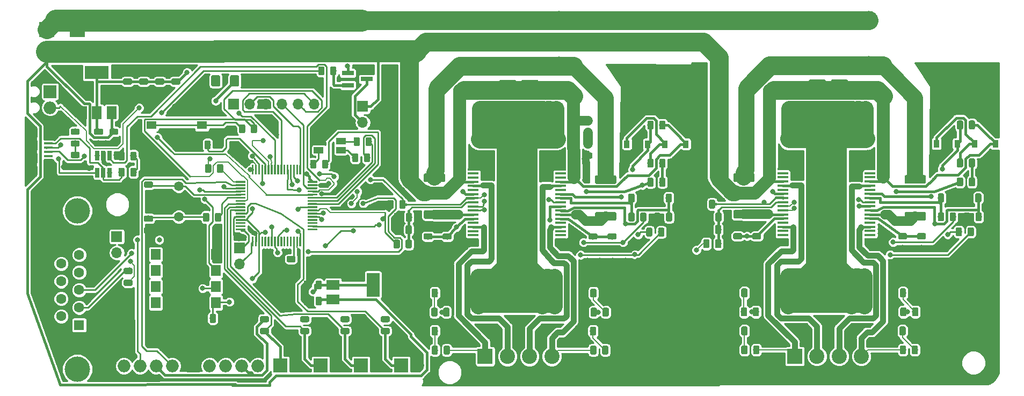
<source format=gbr>
G04 #@! TF.GenerationSoftware,KiCad,Pcbnew,(5.0.1-3-g963ef8bb5)*
G04 #@! TF.CreationDate,2019-03-02T14:14:45+01:00*
G04 #@! TF.ProjectId,Arm_stepper,41726D5F737465707065722E6B696361,rev?*
G04 #@! TF.SameCoordinates,Original*
G04 #@! TF.FileFunction,Copper,L1,Top,Signal*
G04 #@! TF.FilePolarity,Positive*
%FSLAX46Y46*%
G04 Gerber Fmt 4.6, Leading zero omitted, Abs format (unit mm)*
G04 Created by KiCad (PCBNEW (5.0.1-3-g963ef8bb5)) date 2019 March 02, Saturday 14:14:45*
%MOMM*%
%LPD*%
G01*
G04 APERTURE LIST*
G04 #@! TA.AperFunction,ComponentPad*
%ADD10C,2.400000*%
G04 #@! TD*
G04 #@! TA.AperFunction,ComponentPad*
%ADD11R,2.400000X2.400000*%
G04 #@! TD*
G04 #@! TA.AperFunction,ComponentPad*
%ADD12O,1.998980X1.998980*%
G04 #@! TD*
G04 #@! TA.AperFunction,ComponentPad*
%ADD13R,1.998980X1.998980*%
G04 #@! TD*
G04 #@! TA.AperFunction,ComponentPad*
%ADD14C,2.999740*%
G04 #@! TD*
G04 #@! TA.AperFunction,Conductor*
%ADD15C,0.100000*%
G04 #@! TD*
G04 #@! TA.AperFunction,SMDPad,CuDef*
%ADD16C,0.975000*%
G04 #@! TD*
G04 #@! TA.AperFunction,SMDPad,CuDef*
%ADD17C,1.350000*%
G04 #@! TD*
G04 #@! TA.AperFunction,SMDPad,CuDef*
%ADD18R,6.400000X20.000000*%
G04 #@! TD*
G04 #@! TA.AperFunction,SMDPad,CuDef*
%ADD19R,1.700000X0.380000*%
G04 #@! TD*
G04 #@! TA.AperFunction,SMDPad,CuDef*
%ADD20R,0.900000X1.200000*%
G04 #@! TD*
G04 #@! TA.AperFunction,SMDPad,CuDef*
%ADD21C,1.250000*%
G04 #@! TD*
G04 #@! TA.AperFunction,SMDPad,CuDef*
%ADD22R,1.500000X1.000000*%
G04 #@! TD*
G04 #@! TA.AperFunction,ComponentPad*
%ADD23R,1.700000X1.700000*%
G04 #@! TD*
G04 #@! TA.AperFunction,ComponentPad*
%ADD24O,1.700000X1.700000*%
G04 #@! TD*
G04 #@! TA.AperFunction,ComponentPad*
%ADD25R,1.600000X1.600000*%
G04 #@! TD*
G04 #@! TA.AperFunction,ComponentPad*
%ADD26C,1.600000*%
G04 #@! TD*
G04 #@! TA.AperFunction,ComponentPad*
%ADD27C,4.000000*%
G04 #@! TD*
G04 #@! TA.AperFunction,SMDPad,CuDef*
%ADD28R,1.900000X1.500000*%
G04 #@! TD*
G04 #@! TA.AperFunction,ComponentPad*
%ADD29C,1.450000*%
G04 #@! TD*
G04 #@! TA.AperFunction,SMDPad,CuDef*
%ADD30R,1.350000X0.400000*%
G04 #@! TD*
G04 #@! TA.AperFunction,ComponentPad*
%ADD31O,1.900000X1.200000*%
G04 #@! TD*
G04 #@! TA.AperFunction,SMDPad,CuDef*
%ADD32R,1.900000X1.200000*%
G04 #@! TD*
G04 #@! TA.AperFunction,SMDPad,CuDef*
%ADD33C,1.425000*%
G04 #@! TD*
G04 #@! TA.AperFunction,SMDPad,CuDef*
%ADD34R,1.900000X0.800000*%
G04 #@! TD*
G04 #@! TA.AperFunction,SMDPad,CuDef*
%ADD35R,1.550000X1.300000*%
G04 #@! TD*
G04 #@! TA.AperFunction,ComponentPad*
%ADD36R,2.200000X2.200000*%
G04 #@! TD*
G04 #@! TA.AperFunction,ComponentPad*
%ADD37C,2.200000*%
G04 #@! TD*
G04 #@! TA.AperFunction,SMDPad,CuDef*
%ADD38R,1.520000X1.780000*%
G04 #@! TD*
G04 #@! TA.AperFunction,SMDPad,CuDef*
%ADD39R,1.520000X1.750000*%
G04 #@! TD*
G04 #@! TA.AperFunction,SMDPad,CuDef*
%ADD40R,0.650000X1.560000*%
G04 #@! TD*
G04 #@! TA.AperFunction,SMDPad,CuDef*
%ADD41C,0.300000*%
G04 #@! TD*
G04 #@! TA.AperFunction,SMDPad,CuDef*
%ADD42R,3.800000X2.000000*%
G04 #@! TD*
G04 #@! TA.AperFunction,SMDPad,CuDef*
%ADD43R,1.500000X2.000000*%
G04 #@! TD*
G04 #@! TA.AperFunction,SMDPad,CuDef*
%ADD44R,2.000000X1.500000*%
G04 #@! TD*
G04 #@! TA.AperFunction,SMDPad,CuDef*
%ADD45R,2.000000X3.800000*%
G04 #@! TD*
G04 #@! TA.AperFunction,ComponentPad*
%ADD46C,1.500000*%
G04 #@! TD*
G04 #@! TA.AperFunction,ViaPad*
%ADD47C,0.800000*%
G04 #@! TD*
G04 #@! TA.AperFunction,Conductor*
%ADD48C,3.000000*%
G04 #@! TD*
G04 #@! TA.AperFunction,Conductor*
%ADD49C,2.500000*%
G04 #@! TD*
G04 #@! TA.AperFunction,Conductor*
%ADD50C,0.400000*%
G04 #@! TD*
G04 #@! TA.AperFunction,Conductor*
%ADD51C,0.250000*%
G04 #@! TD*
G04 #@! TA.AperFunction,Conductor*
%ADD52C,0.200000*%
G04 #@! TD*
G04 #@! TA.AperFunction,Conductor*
%ADD53C,2.000000*%
G04 #@! TD*
G04 #@! TA.AperFunction,Conductor*
%ADD54C,3.500000*%
G04 #@! TD*
G04 #@! TA.AperFunction,Conductor*
%ADD55C,1.500000*%
G04 #@! TD*
G04 #@! TA.AperFunction,Conductor*
%ADD56C,0.900000*%
G04 #@! TD*
G04 #@! TA.AperFunction,Conductor*
%ADD57C,0.254000*%
G04 #@! TD*
G04 APERTURE END LIST*
D10*
G04 #@! TO.P,J1,2*
G04 #@! TO.N,+12V*
X46700000Y-102870000D03*
D11*
G04 #@! TO.P,J1,1*
G04 #@! TO.N,GNDPWR*
X46700000Y-99370000D03*
G04 #@! TD*
D12*
G04 #@! TO.P,J11,4*
G04 #@! TO.N,+5V*
X72620000Y-152500000D03*
D13*
G04 #@! TO.P,J11,1*
G04 #@! TO.N,GNDS*
X65000000Y-152500000D03*
D12*
G04 #@! TO.P,J11,2*
G04 #@! TO.N,N/C*
X67540000Y-152500000D03*
G04 #@! TO.P,J11,3*
G04 #@! TO.N,E2_2*
X70080000Y-152500000D03*
G04 #@! TO.P,J11,5*
G04 #@! TO.N,E2_1*
X75160000Y-152500000D03*
G04 #@! TD*
G04 #@! TO.P,J10,4*
G04 #@! TO.N,+5V*
X59120000Y-152500000D03*
D13*
G04 #@! TO.P,J10,1*
G04 #@! TO.N,GNDS*
X51500000Y-152500000D03*
D12*
G04 #@! TO.P,J10,2*
G04 #@! TO.N,N/C*
X54040000Y-152500000D03*
G04 #@! TO.P,J10,3*
G04 #@! TO.N,E1_2*
X56580000Y-152500000D03*
G04 #@! TO.P,J10,5*
G04 #@! TO.N,E1_1*
X61660000Y-152500000D03*
G04 #@! TD*
D14*
G04 #@! TO.P,JP4,2*
G04 #@! TO.N,GNDS*
X171492000Y-105116000D03*
G04 #@! TO.P,JP4,1*
G04 #@! TO.N,GNDPWR*
X171492000Y-97960000D03*
G04 #@! TD*
D15*
G04 #@! TO.N,GNDS*
G04 #@! TO.C,R44*
G36*
X179015142Y-140261174D02*
X179038803Y-140264684D01*
X179062007Y-140270496D01*
X179084529Y-140278554D01*
X179106153Y-140288782D01*
X179126670Y-140301079D01*
X179145883Y-140315329D01*
X179163607Y-140331393D01*
X179179671Y-140349117D01*
X179193921Y-140368330D01*
X179206218Y-140388847D01*
X179216446Y-140410471D01*
X179224504Y-140432993D01*
X179230316Y-140456197D01*
X179233826Y-140479858D01*
X179235000Y-140503750D01*
X179235000Y-141416250D01*
X179233826Y-141440142D01*
X179230316Y-141463803D01*
X179224504Y-141487007D01*
X179216446Y-141509529D01*
X179206218Y-141531153D01*
X179193921Y-141551670D01*
X179179671Y-141570883D01*
X179163607Y-141588607D01*
X179145883Y-141604671D01*
X179126670Y-141618921D01*
X179106153Y-141631218D01*
X179084529Y-141641446D01*
X179062007Y-141649504D01*
X179038803Y-141655316D01*
X179015142Y-141658826D01*
X178991250Y-141660000D01*
X178503750Y-141660000D01*
X178479858Y-141658826D01*
X178456197Y-141655316D01*
X178432993Y-141649504D01*
X178410471Y-141641446D01*
X178388847Y-141631218D01*
X178368330Y-141618921D01*
X178349117Y-141604671D01*
X178331393Y-141588607D01*
X178315329Y-141570883D01*
X178301079Y-141551670D01*
X178288782Y-141531153D01*
X178278554Y-141509529D01*
X178270496Y-141487007D01*
X178264684Y-141463803D01*
X178261174Y-141440142D01*
X178260000Y-141416250D01*
X178260000Y-140503750D01*
X178261174Y-140479858D01*
X178264684Y-140456197D01*
X178270496Y-140432993D01*
X178278554Y-140410471D01*
X178288782Y-140388847D01*
X178301079Y-140368330D01*
X178315329Y-140349117D01*
X178331393Y-140331393D01*
X178349117Y-140315329D01*
X178368330Y-140301079D01*
X178388847Y-140288782D01*
X178410471Y-140278554D01*
X178432993Y-140270496D01*
X178456197Y-140264684D01*
X178479858Y-140261174D01*
X178503750Y-140260000D01*
X178991250Y-140260000D01*
X179015142Y-140261174D01*
X179015142Y-140261174D01*
G37*
D16*
G04 #@! TD*
G04 #@! TO.P,R44,1*
G04 #@! TO.N,GNDS*
X178747500Y-140960000D03*
D15*
G04 #@! TO.N,Net-(D18-Pad1)*
G04 #@! TO.C,R44*
G36*
X177140142Y-140261174D02*
X177163803Y-140264684D01*
X177187007Y-140270496D01*
X177209529Y-140278554D01*
X177231153Y-140288782D01*
X177251670Y-140301079D01*
X177270883Y-140315329D01*
X177288607Y-140331393D01*
X177304671Y-140349117D01*
X177318921Y-140368330D01*
X177331218Y-140388847D01*
X177341446Y-140410471D01*
X177349504Y-140432993D01*
X177355316Y-140456197D01*
X177358826Y-140479858D01*
X177360000Y-140503750D01*
X177360000Y-141416250D01*
X177358826Y-141440142D01*
X177355316Y-141463803D01*
X177349504Y-141487007D01*
X177341446Y-141509529D01*
X177331218Y-141531153D01*
X177318921Y-141551670D01*
X177304671Y-141570883D01*
X177288607Y-141588607D01*
X177270883Y-141604671D01*
X177251670Y-141618921D01*
X177231153Y-141631218D01*
X177209529Y-141641446D01*
X177187007Y-141649504D01*
X177163803Y-141655316D01*
X177140142Y-141658826D01*
X177116250Y-141660000D01*
X176628750Y-141660000D01*
X176604858Y-141658826D01*
X176581197Y-141655316D01*
X176557993Y-141649504D01*
X176535471Y-141641446D01*
X176513847Y-141631218D01*
X176493330Y-141618921D01*
X176474117Y-141604671D01*
X176456393Y-141588607D01*
X176440329Y-141570883D01*
X176426079Y-141551670D01*
X176413782Y-141531153D01*
X176403554Y-141509529D01*
X176395496Y-141487007D01*
X176389684Y-141463803D01*
X176386174Y-141440142D01*
X176385000Y-141416250D01*
X176385000Y-140503750D01*
X176386174Y-140479858D01*
X176389684Y-140456197D01*
X176395496Y-140432993D01*
X176403554Y-140410471D01*
X176413782Y-140388847D01*
X176426079Y-140368330D01*
X176440329Y-140349117D01*
X176456393Y-140331393D01*
X176474117Y-140315329D01*
X176493330Y-140301079D01*
X176513847Y-140288782D01*
X176535471Y-140278554D01*
X176557993Y-140270496D01*
X176581197Y-140264684D01*
X176604858Y-140261174D01*
X176628750Y-140260000D01*
X177116250Y-140260000D01*
X177140142Y-140261174D01*
X177140142Y-140261174D01*
G37*
D16*
G04 #@! TD*
G04 #@! TO.P,R44,2*
G04 #@! TO.N,Net-(D18-Pad1)*
X176872500Y-140960000D03*
D15*
G04 #@! TO.N,GNDS*
G04 #@! TO.C,R43*
G36*
X154015142Y-140261174D02*
X154038803Y-140264684D01*
X154062007Y-140270496D01*
X154084529Y-140278554D01*
X154106153Y-140288782D01*
X154126670Y-140301079D01*
X154145883Y-140315329D01*
X154163607Y-140331393D01*
X154179671Y-140349117D01*
X154193921Y-140368330D01*
X154206218Y-140388847D01*
X154216446Y-140410471D01*
X154224504Y-140432993D01*
X154230316Y-140456197D01*
X154233826Y-140479858D01*
X154235000Y-140503750D01*
X154235000Y-141416250D01*
X154233826Y-141440142D01*
X154230316Y-141463803D01*
X154224504Y-141487007D01*
X154216446Y-141509529D01*
X154206218Y-141531153D01*
X154193921Y-141551670D01*
X154179671Y-141570883D01*
X154163607Y-141588607D01*
X154145883Y-141604671D01*
X154126670Y-141618921D01*
X154106153Y-141631218D01*
X154084529Y-141641446D01*
X154062007Y-141649504D01*
X154038803Y-141655316D01*
X154015142Y-141658826D01*
X153991250Y-141660000D01*
X153503750Y-141660000D01*
X153479858Y-141658826D01*
X153456197Y-141655316D01*
X153432993Y-141649504D01*
X153410471Y-141641446D01*
X153388847Y-141631218D01*
X153368330Y-141618921D01*
X153349117Y-141604671D01*
X153331393Y-141588607D01*
X153315329Y-141570883D01*
X153301079Y-141551670D01*
X153288782Y-141531153D01*
X153278554Y-141509529D01*
X153270496Y-141487007D01*
X153264684Y-141463803D01*
X153261174Y-141440142D01*
X153260000Y-141416250D01*
X153260000Y-140503750D01*
X153261174Y-140479858D01*
X153264684Y-140456197D01*
X153270496Y-140432993D01*
X153278554Y-140410471D01*
X153288782Y-140388847D01*
X153301079Y-140368330D01*
X153315329Y-140349117D01*
X153331393Y-140331393D01*
X153349117Y-140315329D01*
X153368330Y-140301079D01*
X153388847Y-140288782D01*
X153410471Y-140278554D01*
X153432993Y-140270496D01*
X153456197Y-140264684D01*
X153479858Y-140261174D01*
X153503750Y-140260000D01*
X153991250Y-140260000D01*
X154015142Y-140261174D01*
X154015142Y-140261174D01*
G37*
D16*
G04 #@! TD*
G04 #@! TO.P,R43,1*
G04 #@! TO.N,GNDS*
X153747500Y-140960000D03*
D15*
G04 #@! TO.N,Net-(D17-Pad1)*
G04 #@! TO.C,R43*
G36*
X152140142Y-140261174D02*
X152163803Y-140264684D01*
X152187007Y-140270496D01*
X152209529Y-140278554D01*
X152231153Y-140288782D01*
X152251670Y-140301079D01*
X152270883Y-140315329D01*
X152288607Y-140331393D01*
X152304671Y-140349117D01*
X152318921Y-140368330D01*
X152331218Y-140388847D01*
X152341446Y-140410471D01*
X152349504Y-140432993D01*
X152355316Y-140456197D01*
X152358826Y-140479858D01*
X152360000Y-140503750D01*
X152360000Y-141416250D01*
X152358826Y-141440142D01*
X152355316Y-141463803D01*
X152349504Y-141487007D01*
X152341446Y-141509529D01*
X152331218Y-141531153D01*
X152318921Y-141551670D01*
X152304671Y-141570883D01*
X152288607Y-141588607D01*
X152270883Y-141604671D01*
X152251670Y-141618921D01*
X152231153Y-141631218D01*
X152209529Y-141641446D01*
X152187007Y-141649504D01*
X152163803Y-141655316D01*
X152140142Y-141658826D01*
X152116250Y-141660000D01*
X151628750Y-141660000D01*
X151604858Y-141658826D01*
X151581197Y-141655316D01*
X151557993Y-141649504D01*
X151535471Y-141641446D01*
X151513847Y-141631218D01*
X151493330Y-141618921D01*
X151474117Y-141604671D01*
X151456393Y-141588607D01*
X151440329Y-141570883D01*
X151426079Y-141551670D01*
X151413782Y-141531153D01*
X151403554Y-141509529D01*
X151395496Y-141487007D01*
X151389684Y-141463803D01*
X151386174Y-141440142D01*
X151385000Y-141416250D01*
X151385000Y-140503750D01*
X151386174Y-140479858D01*
X151389684Y-140456197D01*
X151395496Y-140432993D01*
X151403554Y-140410471D01*
X151413782Y-140388847D01*
X151426079Y-140368330D01*
X151440329Y-140349117D01*
X151456393Y-140331393D01*
X151474117Y-140315329D01*
X151493330Y-140301079D01*
X151513847Y-140288782D01*
X151535471Y-140278554D01*
X151557993Y-140270496D01*
X151581197Y-140264684D01*
X151604858Y-140261174D01*
X151628750Y-140260000D01*
X152116250Y-140260000D01*
X152140142Y-140261174D01*
X152140142Y-140261174D01*
G37*
D16*
G04 #@! TD*
G04 #@! TO.P,R43,2*
G04 #@! TO.N,Net-(D17-Pad1)*
X151872500Y-140960000D03*
D15*
G04 #@! TO.N,Net-(D16-Pad1)*
G04 #@! TO.C,R42*
G36*
X177077642Y-146261174D02*
X177101303Y-146264684D01*
X177124507Y-146270496D01*
X177147029Y-146278554D01*
X177168653Y-146288782D01*
X177189170Y-146301079D01*
X177208383Y-146315329D01*
X177226107Y-146331393D01*
X177242171Y-146349117D01*
X177256421Y-146368330D01*
X177268718Y-146388847D01*
X177278946Y-146410471D01*
X177287004Y-146432993D01*
X177292816Y-146456197D01*
X177296326Y-146479858D01*
X177297500Y-146503750D01*
X177297500Y-147416250D01*
X177296326Y-147440142D01*
X177292816Y-147463803D01*
X177287004Y-147487007D01*
X177278946Y-147509529D01*
X177268718Y-147531153D01*
X177256421Y-147551670D01*
X177242171Y-147570883D01*
X177226107Y-147588607D01*
X177208383Y-147604671D01*
X177189170Y-147618921D01*
X177168653Y-147631218D01*
X177147029Y-147641446D01*
X177124507Y-147649504D01*
X177101303Y-147655316D01*
X177077642Y-147658826D01*
X177053750Y-147660000D01*
X176566250Y-147660000D01*
X176542358Y-147658826D01*
X176518697Y-147655316D01*
X176495493Y-147649504D01*
X176472971Y-147641446D01*
X176451347Y-147631218D01*
X176430830Y-147618921D01*
X176411617Y-147604671D01*
X176393893Y-147588607D01*
X176377829Y-147570883D01*
X176363579Y-147551670D01*
X176351282Y-147531153D01*
X176341054Y-147509529D01*
X176332996Y-147487007D01*
X176327184Y-147463803D01*
X176323674Y-147440142D01*
X176322500Y-147416250D01*
X176322500Y-146503750D01*
X176323674Y-146479858D01*
X176327184Y-146456197D01*
X176332996Y-146432993D01*
X176341054Y-146410471D01*
X176351282Y-146388847D01*
X176363579Y-146368330D01*
X176377829Y-146349117D01*
X176393893Y-146331393D01*
X176411617Y-146315329D01*
X176430830Y-146301079D01*
X176451347Y-146288782D01*
X176472971Y-146278554D01*
X176495493Y-146270496D01*
X176518697Y-146264684D01*
X176542358Y-146261174D01*
X176566250Y-146260000D01*
X177053750Y-146260000D01*
X177077642Y-146261174D01*
X177077642Y-146261174D01*
G37*
D16*
G04 #@! TD*
G04 #@! TO.P,R42,2*
G04 #@! TO.N,Net-(D16-Pad1)*
X176810000Y-146960000D03*
D15*
G04 #@! TO.N,GNDS*
G04 #@! TO.C,R42*
G36*
X178952642Y-146261174D02*
X178976303Y-146264684D01*
X178999507Y-146270496D01*
X179022029Y-146278554D01*
X179043653Y-146288782D01*
X179064170Y-146301079D01*
X179083383Y-146315329D01*
X179101107Y-146331393D01*
X179117171Y-146349117D01*
X179131421Y-146368330D01*
X179143718Y-146388847D01*
X179153946Y-146410471D01*
X179162004Y-146432993D01*
X179167816Y-146456197D01*
X179171326Y-146479858D01*
X179172500Y-146503750D01*
X179172500Y-147416250D01*
X179171326Y-147440142D01*
X179167816Y-147463803D01*
X179162004Y-147487007D01*
X179153946Y-147509529D01*
X179143718Y-147531153D01*
X179131421Y-147551670D01*
X179117171Y-147570883D01*
X179101107Y-147588607D01*
X179083383Y-147604671D01*
X179064170Y-147618921D01*
X179043653Y-147631218D01*
X179022029Y-147641446D01*
X178999507Y-147649504D01*
X178976303Y-147655316D01*
X178952642Y-147658826D01*
X178928750Y-147660000D01*
X178441250Y-147660000D01*
X178417358Y-147658826D01*
X178393697Y-147655316D01*
X178370493Y-147649504D01*
X178347971Y-147641446D01*
X178326347Y-147631218D01*
X178305830Y-147618921D01*
X178286617Y-147604671D01*
X178268893Y-147588607D01*
X178252829Y-147570883D01*
X178238579Y-147551670D01*
X178226282Y-147531153D01*
X178216054Y-147509529D01*
X178207996Y-147487007D01*
X178202184Y-147463803D01*
X178198674Y-147440142D01*
X178197500Y-147416250D01*
X178197500Y-146503750D01*
X178198674Y-146479858D01*
X178202184Y-146456197D01*
X178207996Y-146432993D01*
X178216054Y-146410471D01*
X178226282Y-146388847D01*
X178238579Y-146368330D01*
X178252829Y-146349117D01*
X178268893Y-146331393D01*
X178286617Y-146315329D01*
X178305830Y-146301079D01*
X178326347Y-146288782D01*
X178347971Y-146278554D01*
X178370493Y-146270496D01*
X178393697Y-146264684D01*
X178417358Y-146261174D01*
X178441250Y-146260000D01*
X178928750Y-146260000D01*
X178952642Y-146261174D01*
X178952642Y-146261174D01*
G37*
D16*
G04 #@! TD*
G04 #@! TO.P,R42,1*
G04 #@! TO.N,GNDS*
X178685000Y-146960000D03*
D15*
G04 #@! TO.N,Net-(D15-Pad1)*
G04 #@! TO.C,R41*
G36*
X152140142Y-146261174D02*
X152163803Y-146264684D01*
X152187007Y-146270496D01*
X152209529Y-146278554D01*
X152231153Y-146288782D01*
X152251670Y-146301079D01*
X152270883Y-146315329D01*
X152288607Y-146331393D01*
X152304671Y-146349117D01*
X152318921Y-146368330D01*
X152331218Y-146388847D01*
X152341446Y-146410471D01*
X152349504Y-146432993D01*
X152355316Y-146456197D01*
X152358826Y-146479858D01*
X152360000Y-146503750D01*
X152360000Y-147416250D01*
X152358826Y-147440142D01*
X152355316Y-147463803D01*
X152349504Y-147487007D01*
X152341446Y-147509529D01*
X152331218Y-147531153D01*
X152318921Y-147551670D01*
X152304671Y-147570883D01*
X152288607Y-147588607D01*
X152270883Y-147604671D01*
X152251670Y-147618921D01*
X152231153Y-147631218D01*
X152209529Y-147641446D01*
X152187007Y-147649504D01*
X152163803Y-147655316D01*
X152140142Y-147658826D01*
X152116250Y-147660000D01*
X151628750Y-147660000D01*
X151604858Y-147658826D01*
X151581197Y-147655316D01*
X151557993Y-147649504D01*
X151535471Y-147641446D01*
X151513847Y-147631218D01*
X151493330Y-147618921D01*
X151474117Y-147604671D01*
X151456393Y-147588607D01*
X151440329Y-147570883D01*
X151426079Y-147551670D01*
X151413782Y-147531153D01*
X151403554Y-147509529D01*
X151395496Y-147487007D01*
X151389684Y-147463803D01*
X151386174Y-147440142D01*
X151385000Y-147416250D01*
X151385000Y-146503750D01*
X151386174Y-146479858D01*
X151389684Y-146456197D01*
X151395496Y-146432993D01*
X151403554Y-146410471D01*
X151413782Y-146388847D01*
X151426079Y-146368330D01*
X151440329Y-146349117D01*
X151456393Y-146331393D01*
X151474117Y-146315329D01*
X151493330Y-146301079D01*
X151513847Y-146288782D01*
X151535471Y-146278554D01*
X151557993Y-146270496D01*
X151581197Y-146264684D01*
X151604858Y-146261174D01*
X151628750Y-146260000D01*
X152116250Y-146260000D01*
X152140142Y-146261174D01*
X152140142Y-146261174D01*
G37*
D16*
G04 #@! TD*
G04 #@! TO.P,R41,2*
G04 #@! TO.N,Net-(D15-Pad1)*
X151872500Y-146960000D03*
D15*
G04 #@! TO.N,GNDS*
G04 #@! TO.C,R41*
G36*
X154015142Y-146261174D02*
X154038803Y-146264684D01*
X154062007Y-146270496D01*
X154084529Y-146278554D01*
X154106153Y-146288782D01*
X154126670Y-146301079D01*
X154145883Y-146315329D01*
X154163607Y-146331393D01*
X154179671Y-146349117D01*
X154193921Y-146368330D01*
X154206218Y-146388847D01*
X154216446Y-146410471D01*
X154224504Y-146432993D01*
X154230316Y-146456197D01*
X154233826Y-146479858D01*
X154235000Y-146503750D01*
X154235000Y-147416250D01*
X154233826Y-147440142D01*
X154230316Y-147463803D01*
X154224504Y-147487007D01*
X154216446Y-147509529D01*
X154206218Y-147531153D01*
X154193921Y-147551670D01*
X154179671Y-147570883D01*
X154163607Y-147588607D01*
X154145883Y-147604671D01*
X154126670Y-147618921D01*
X154106153Y-147631218D01*
X154084529Y-147641446D01*
X154062007Y-147649504D01*
X154038803Y-147655316D01*
X154015142Y-147658826D01*
X153991250Y-147660000D01*
X153503750Y-147660000D01*
X153479858Y-147658826D01*
X153456197Y-147655316D01*
X153432993Y-147649504D01*
X153410471Y-147641446D01*
X153388847Y-147631218D01*
X153368330Y-147618921D01*
X153349117Y-147604671D01*
X153331393Y-147588607D01*
X153315329Y-147570883D01*
X153301079Y-147551670D01*
X153288782Y-147531153D01*
X153278554Y-147509529D01*
X153270496Y-147487007D01*
X153264684Y-147463803D01*
X153261174Y-147440142D01*
X153260000Y-147416250D01*
X153260000Y-146503750D01*
X153261174Y-146479858D01*
X153264684Y-146456197D01*
X153270496Y-146432993D01*
X153278554Y-146410471D01*
X153288782Y-146388847D01*
X153301079Y-146368330D01*
X153315329Y-146349117D01*
X153331393Y-146331393D01*
X153349117Y-146315329D01*
X153368330Y-146301079D01*
X153388847Y-146288782D01*
X153410471Y-146278554D01*
X153432993Y-146270496D01*
X153456197Y-146264684D01*
X153479858Y-146261174D01*
X153503750Y-146260000D01*
X153991250Y-146260000D01*
X154015142Y-146261174D01*
X154015142Y-146261174D01*
G37*
D16*
G04 #@! TD*
G04 #@! TO.P,R41,1*
G04 #@! TO.N,GNDS*
X153747500Y-146960000D03*
D15*
G04 #@! TO.N,PWMB1*
G04 #@! TO.C,R35*
G36*
X187835542Y-130629974D02*
X187859203Y-130633484D01*
X187882407Y-130639296D01*
X187904929Y-130647354D01*
X187926553Y-130657582D01*
X187947070Y-130669879D01*
X187966283Y-130684129D01*
X187984007Y-130700193D01*
X188000071Y-130717917D01*
X188014321Y-130737130D01*
X188026618Y-130757647D01*
X188036846Y-130779271D01*
X188044904Y-130801793D01*
X188050716Y-130824997D01*
X188054226Y-130848658D01*
X188055400Y-130872550D01*
X188055400Y-131785050D01*
X188054226Y-131808942D01*
X188050716Y-131832603D01*
X188044904Y-131855807D01*
X188036846Y-131878329D01*
X188026618Y-131899953D01*
X188014321Y-131920470D01*
X188000071Y-131939683D01*
X187984007Y-131957407D01*
X187966283Y-131973471D01*
X187947070Y-131987721D01*
X187926553Y-132000018D01*
X187904929Y-132010246D01*
X187882407Y-132018304D01*
X187859203Y-132024116D01*
X187835542Y-132027626D01*
X187811650Y-132028800D01*
X187324150Y-132028800D01*
X187300258Y-132027626D01*
X187276597Y-132024116D01*
X187253393Y-132018304D01*
X187230871Y-132010246D01*
X187209247Y-132000018D01*
X187188730Y-131987721D01*
X187169517Y-131973471D01*
X187151793Y-131957407D01*
X187135729Y-131939683D01*
X187121479Y-131920470D01*
X187109182Y-131899953D01*
X187098954Y-131878329D01*
X187090896Y-131855807D01*
X187085084Y-131832603D01*
X187081574Y-131808942D01*
X187080400Y-131785050D01*
X187080400Y-130872550D01*
X187081574Y-130848658D01*
X187085084Y-130824997D01*
X187090896Y-130801793D01*
X187098954Y-130779271D01*
X187109182Y-130757647D01*
X187121479Y-130737130D01*
X187135729Y-130717917D01*
X187151793Y-130700193D01*
X187169517Y-130684129D01*
X187188730Y-130669879D01*
X187209247Y-130657582D01*
X187230871Y-130647354D01*
X187253393Y-130639296D01*
X187276597Y-130633484D01*
X187300258Y-130629974D01*
X187324150Y-130628800D01*
X187811650Y-130628800D01*
X187835542Y-130629974D01*
X187835542Y-130629974D01*
G37*
D16*
G04 #@! TD*
G04 #@! TO.P,R35,2*
G04 #@! TO.N,PWMB1*
X187567900Y-131328800D03*
D15*
G04 #@! TO.N,Net-(C30-Pad2)*
G04 #@! TO.C,R35*
G36*
X185960542Y-130629974D02*
X185984203Y-130633484D01*
X186007407Y-130639296D01*
X186029929Y-130647354D01*
X186051553Y-130657582D01*
X186072070Y-130669879D01*
X186091283Y-130684129D01*
X186109007Y-130700193D01*
X186125071Y-130717917D01*
X186139321Y-130737130D01*
X186151618Y-130757647D01*
X186161846Y-130779271D01*
X186169904Y-130801793D01*
X186175716Y-130824997D01*
X186179226Y-130848658D01*
X186180400Y-130872550D01*
X186180400Y-131785050D01*
X186179226Y-131808942D01*
X186175716Y-131832603D01*
X186169904Y-131855807D01*
X186161846Y-131878329D01*
X186151618Y-131899953D01*
X186139321Y-131920470D01*
X186125071Y-131939683D01*
X186109007Y-131957407D01*
X186091283Y-131973471D01*
X186072070Y-131987721D01*
X186051553Y-132000018D01*
X186029929Y-132010246D01*
X186007407Y-132018304D01*
X185984203Y-132024116D01*
X185960542Y-132027626D01*
X185936650Y-132028800D01*
X185449150Y-132028800D01*
X185425258Y-132027626D01*
X185401597Y-132024116D01*
X185378393Y-132018304D01*
X185355871Y-132010246D01*
X185334247Y-132000018D01*
X185313730Y-131987721D01*
X185294517Y-131973471D01*
X185276793Y-131957407D01*
X185260729Y-131939683D01*
X185246479Y-131920470D01*
X185234182Y-131899953D01*
X185223954Y-131878329D01*
X185215896Y-131855807D01*
X185210084Y-131832603D01*
X185206574Y-131808942D01*
X185205400Y-131785050D01*
X185205400Y-130872550D01*
X185206574Y-130848658D01*
X185210084Y-130824997D01*
X185215896Y-130801793D01*
X185223954Y-130779271D01*
X185234182Y-130757647D01*
X185246479Y-130737130D01*
X185260729Y-130717917D01*
X185276793Y-130700193D01*
X185294517Y-130684129D01*
X185313730Y-130669879D01*
X185334247Y-130657582D01*
X185355871Y-130647354D01*
X185378393Y-130639296D01*
X185401597Y-130633484D01*
X185425258Y-130629974D01*
X185449150Y-130628800D01*
X185936650Y-130628800D01*
X185960542Y-130629974D01*
X185960542Y-130629974D01*
G37*
D16*
G04 #@! TD*
G04 #@! TO.P,R35,1*
G04 #@! TO.N,Net-(C30-Pad2)*
X185692900Y-131328800D03*
D15*
G04 #@! TO.N,Net-(C28-Pad2)*
G04 #@! TO.C,R34*
G36*
X148015142Y-132511174D02*
X148038803Y-132514684D01*
X148062007Y-132520496D01*
X148084529Y-132528554D01*
X148106153Y-132538782D01*
X148126670Y-132551079D01*
X148145883Y-132565329D01*
X148163607Y-132581393D01*
X148179671Y-132599117D01*
X148193921Y-132618330D01*
X148206218Y-132638847D01*
X148216446Y-132660471D01*
X148224504Y-132682993D01*
X148230316Y-132706197D01*
X148233826Y-132729858D01*
X148235000Y-132753750D01*
X148235000Y-133666250D01*
X148233826Y-133690142D01*
X148230316Y-133713803D01*
X148224504Y-133737007D01*
X148216446Y-133759529D01*
X148206218Y-133781153D01*
X148193921Y-133801670D01*
X148179671Y-133820883D01*
X148163607Y-133838607D01*
X148145883Y-133854671D01*
X148126670Y-133868921D01*
X148106153Y-133881218D01*
X148084529Y-133891446D01*
X148062007Y-133899504D01*
X148038803Y-133905316D01*
X148015142Y-133908826D01*
X147991250Y-133910000D01*
X147503750Y-133910000D01*
X147479858Y-133908826D01*
X147456197Y-133905316D01*
X147432993Y-133899504D01*
X147410471Y-133891446D01*
X147388847Y-133881218D01*
X147368330Y-133868921D01*
X147349117Y-133854671D01*
X147331393Y-133838607D01*
X147315329Y-133820883D01*
X147301079Y-133801670D01*
X147288782Y-133781153D01*
X147278554Y-133759529D01*
X147270496Y-133737007D01*
X147264684Y-133713803D01*
X147261174Y-133690142D01*
X147260000Y-133666250D01*
X147260000Y-132753750D01*
X147261174Y-132729858D01*
X147264684Y-132706197D01*
X147270496Y-132682993D01*
X147278554Y-132660471D01*
X147288782Y-132638847D01*
X147301079Y-132618330D01*
X147315329Y-132599117D01*
X147331393Y-132581393D01*
X147349117Y-132565329D01*
X147368330Y-132551079D01*
X147388847Y-132538782D01*
X147410471Y-132528554D01*
X147432993Y-132520496D01*
X147456197Y-132514684D01*
X147479858Y-132511174D01*
X147503750Y-132510000D01*
X147991250Y-132510000D01*
X148015142Y-132511174D01*
X148015142Y-132511174D01*
G37*
D16*
G04 #@! TD*
G04 #@! TO.P,R34,1*
G04 #@! TO.N,Net-(C28-Pad2)*
X147747500Y-133210000D03*
D15*
G04 #@! TO.N,PWMA1*
G04 #@! TO.C,R34*
G36*
X146140142Y-132511174D02*
X146163803Y-132514684D01*
X146187007Y-132520496D01*
X146209529Y-132528554D01*
X146231153Y-132538782D01*
X146251670Y-132551079D01*
X146270883Y-132565329D01*
X146288607Y-132581393D01*
X146304671Y-132599117D01*
X146318921Y-132618330D01*
X146331218Y-132638847D01*
X146341446Y-132660471D01*
X146349504Y-132682993D01*
X146355316Y-132706197D01*
X146358826Y-132729858D01*
X146360000Y-132753750D01*
X146360000Y-133666250D01*
X146358826Y-133690142D01*
X146355316Y-133713803D01*
X146349504Y-133737007D01*
X146341446Y-133759529D01*
X146331218Y-133781153D01*
X146318921Y-133801670D01*
X146304671Y-133820883D01*
X146288607Y-133838607D01*
X146270883Y-133854671D01*
X146251670Y-133868921D01*
X146231153Y-133881218D01*
X146209529Y-133891446D01*
X146187007Y-133899504D01*
X146163803Y-133905316D01*
X146140142Y-133908826D01*
X146116250Y-133910000D01*
X145628750Y-133910000D01*
X145604858Y-133908826D01*
X145581197Y-133905316D01*
X145557993Y-133899504D01*
X145535471Y-133891446D01*
X145513847Y-133881218D01*
X145493330Y-133868921D01*
X145474117Y-133854671D01*
X145456393Y-133838607D01*
X145440329Y-133820883D01*
X145426079Y-133801670D01*
X145413782Y-133781153D01*
X145403554Y-133759529D01*
X145395496Y-133737007D01*
X145389684Y-133713803D01*
X145386174Y-133690142D01*
X145385000Y-133666250D01*
X145385000Y-132753750D01*
X145386174Y-132729858D01*
X145389684Y-132706197D01*
X145395496Y-132682993D01*
X145403554Y-132660471D01*
X145413782Y-132638847D01*
X145426079Y-132618330D01*
X145440329Y-132599117D01*
X145456393Y-132581393D01*
X145474117Y-132565329D01*
X145493330Y-132551079D01*
X145513847Y-132538782D01*
X145535471Y-132528554D01*
X145557993Y-132520496D01*
X145581197Y-132514684D01*
X145604858Y-132511174D01*
X145628750Y-132510000D01*
X146116250Y-132510000D01*
X146140142Y-132511174D01*
X146140142Y-132511174D01*
G37*
D16*
G04 #@! TD*
G04 #@! TO.P,R34,2*
G04 #@! TO.N,PWMA1*
X145872500Y-133210000D03*
D15*
G04 #@! TO.N,GNDS*
G04 #@! TO.C,R25*
G36*
X187202642Y-128261174D02*
X187226303Y-128264684D01*
X187249507Y-128270496D01*
X187272029Y-128278554D01*
X187293653Y-128288782D01*
X187314170Y-128301079D01*
X187333383Y-128315329D01*
X187351107Y-128331393D01*
X187367171Y-128349117D01*
X187381421Y-128368330D01*
X187393718Y-128388847D01*
X187403946Y-128410471D01*
X187412004Y-128432993D01*
X187417816Y-128456197D01*
X187421326Y-128479858D01*
X187422500Y-128503750D01*
X187422500Y-129416250D01*
X187421326Y-129440142D01*
X187417816Y-129463803D01*
X187412004Y-129487007D01*
X187403946Y-129509529D01*
X187393718Y-129531153D01*
X187381421Y-129551670D01*
X187367171Y-129570883D01*
X187351107Y-129588607D01*
X187333383Y-129604671D01*
X187314170Y-129618921D01*
X187293653Y-129631218D01*
X187272029Y-129641446D01*
X187249507Y-129649504D01*
X187226303Y-129655316D01*
X187202642Y-129658826D01*
X187178750Y-129660000D01*
X186691250Y-129660000D01*
X186667358Y-129658826D01*
X186643697Y-129655316D01*
X186620493Y-129649504D01*
X186597971Y-129641446D01*
X186576347Y-129631218D01*
X186555830Y-129618921D01*
X186536617Y-129604671D01*
X186518893Y-129588607D01*
X186502829Y-129570883D01*
X186488579Y-129551670D01*
X186476282Y-129531153D01*
X186466054Y-129509529D01*
X186457996Y-129487007D01*
X186452184Y-129463803D01*
X186448674Y-129440142D01*
X186447500Y-129416250D01*
X186447500Y-128503750D01*
X186448674Y-128479858D01*
X186452184Y-128456197D01*
X186457996Y-128432993D01*
X186466054Y-128410471D01*
X186476282Y-128388847D01*
X186488579Y-128368330D01*
X186502829Y-128349117D01*
X186518893Y-128331393D01*
X186536617Y-128315329D01*
X186555830Y-128301079D01*
X186576347Y-128288782D01*
X186597971Y-128278554D01*
X186620493Y-128270496D01*
X186643697Y-128264684D01*
X186667358Y-128261174D01*
X186691250Y-128260000D01*
X187178750Y-128260000D01*
X187202642Y-128261174D01*
X187202642Y-128261174D01*
G37*
D16*
G04 #@! TD*
G04 #@! TO.P,R25,1*
G04 #@! TO.N,GNDS*
X186935000Y-128960000D03*
D15*
G04 #@! TO.N,Net-(C30-Pad2)*
G04 #@! TO.C,R25*
G36*
X189077642Y-128261174D02*
X189101303Y-128264684D01*
X189124507Y-128270496D01*
X189147029Y-128278554D01*
X189168653Y-128288782D01*
X189189170Y-128301079D01*
X189208383Y-128315329D01*
X189226107Y-128331393D01*
X189242171Y-128349117D01*
X189256421Y-128368330D01*
X189268718Y-128388847D01*
X189278946Y-128410471D01*
X189287004Y-128432993D01*
X189292816Y-128456197D01*
X189296326Y-128479858D01*
X189297500Y-128503750D01*
X189297500Y-129416250D01*
X189296326Y-129440142D01*
X189292816Y-129463803D01*
X189287004Y-129487007D01*
X189278946Y-129509529D01*
X189268718Y-129531153D01*
X189256421Y-129551670D01*
X189242171Y-129570883D01*
X189226107Y-129588607D01*
X189208383Y-129604671D01*
X189189170Y-129618921D01*
X189168653Y-129631218D01*
X189147029Y-129641446D01*
X189124507Y-129649504D01*
X189101303Y-129655316D01*
X189077642Y-129658826D01*
X189053750Y-129660000D01*
X188566250Y-129660000D01*
X188542358Y-129658826D01*
X188518697Y-129655316D01*
X188495493Y-129649504D01*
X188472971Y-129641446D01*
X188451347Y-129631218D01*
X188430830Y-129618921D01*
X188411617Y-129604671D01*
X188393893Y-129588607D01*
X188377829Y-129570883D01*
X188363579Y-129551670D01*
X188351282Y-129531153D01*
X188341054Y-129509529D01*
X188332996Y-129487007D01*
X188327184Y-129463803D01*
X188323674Y-129440142D01*
X188322500Y-129416250D01*
X188322500Y-128503750D01*
X188323674Y-128479858D01*
X188327184Y-128456197D01*
X188332996Y-128432993D01*
X188341054Y-128410471D01*
X188351282Y-128388847D01*
X188363579Y-128368330D01*
X188377829Y-128349117D01*
X188393893Y-128331393D01*
X188411617Y-128315329D01*
X188430830Y-128301079D01*
X188451347Y-128288782D01*
X188472971Y-128278554D01*
X188495493Y-128270496D01*
X188518697Y-128264684D01*
X188542358Y-128261174D01*
X188566250Y-128260000D01*
X189053750Y-128260000D01*
X189077642Y-128261174D01*
X189077642Y-128261174D01*
G37*
D16*
G04 #@! TD*
G04 #@! TO.P,R25,2*
G04 #@! TO.N,Net-(C30-Pad2)*
X188810000Y-128960000D03*
D15*
G04 #@! TO.N,GNDS*
G04 #@! TO.C,R19*
G36*
X146140142Y-130261174D02*
X146163803Y-130264684D01*
X146187007Y-130270496D01*
X146209529Y-130278554D01*
X146231153Y-130288782D01*
X146251670Y-130301079D01*
X146270883Y-130315329D01*
X146288607Y-130331393D01*
X146304671Y-130349117D01*
X146318921Y-130368330D01*
X146331218Y-130388847D01*
X146341446Y-130410471D01*
X146349504Y-130432993D01*
X146355316Y-130456197D01*
X146358826Y-130479858D01*
X146360000Y-130503750D01*
X146360000Y-131416250D01*
X146358826Y-131440142D01*
X146355316Y-131463803D01*
X146349504Y-131487007D01*
X146341446Y-131509529D01*
X146331218Y-131531153D01*
X146318921Y-131551670D01*
X146304671Y-131570883D01*
X146288607Y-131588607D01*
X146270883Y-131604671D01*
X146251670Y-131618921D01*
X146231153Y-131631218D01*
X146209529Y-131641446D01*
X146187007Y-131649504D01*
X146163803Y-131655316D01*
X146140142Y-131658826D01*
X146116250Y-131660000D01*
X145628750Y-131660000D01*
X145604858Y-131658826D01*
X145581197Y-131655316D01*
X145557993Y-131649504D01*
X145535471Y-131641446D01*
X145513847Y-131631218D01*
X145493330Y-131618921D01*
X145474117Y-131604671D01*
X145456393Y-131588607D01*
X145440329Y-131570883D01*
X145426079Y-131551670D01*
X145413782Y-131531153D01*
X145403554Y-131509529D01*
X145395496Y-131487007D01*
X145389684Y-131463803D01*
X145386174Y-131440142D01*
X145385000Y-131416250D01*
X145385000Y-130503750D01*
X145386174Y-130479858D01*
X145389684Y-130456197D01*
X145395496Y-130432993D01*
X145403554Y-130410471D01*
X145413782Y-130388847D01*
X145426079Y-130368330D01*
X145440329Y-130349117D01*
X145456393Y-130331393D01*
X145474117Y-130315329D01*
X145493330Y-130301079D01*
X145513847Y-130288782D01*
X145535471Y-130278554D01*
X145557993Y-130270496D01*
X145581197Y-130264684D01*
X145604858Y-130261174D01*
X145628750Y-130260000D01*
X146116250Y-130260000D01*
X146140142Y-130261174D01*
X146140142Y-130261174D01*
G37*
D16*
G04 #@! TD*
G04 #@! TO.P,R19,1*
G04 #@! TO.N,GNDS*
X145872500Y-130960000D03*
D15*
G04 #@! TO.N,Net-(C28-Pad2)*
G04 #@! TO.C,R19*
G36*
X148015142Y-130261174D02*
X148038803Y-130264684D01*
X148062007Y-130270496D01*
X148084529Y-130278554D01*
X148106153Y-130288782D01*
X148126670Y-130301079D01*
X148145883Y-130315329D01*
X148163607Y-130331393D01*
X148179671Y-130349117D01*
X148193921Y-130368330D01*
X148206218Y-130388847D01*
X148216446Y-130410471D01*
X148224504Y-130432993D01*
X148230316Y-130456197D01*
X148233826Y-130479858D01*
X148235000Y-130503750D01*
X148235000Y-131416250D01*
X148233826Y-131440142D01*
X148230316Y-131463803D01*
X148224504Y-131487007D01*
X148216446Y-131509529D01*
X148206218Y-131531153D01*
X148193921Y-131551670D01*
X148179671Y-131570883D01*
X148163607Y-131588607D01*
X148145883Y-131604671D01*
X148126670Y-131618921D01*
X148106153Y-131631218D01*
X148084529Y-131641446D01*
X148062007Y-131649504D01*
X148038803Y-131655316D01*
X148015142Y-131658826D01*
X147991250Y-131660000D01*
X147503750Y-131660000D01*
X147479858Y-131658826D01*
X147456197Y-131655316D01*
X147432993Y-131649504D01*
X147410471Y-131641446D01*
X147388847Y-131631218D01*
X147368330Y-131618921D01*
X147349117Y-131604671D01*
X147331393Y-131588607D01*
X147315329Y-131570883D01*
X147301079Y-131551670D01*
X147288782Y-131531153D01*
X147278554Y-131509529D01*
X147270496Y-131487007D01*
X147264684Y-131463803D01*
X147261174Y-131440142D01*
X147260000Y-131416250D01*
X147260000Y-130503750D01*
X147261174Y-130479858D01*
X147264684Y-130456197D01*
X147270496Y-130432993D01*
X147278554Y-130410471D01*
X147288782Y-130388847D01*
X147301079Y-130368330D01*
X147315329Y-130349117D01*
X147331393Y-130331393D01*
X147349117Y-130315329D01*
X147368330Y-130301079D01*
X147388847Y-130288782D01*
X147410471Y-130278554D01*
X147432993Y-130270496D01*
X147456197Y-130264684D01*
X147479858Y-130261174D01*
X147503750Y-130260000D01*
X147991250Y-130260000D01*
X148015142Y-130261174D01*
X148015142Y-130261174D01*
G37*
D16*
G04 #@! TD*
G04 #@! TO.P,R19,2*
G04 #@! TO.N,Net-(C28-Pad2)*
X147747500Y-130960000D03*
D15*
G04 #@! TO.N,GNDS*
G04 #@! TO.C,R17*
G36*
X180259505Y-122386204D02*
X180283773Y-122389804D01*
X180307572Y-122395765D01*
X180330671Y-122404030D01*
X180352850Y-122414520D01*
X180373893Y-122427132D01*
X180393599Y-122441747D01*
X180411777Y-122458223D01*
X180428253Y-122476401D01*
X180442868Y-122496107D01*
X180455480Y-122517150D01*
X180465970Y-122539329D01*
X180474235Y-122562428D01*
X180480196Y-122586227D01*
X180483796Y-122610495D01*
X180485000Y-122634999D01*
X180485000Y-123485001D01*
X180483796Y-123509505D01*
X180480196Y-123533773D01*
X180474235Y-123557572D01*
X180465970Y-123580671D01*
X180455480Y-123602850D01*
X180442868Y-123623893D01*
X180428253Y-123643599D01*
X180411777Y-123661777D01*
X180393599Y-123678253D01*
X180373893Y-123692868D01*
X180352850Y-123705480D01*
X180330671Y-123715970D01*
X180307572Y-123724235D01*
X180283773Y-123730196D01*
X180259505Y-123733796D01*
X180235001Y-123735000D01*
X177384999Y-123735000D01*
X177360495Y-123733796D01*
X177336227Y-123730196D01*
X177312428Y-123724235D01*
X177289329Y-123715970D01*
X177267150Y-123705480D01*
X177246107Y-123692868D01*
X177226401Y-123678253D01*
X177208223Y-123661777D01*
X177191747Y-123643599D01*
X177177132Y-123623893D01*
X177164520Y-123602850D01*
X177154030Y-123580671D01*
X177145765Y-123557572D01*
X177139804Y-123533773D01*
X177136204Y-123509505D01*
X177135000Y-123485001D01*
X177135000Y-122634999D01*
X177136204Y-122610495D01*
X177139804Y-122586227D01*
X177145765Y-122562428D01*
X177154030Y-122539329D01*
X177164520Y-122517150D01*
X177177132Y-122496107D01*
X177191747Y-122476401D01*
X177208223Y-122458223D01*
X177226401Y-122441747D01*
X177246107Y-122427132D01*
X177267150Y-122414520D01*
X177289329Y-122404030D01*
X177312428Y-122395765D01*
X177336227Y-122389804D01*
X177360495Y-122386204D01*
X177384999Y-122385000D01*
X180235001Y-122385000D01*
X180259505Y-122386204D01*
X180259505Y-122386204D01*
G37*
D17*
G04 #@! TD*
G04 #@! TO.P,R17,2*
G04 #@! TO.N,GNDS*
X178810000Y-123060000D03*
D15*
G04 #@! TO.N,Net-(IC1-Pad25)*
G04 #@! TO.C,R17*
G36*
X180259505Y-128186204D02*
X180283773Y-128189804D01*
X180307572Y-128195765D01*
X180330671Y-128204030D01*
X180352850Y-128214520D01*
X180373893Y-128227132D01*
X180393599Y-128241747D01*
X180411777Y-128258223D01*
X180428253Y-128276401D01*
X180442868Y-128296107D01*
X180455480Y-128317150D01*
X180465970Y-128339329D01*
X180474235Y-128362428D01*
X180480196Y-128386227D01*
X180483796Y-128410495D01*
X180485000Y-128434999D01*
X180485000Y-129285001D01*
X180483796Y-129309505D01*
X180480196Y-129333773D01*
X180474235Y-129357572D01*
X180465970Y-129380671D01*
X180455480Y-129402850D01*
X180442868Y-129423893D01*
X180428253Y-129443599D01*
X180411777Y-129461777D01*
X180393599Y-129478253D01*
X180373893Y-129492868D01*
X180352850Y-129505480D01*
X180330671Y-129515970D01*
X180307572Y-129524235D01*
X180283773Y-129530196D01*
X180259505Y-129533796D01*
X180235001Y-129535000D01*
X177384999Y-129535000D01*
X177360495Y-129533796D01*
X177336227Y-129530196D01*
X177312428Y-129524235D01*
X177289329Y-129515970D01*
X177267150Y-129505480D01*
X177246107Y-129492868D01*
X177226401Y-129478253D01*
X177208223Y-129461777D01*
X177191747Y-129443599D01*
X177177132Y-129423893D01*
X177164520Y-129402850D01*
X177154030Y-129380671D01*
X177145765Y-129357572D01*
X177139804Y-129333773D01*
X177136204Y-129309505D01*
X177135000Y-129285001D01*
X177135000Y-128434999D01*
X177136204Y-128410495D01*
X177139804Y-128386227D01*
X177145765Y-128362428D01*
X177154030Y-128339329D01*
X177164520Y-128317150D01*
X177177132Y-128296107D01*
X177191747Y-128276401D01*
X177208223Y-128258223D01*
X177226401Y-128241747D01*
X177246107Y-128227132D01*
X177267150Y-128214520D01*
X177289329Y-128204030D01*
X177312428Y-128195765D01*
X177336227Y-128189804D01*
X177360495Y-128186204D01*
X177384999Y-128185000D01*
X180235001Y-128185000D01*
X180259505Y-128186204D01*
X180259505Y-128186204D01*
G37*
D17*
G04 #@! TD*
G04 #@! TO.P,R17,1*
G04 #@! TO.N,Net-(IC1-Pad25)*
X178810000Y-128860000D03*
D15*
G04 #@! TO.N,Net-(IC1-Pad12)*
G04 #@! TO.C,R14*
G36*
X153259505Y-127886204D02*
X153283773Y-127889804D01*
X153307572Y-127895765D01*
X153330671Y-127904030D01*
X153352850Y-127914520D01*
X153373893Y-127927132D01*
X153393599Y-127941747D01*
X153411777Y-127958223D01*
X153428253Y-127976401D01*
X153442868Y-127996107D01*
X153455480Y-128017150D01*
X153465970Y-128039329D01*
X153474235Y-128062428D01*
X153480196Y-128086227D01*
X153483796Y-128110495D01*
X153485000Y-128134999D01*
X153485000Y-128985001D01*
X153483796Y-129009505D01*
X153480196Y-129033773D01*
X153474235Y-129057572D01*
X153465970Y-129080671D01*
X153455480Y-129102850D01*
X153442868Y-129123893D01*
X153428253Y-129143599D01*
X153411777Y-129161777D01*
X153393599Y-129178253D01*
X153373893Y-129192868D01*
X153352850Y-129205480D01*
X153330671Y-129215970D01*
X153307572Y-129224235D01*
X153283773Y-129230196D01*
X153259505Y-129233796D01*
X153235001Y-129235000D01*
X150384999Y-129235000D01*
X150360495Y-129233796D01*
X150336227Y-129230196D01*
X150312428Y-129224235D01*
X150289329Y-129215970D01*
X150267150Y-129205480D01*
X150246107Y-129192868D01*
X150226401Y-129178253D01*
X150208223Y-129161777D01*
X150191747Y-129143599D01*
X150177132Y-129123893D01*
X150164520Y-129102850D01*
X150154030Y-129080671D01*
X150145765Y-129057572D01*
X150139804Y-129033773D01*
X150136204Y-129009505D01*
X150135000Y-128985001D01*
X150135000Y-128134999D01*
X150136204Y-128110495D01*
X150139804Y-128086227D01*
X150145765Y-128062428D01*
X150154030Y-128039329D01*
X150164520Y-128017150D01*
X150177132Y-127996107D01*
X150191747Y-127976401D01*
X150208223Y-127958223D01*
X150226401Y-127941747D01*
X150246107Y-127927132D01*
X150267150Y-127914520D01*
X150289329Y-127904030D01*
X150312428Y-127895765D01*
X150336227Y-127889804D01*
X150360495Y-127886204D01*
X150384999Y-127885000D01*
X153235001Y-127885000D01*
X153259505Y-127886204D01*
X153259505Y-127886204D01*
G37*
D17*
G04 #@! TD*
G04 #@! TO.P,R14,1*
G04 #@! TO.N,Net-(IC1-Pad12)*
X151810000Y-128560000D03*
D15*
G04 #@! TO.N,GNDS*
G04 #@! TO.C,R14*
G36*
X153259505Y-122086204D02*
X153283773Y-122089804D01*
X153307572Y-122095765D01*
X153330671Y-122104030D01*
X153352850Y-122114520D01*
X153373893Y-122127132D01*
X153393599Y-122141747D01*
X153411777Y-122158223D01*
X153428253Y-122176401D01*
X153442868Y-122196107D01*
X153455480Y-122217150D01*
X153465970Y-122239329D01*
X153474235Y-122262428D01*
X153480196Y-122286227D01*
X153483796Y-122310495D01*
X153485000Y-122334999D01*
X153485000Y-123185001D01*
X153483796Y-123209505D01*
X153480196Y-123233773D01*
X153474235Y-123257572D01*
X153465970Y-123280671D01*
X153455480Y-123302850D01*
X153442868Y-123323893D01*
X153428253Y-123343599D01*
X153411777Y-123361777D01*
X153393599Y-123378253D01*
X153373893Y-123392868D01*
X153352850Y-123405480D01*
X153330671Y-123415970D01*
X153307572Y-123424235D01*
X153283773Y-123430196D01*
X153259505Y-123433796D01*
X153235001Y-123435000D01*
X150384999Y-123435000D01*
X150360495Y-123433796D01*
X150336227Y-123430196D01*
X150312428Y-123424235D01*
X150289329Y-123415970D01*
X150267150Y-123405480D01*
X150246107Y-123392868D01*
X150226401Y-123378253D01*
X150208223Y-123361777D01*
X150191747Y-123343599D01*
X150177132Y-123323893D01*
X150164520Y-123302850D01*
X150154030Y-123280671D01*
X150145765Y-123257572D01*
X150139804Y-123233773D01*
X150136204Y-123209505D01*
X150135000Y-123185001D01*
X150135000Y-122334999D01*
X150136204Y-122310495D01*
X150139804Y-122286227D01*
X150145765Y-122262428D01*
X150154030Y-122239329D01*
X150164520Y-122217150D01*
X150177132Y-122196107D01*
X150191747Y-122176401D01*
X150208223Y-122158223D01*
X150226401Y-122141747D01*
X150246107Y-122127132D01*
X150267150Y-122114520D01*
X150289329Y-122104030D01*
X150312428Y-122095765D01*
X150336227Y-122089804D01*
X150360495Y-122086204D01*
X150384999Y-122085000D01*
X153235001Y-122085000D01*
X153259505Y-122086204D01*
X153259505Y-122086204D01*
G37*
D17*
G04 #@! TD*
G04 #@! TO.P,R14,2*
G04 #@! TO.N,GNDS*
X151810000Y-122760000D03*
D15*
G04 #@! TO.N,GNDS*
G04 #@! TO.C,R13*
G36*
X180290142Y-133411174D02*
X180313803Y-133414684D01*
X180337007Y-133420496D01*
X180359529Y-133428554D01*
X180381153Y-133438782D01*
X180401670Y-133451079D01*
X180420883Y-133465329D01*
X180438607Y-133481393D01*
X180454671Y-133499117D01*
X180468921Y-133518330D01*
X180481218Y-133538847D01*
X180491446Y-133560471D01*
X180499504Y-133582993D01*
X180505316Y-133606197D01*
X180508826Y-133629858D01*
X180510000Y-133653750D01*
X180510000Y-134141250D01*
X180508826Y-134165142D01*
X180505316Y-134188803D01*
X180499504Y-134212007D01*
X180491446Y-134234529D01*
X180481218Y-134256153D01*
X180468921Y-134276670D01*
X180454671Y-134295883D01*
X180438607Y-134313607D01*
X180420883Y-134329671D01*
X180401670Y-134343921D01*
X180381153Y-134356218D01*
X180359529Y-134366446D01*
X180337007Y-134374504D01*
X180313803Y-134380316D01*
X180290142Y-134383826D01*
X180266250Y-134385000D01*
X179353750Y-134385000D01*
X179329858Y-134383826D01*
X179306197Y-134380316D01*
X179282993Y-134374504D01*
X179260471Y-134366446D01*
X179238847Y-134356218D01*
X179218330Y-134343921D01*
X179199117Y-134329671D01*
X179181393Y-134313607D01*
X179165329Y-134295883D01*
X179151079Y-134276670D01*
X179138782Y-134256153D01*
X179128554Y-134234529D01*
X179120496Y-134212007D01*
X179114684Y-134188803D01*
X179111174Y-134165142D01*
X179110000Y-134141250D01*
X179110000Y-133653750D01*
X179111174Y-133629858D01*
X179114684Y-133606197D01*
X179120496Y-133582993D01*
X179128554Y-133560471D01*
X179138782Y-133538847D01*
X179151079Y-133518330D01*
X179165329Y-133499117D01*
X179181393Y-133481393D01*
X179199117Y-133465329D01*
X179218330Y-133451079D01*
X179238847Y-133438782D01*
X179260471Y-133428554D01*
X179282993Y-133420496D01*
X179306197Y-133414684D01*
X179329858Y-133411174D01*
X179353750Y-133410000D01*
X180266250Y-133410000D01*
X180290142Y-133411174D01*
X180290142Y-133411174D01*
G37*
D16*
G04 #@! TD*
G04 #@! TO.P,R13,1*
G04 #@! TO.N,GNDS*
X179810000Y-133897500D03*
D15*
G04 #@! TO.N,Net-(C24-Pad1)*
G04 #@! TO.C,R13*
G36*
X180290142Y-131536174D02*
X180313803Y-131539684D01*
X180337007Y-131545496D01*
X180359529Y-131553554D01*
X180381153Y-131563782D01*
X180401670Y-131576079D01*
X180420883Y-131590329D01*
X180438607Y-131606393D01*
X180454671Y-131624117D01*
X180468921Y-131643330D01*
X180481218Y-131663847D01*
X180491446Y-131685471D01*
X180499504Y-131707993D01*
X180505316Y-131731197D01*
X180508826Y-131754858D01*
X180510000Y-131778750D01*
X180510000Y-132266250D01*
X180508826Y-132290142D01*
X180505316Y-132313803D01*
X180499504Y-132337007D01*
X180491446Y-132359529D01*
X180481218Y-132381153D01*
X180468921Y-132401670D01*
X180454671Y-132420883D01*
X180438607Y-132438607D01*
X180420883Y-132454671D01*
X180401670Y-132468921D01*
X180381153Y-132481218D01*
X180359529Y-132491446D01*
X180337007Y-132499504D01*
X180313803Y-132505316D01*
X180290142Y-132508826D01*
X180266250Y-132510000D01*
X179353750Y-132510000D01*
X179329858Y-132508826D01*
X179306197Y-132505316D01*
X179282993Y-132499504D01*
X179260471Y-132491446D01*
X179238847Y-132481218D01*
X179218330Y-132468921D01*
X179199117Y-132454671D01*
X179181393Y-132438607D01*
X179165329Y-132420883D01*
X179151079Y-132401670D01*
X179138782Y-132381153D01*
X179128554Y-132359529D01*
X179120496Y-132337007D01*
X179114684Y-132313803D01*
X179111174Y-132290142D01*
X179110000Y-132266250D01*
X179110000Y-131778750D01*
X179111174Y-131754858D01*
X179114684Y-131731197D01*
X179120496Y-131707993D01*
X179128554Y-131685471D01*
X179138782Y-131663847D01*
X179151079Y-131643330D01*
X179165329Y-131624117D01*
X179181393Y-131606393D01*
X179199117Y-131590329D01*
X179218330Y-131576079D01*
X179238847Y-131563782D01*
X179260471Y-131553554D01*
X179282993Y-131545496D01*
X179306197Y-131539684D01*
X179329858Y-131536174D01*
X179353750Y-131535000D01*
X180266250Y-131535000D01*
X180290142Y-131536174D01*
X180290142Y-131536174D01*
G37*
D16*
G04 #@! TD*
G04 #@! TO.P,R13,2*
G04 #@! TO.N,Net-(C24-Pad1)*
X179810000Y-132022500D03*
D15*
G04 #@! TO.N,GNDS*
G04 #@! TO.C,R12*
G36*
X151290142Y-133411174D02*
X151313803Y-133414684D01*
X151337007Y-133420496D01*
X151359529Y-133428554D01*
X151381153Y-133438782D01*
X151401670Y-133451079D01*
X151420883Y-133465329D01*
X151438607Y-133481393D01*
X151454671Y-133499117D01*
X151468921Y-133518330D01*
X151481218Y-133538847D01*
X151491446Y-133560471D01*
X151499504Y-133582993D01*
X151505316Y-133606197D01*
X151508826Y-133629858D01*
X151510000Y-133653750D01*
X151510000Y-134141250D01*
X151508826Y-134165142D01*
X151505316Y-134188803D01*
X151499504Y-134212007D01*
X151491446Y-134234529D01*
X151481218Y-134256153D01*
X151468921Y-134276670D01*
X151454671Y-134295883D01*
X151438607Y-134313607D01*
X151420883Y-134329671D01*
X151401670Y-134343921D01*
X151381153Y-134356218D01*
X151359529Y-134366446D01*
X151337007Y-134374504D01*
X151313803Y-134380316D01*
X151290142Y-134383826D01*
X151266250Y-134385000D01*
X150353750Y-134385000D01*
X150329858Y-134383826D01*
X150306197Y-134380316D01*
X150282993Y-134374504D01*
X150260471Y-134366446D01*
X150238847Y-134356218D01*
X150218330Y-134343921D01*
X150199117Y-134329671D01*
X150181393Y-134313607D01*
X150165329Y-134295883D01*
X150151079Y-134276670D01*
X150138782Y-134256153D01*
X150128554Y-134234529D01*
X150120496Y-134212007D01*
X150114684Y-134188803D01*
X150111174Y-134165142D01*
X150110000Y-134141250D01*
X150110000Y-133653750D01*
X150111174Y-133629858D01*
X150114684Y-133606197D01*
X150120496Y-133582993D01*
X150128554Y-133560471D01*
X150138782Y-133538847D01*
X150151079Y-133518330D01*
X150165329Y-133499117D01*
X150181393Y-133481393D01*
X150199117Y-133465329D01*
X150218330Y-133451079D01*
X150238847Y-133438782D01*
X150260471Y-133428554D01*
X150282993Y-133420496D01*
X150306197Y-133414684D01*
X150329858Y-133411174D01*
X150353750Y-133410000D01*
X151266250Y-133410000D01*
X151290142Y-133411174D01*
X151290142Y-133411174D01*
G37*
D16*
G04 #@! TD*
G04 #@! TO.P,R12,1*
G04 #@! TO.N,GNDS*
X150810000Y-133897500D03*
D15*
G04 #@! TO.N,Net-(C23-Pad1)*
G04 #@! TO.C,R12*
G36*
X151290142Y-131536174D02*
X151313803Y-131539684D01*
X151337007Y-131545496D01*
X151359529Y-131553554D01*
X151381153Y-131563782D01*
X151401670Y-131576079D01*
X151420883Y-131590329D01*
X151438607Y-131606393D01*
X151454671Y-131624117D01*
X151468921Y-131643330D01*
X151481218Y-131663847D01*
X151491446Y-131685471D01*
X151499504Y-131707993D01*
X151505316Y-131731197D01*
X151508826Y-131754858D01*
X151510000Y-131778750D01*
X151510000Y-132266250D01*
X151508826Y-132290142D01*
X151505316Y-132313803D01*
X151499504Y-132337007D01*
X151491446Y-132359529D01*
X151481218Y-132381153D01*
X151468921Y-132401670D01*
X151454671Y-132420883D01*
X151438607Y-132438607D01*
X151420883Y-132454671D01*
X151401670Y-132468921D01*
X151381153Y-132481218D01*
X151359529Y-132491446D01*
X151337007Y-132499504D01*
X151313803Y-132505316D01*
X151290142Y-132508826D01*
X151266250Y-132510000D01*
X150353750Y-132510000D01*
X150329858Y-132508826D01*
X150306197Y-132505316D01*
X150282993Y-132499504D01*
X150260471Y-132491446D01*
X150238847Y-132481218D01*
X150218330Y-132468921D01*
X150199117Y-132454671D01*
X150181393Y-132438607D01*
X150165329Y-132420883D01*
X150151079Y-132401670D01*
X150138782Y-132381153D01*
X150128554Y-132359529D01*
X150120496Y-132337007D01*
X150114684Y-132313803D01*
X150111174Y-132290142D01*
X150110000Y-132266250D01*
X150110000Y-131778750D01*
X150111174Y-131754858D01*
X150114684Y-131731197D01*
X150120496Y-131707993D01*
X150128554Y-131685471D01*
X150138782Y-131663847D01*
X150151079Y-131643330D01*
X150165329Y-131624117D01*
X150181393Y-131606393D01*
X150199117Y-131590329D01*
X150218330Y-131576079D01*
X150238847Y-131563782D01*
X150260471Y-131553554D01*
X150282993Y-131545496D01*
X150306197Y-131539684D01*
X150329858Y-131536174D01*
X150353750Y-131535000D01*
X151266250Y-131535000D01*
X151290142Y-131536174D01*
X151290142Y-131536174D01*
G37*
D16*
G04 #@! TD*
G04 #@! TO.P,R12,2*
G04 #@! TO.N,Net-(C23-Pad1)*
X150810000Y-132022500D03*
D15*
G04 #@! TO.N,Net-(C17-Pad2)*
G04 #@! TO.C,R10*
G36*
X188015142Y-122761174D02*
X188038803Y-122764684D01*
X188062007Y-122770496D01*
X188084529Y-122778554D01*
X188106153Y-122788782D01*
X188126670Y-122801079D01*
X188145883Y-122815329D01*
X188163607Y-122831393D01*
X188179671Y-122849117D01*
X188193921Y-122868330D01*
X188206218Y-122888847D01*
X188216446Y-122910471D01*
X188224504Y-122932993D01*
X188230316Y-122956197D01*
X188233826Y-122979858D01*
X188235000Y-123003750D01*
X188235000Y-123916250D01*
X188233826Y-123940142D01*
X188230316Y-123963803D01*
X188224504Y-123987007D01*
X188216446Y-124009529D01*
X188206218Y-124031153D01*
X188193921Y-124051670D01*
X188179671Y-124070883D01*
X188163607Y-124088607D01*
X188145883Y-124104671D01*
X188126670Y-124118921D01*
X188106153Y-124131218D01*
X188084529Y-124141446D01*
X188062007Y-124149504D01*
X188038803Y-124155316D01*
X188015142Y-124158826D01*
X187991250Y-124160000D01*
X187503750Y-124160000D01*
X187479858Y-124158826D01*
X187456197Y-124155316D01*
X187432993Y-124149504D01*
X187410471Y-124141446D01*
X187388847Y-124131218D01*
X187368330Y-124118921D01*
X187349117Y-124104671D01*
X187331393Y-124088607D01*
X187315329Y-124070883D01*
X187301079Y-124051670D01*
X187288782Y-124031153D01*
X187278554Y-124009529D01*
X187270496Y-123987007D01*
X187264684Y-123963803D01*
X187261174Y-123940142D01*
X187260000Y-123916250D01*
X187260000Y-123003750D01*
X187261174Y-122979858D01*
X187264684Y-122956197D01*
X187270496Y-122932993D01*
X187278554Y-122910471D01*
X187288782Y-122888847D01*
X187301079Y-122868330D01*
X187315329Y-122849117D01*
X187331393Y-122831393D01*
X187349117Y-122815329D01*
X187368330Y-122801079D01*
X187388847Y-122788782D01*
X187410471Y-122778554D01*
X187432993Y-122770496D01*
X187456197Y-122764684D01*
X187479858Y-122761174D01*
X187503750Y-122760000D01*
X187991250Y-122760000D01*
X188015142Y-122761174D01*
X188015142Y-122761174D01*
G37*
D16*
G04 #@! TD*
G04 #@! TO.P,R10,2*
G04 #@! TO.N,Net-(C17-Pad2)*
X187747500Y-123460000D03*
D15*
G04 #@! TO.N,Net-(IC1-Pad7)*
G04 #@! TO.C,R10*
G36*
X186140142Y-122761174D02*
X186163803Y-122764684D01*
X186187007Y-122770496D01*
X186209529Y-122778554D01*
X186231153Y-122788782D01*
X186251670Y-122801079D01*
X186270883Y-122815329D01*
X186288607Y-122831393D01*
X186304671Y-122849117D01*
X186318921Y-122868330D01*
X186331218Y-122888847D01*
X186341446Y-122910471D01*
X186349504Y-122932993D01*
X186355316Y-122956197D01*
X186358826Y-122979858D01*
X186360000Y-123003750D01*
X186360000Y-123916250D01*
X186358826Y-123940142D01*
X186355316Y-123963803D01*
X186349504Y-123987007D01*
X186341446Y-124009529D01*
X186331218Y-124031153D01*
X186318921Y-124051670D01*
X186304671Y-124070883D01*
X186288607Y-124088607D01*
X186270883Y-124104671D01*
X186251670Y-124118921D01*
X186231153Y-124131218D01*
X186209529Y-124141446D01*
X186187007Y-124149504D01*
X186163803Y-124155316D01*
X186140142Y-124158826D01*
X186116250Y-124160000D01*
X185628750Y-124160000D01*
X185604858Y-124158826D01*
X185581197Y-124155316D01*
X185557993Y-124149504D01*
X185535471Y-124141446D01*
X185513847Y-124131218D01*
X185493330Y-124118921D01*
X185474117Y-124104671D01*
X185456393Y-124088607D01*
X185440329Y-124070883D01*
X185426079Y-124051670D01*
X185413782Y-124031153D01*
X185403554Y-124009529D01*
X185395496Y-123987007D01*
X185389684Y-123963803D01*
X185386174Y-123940142D01*
X185385000Y-123916250D01*
X185385000Y-123003750D01*
X185386174Y-122979858D01*
X185389684Y-122956197D01*
X185395496Y-122932993D01*
X185403554Y-122910471D01*
X185413782Y-122888847D01*
X185426079Y-122868330D01*
X185440329Y-122849117D01*
X185456393Y-122831393D01*
X185474117Y-122815329D01*
X185493330Y-122801079D01*
X185513847Y-122788782D01*
X185535471Y-122778554D01*
X185557993Y-122770496D01*
X185581197Y-122764684D01*
X185604858Y-122761174D01*
X185628750Y-122760000D01*
X186116250Y-122760000D01*
X186140142Y-122761174D01*
X186140142Y-122761174D01*
G37*
D16*
G04 #@! TD*
G04 #@! TO.P,R10,1*
G04 #@! TO.N,Net-(IC1-Pad7)*
X185872500Y-123460000D03*
D15*
G04 #@! TO.N,Net-(C3-Pad1)*
G04 #@! TO.C,R4*
G36*
X183140142Y-128261174D02*
X183163803Y-128264684D01*
X183187007Y-128270496D01*
X183209529Y-128278554D01*
X183231153Y-128288782D01*
X183251670Y-128301079D01*
X183270883Y-128315329D01*
X183288607Y-128331393D01*
X183304671Y-128349117D01*
X183318921Y-128368330D01*
X183331218Y-128388847D01*
X183341446Y-128410471D01*
X183349504Y-128432993D01*
X183355316Y-128456197D01*
X183358826Y-128479858D01*
X183360000Y-128503750D01*
X183360000Y-129416250D01*
X183358826Y-129440142D01*
X183355316Y-129463803D01*
X183349504Y-129487007D01*
X183341446Y-129509529D01*
X183331218Y-129531153D01*
X183318921Y-129551670D01*
X183304671Y-129570883D01*
X183288607Y-129588607D01*
X183270883Y-129604671D01*
X183251670Y-129618921D01*
X183231153Y-129631218D01*
X183209529Y-129641446D01*
X183187007Y-129649504D01*
X183163803Y-129655316D01*
X183140142Y-129658826D01*
X183116250Y-129660000D01*
X182628750Y-129660000D01*
X182604858Y-129658826D01*
X182581197Y-129655316D01*
X182557993Y-129649504D01*
X182535471Y-129641446D01*
X182513847Y-129631218D01*
X182493330Y-129618921D01*
X182474117Y-129604671D01*
X182456393Y-129588607D01*
X182440329Y-129570883D01*
X182426079Y-129551670D01*
X182413782Y-129531153D01*
X182403554Y-129509529D01*
X182395496Y-129487007D01*
X182389684Y-129463803D01*
X182386174Y-129440142D01*
X182385000Y-129416250D01*
X182385000Y-128503750D01*
X182386174Y-128479858D01*
X182389684Y-128456197D01*
X182395496Y-128432993D01*
X182403554Y-128410471D01*
X182413782Y-128388847D01*
X182426079Y-128368330D01*
X182440329Y-128349117D01*
X182456393Y-128331393D01*
X182474117Y-128315329D01*
X182493330Y-128301079D01*
X182513847Y-128288782D01*
X182535471Y-128278554D01*
X182557993Y-128270496D01*
X182581197Y-128264684D01*
X182604858Y-128261174D01*
X182628750Y-128260000D01*
X183116250Y-128260000D01*
X183140142Y-128261174D01*
X183140142Y-128261174D01*
G37*
D16*
G04 #@! TD*
G04 #@! TO.P,R4,2*
G04 #@! TO.N,Net-(C3-Pad1)*
X182872500Y-128960000D03*
D15*
G04 #@! TO.N,EN1*
G04 #@! TO.C,R4*
G36*
X185015142Y-128261174D02*
X185038803Y-128264684D01*
X185062007Y-128270496D01*
X185084529Y-128278554D01*
X185106153Y-128288782D01*
X185126670Y-128301079D01*
X185145883Y-128315329D01*
X185163607Y-128331393D01*
X185179671Y-128349117D01*
X185193921Y-128368330D01*
X185206218Y-128388847D01*
X185216446Y-128410471D01*
X185224504Y-128432993D01*
X185230316Y-128456197D01*
X185233826Y-128479858D01*
X185235000Y-128503750D01*
X185235000Y-129416250D01*
X185233826Y-129440142D01*
X185230316Y-129463803D01*
X185224504Y-129487007D01*
X185216446Y-129509529D01*
X185206218Y-129531153D01*
X185193921Y-129551670D01*
X185179671Y-129570883D01*
X185163607Y-129588607D01*
X185145883Y-129604671D01*
X185126670Y-129618921D01*
X185106153Y-129631218D01*
X185084529Y-129641446D01*
X185062007Y-129649504D01*
X185038803Y-129655316D01*
X185015142Y-129658826D01*
X184991250Y-129660000D01*
X184503750Y-129660000D01*
X184479858Y-129658826D01*
X184456197Y-129655316D01*
X184432993Y-129649504D01*
X184410471Y-129641446D01*
X184388847Y-129631218D01*
X184368330Y-129618921D01*
X184349117Y-129604671D01*
X184331393Y-129588607D01*
X184315329Y-129570883D01*
X184301079Y-129551670D01*
X184288782Y-129531153D01*
X184278554Y-129509529D01*
X184270496Y-129487007D01*
X184264684Y-129463803D01*
X184261174Y-129440142D01*
X184260000Y-129416250D01*
X184260000Y-128503750D01*
X184261174Y-128479858D01*
X184264684Y-128456197D01*
X184270496Y-128432993D01*
X184278554Y-128410471D01*
X184288782Y-128388847D01*
X184301079Y-128368330D01*
X184315329Y-128349117D01*
X184331393Y-128331393D01*
X184349117Y-128315329D01*
X184368330Y-128301079D01*
X184388847Y-128288782D01*
X184410471Y-128278554D01*
X184432993Y-128270496D01*
X184456197Y-128264684D01*
X184479858Y-128261174D01*
X184503750Y-128260000D01*
X184991250Y-128260000D01*
X185015142Y-128261174D01*
X185015142Y-128261174D01*
G37*
D16*
G04 #@! TD*
G04 #@! TO.P,R4,1*
G04 #@! TO.N,EN1*
X184747500Y-128960000D03*
D11*
G04 #@! TO.P,J3,1*
G04 #@! TO.N,/M2_A+*
X159810000Y-150960000D03*
D10*
G04 #@! TO.P,J3,2*
G04 #@! TO.N,/M2_A-*
X163310000Y-150960000D03*
G04 #@! TO.P,J3,3*
G04 #@! TO.N,/M2_B-*
X166810000Y-150960000D03*
G04 #@! TO.P,J3,4*
G04 #@! TO.N,/M2_B+*
X170310000Y-150960000D03*
G04 #@! TD*
D18*
G04 #@! TO.P,IC1,37*
G04 #@! TO.N,GNDD*
X164810000Y-126960000D03*
D19*
G04 #@! TO.P,IC1,36*
G04 #@! TO.N,GNDS*
X171692500Y-121435000D03*
G04 #@! TO.P,IC1,35*
G04 #@! TO.N,N/C*
X171692500Y-122085000D03*
G04 #@! TO.P,IC1,34*
X171692500Y-122735000D03*
G04 #@! TO.P,IC1,33*
G04 #@! TO.N,+12V*
X171692500Y-123385000D03*
G04 #@! TO.P,IC1,32*
G04 #@! TO.N,/M2_B-*
X171692500Y-124035000D03*
G04 #@! TO.P,IC1,31*
G04 #@! TO.N,N/C*
X171692500Y-124685000D03*
G04 #@! TO.P,IC1,30*
G04 #@! TO.N,Net-(C13-Pad2)*
X171692500Y-125335000D03*
G04 #@! TO.P,IC1,29*
G04 #@! TO.N,Net-(C3-Pad1)*
X171692500Y-125985000D03*
G04 #@! TO.P,IC1,28*
G04 #@! TO.N,CRTL1*
X171692500Y-126635000D03*
G04 #@! TO.P,IC1,27*
G04 #@! TO.N,HALF1*
X171692500Y-127285000D03*
G04 #@! TO.P,IC1,26*
G04 #@! TO.N,Net-(C30-Pad2)*
X171692500Y-127935000D03*
G04 #@! TO.P,IC1,25*
G04 #@! TO.N,Net-(IC1-Pad25)*
X171692500Y-128585000D03*
G04 #@! TO.P,IC1,24*
G04 #@! TO.N,Net-(C24-Pad1)*
X171692500Y-129235000D03*
G04 #@! TO.P,IC1,23*
G04 #@! TO.N,N/C*
X171692500Y-129885000D03*
G04 #@! TO.P,IC1,22*
G04 #@! TO.N,/M2_B+*
X171692500Y-130535000D03*
G04 #@! TO.P,IC1,21*
G04 #@! TO.N,N/C*
X171692500Y-131185000D03*
G04 #@! TO.P,IC1,20*
X171692500Y-131835000D03*
G04 #@! TO.P,IC1,19*
G04 #@! TO.N,GNDS*
X171692500Y-132485000D03*
G04 #@! TO.P,IC1,18*
X157927500Y-132485000D03*
G04 #@! TO.P,IC1,17*
G04 #@! TO.N,N/C*
X157927500Y-131835000D03*
G04 #@! TO.P,IC1,16*
X157927500Y-131185000D03*
G04 #@! TO.P,IC1,15*
G04 #@! TO.N,/M2_A+*
X157927500Y-130535000D03*
G04 #@! TO.P,IC1,14*
G04 #@! TO.N,N/C*
X157927500Y-129885000D03*
G04 #@! TO.P,IC1,13*
G04 #@! TO.N,Net-(C23-Pad1)*
X157927500Y-129235000D03*
G04 #@! TO.P,IC1,12*
G04 #@! TO.N,Net-(IC1-Pad12)*
X157927500Y-128585000D03*
G04 #@! TO.P,IC1,11*
G04 #@! TO.N,CW1*
X157927500Y-127935000D03*
G04 #@! TO.P,IC1,10*
G04 #@! TO.N,CLK1*
X157927500Y-127285000D03*
G04 #@! TO.P,IC1,9*
G04 #@! TO.N,Net-(C28-Pad2)*
X157927500Y-126635000D03*
G04 #@! TO.P,IC1,8*
G04 #@! TO.N,RST1*
X157927500Y-125985000D03*
G04 #@! TO.P,IC1,7*
G04 #@! TO.N,Net-(IC1-Pad7)*
X157927500Y-125335000D03*
G04 #@! TO.P,IC1,6*
G04 #@! TO.N,N/C*
X157927500Y-124685000D03*
G04 #@! TO.P,IC1,5*
G04 #@! TO.N,/M2_A-*
X157927500Y-124035000D03*
G04 #@! TO.P,IC1,4*
G04 #@! TO.N,+12V*
X157927500Y-123385000D03*
G04 #@! TO.P,IC1,3*
G04 #@! TO.N,N/C*
X157927500Y-122735000D03*
G04 #@! TO.P,IC1,2*
X157927500Y-122085000D03*
G04 #@! TO.P,IC1,1*
G04 #@! TO.N,GNDS*
X157927500Y-121435000D03*
G04 #@! TD*
D15*
G04 #@! TO.N,/M2_B-*
G04 #@! TO.C,D18*
G36*
X177202642Y-143261174D02*
X177226303Y-143264684D01*
X177249507Y-143270496D01*
X177272029Y-143278554D01*
X177293653Y-143288782D01*
X177314170Y-143301079D01*
X177333383Y-143315329D01*
X177351107Y-143331393D01*
X177367171Y-143349117D01*
X177381421Y-143368330D01*
X177393718Y-143388847D01*
X177403946Y-143410471D01*
X177412004Y-143432993D01*
X177417816Y-143456197D01*
X177421326Y-143479858D01*
X177422500Y-143503750D01*
X177422500Y-144416250D01*
X177421326Y-144440142D01*
X177417816Y-144463803D01*
X177412004Y-144487007D01*
X177403946Y-144509529D01*
X177393718Y-144531153D01*
X177381421Y-144551670D01*
X177367171Y-144570883D01*
X177351107Y-144588607D01*
X177333383Y-144604671D01*
X177314170Y-144618921D01*
X177293653Y-144631218D01*
X177272029Y-144641446D01*
X177249507Y-144649504D01*
X177226303Y-144655316D01*
X177202642Y-144658826D01*
X177178750Y-144660000D01*
X176691250Y-144660000D01*
X176667358Y-144658826D01*
X176643697Y-144655316D01*
X176620493Y-144649504D01*
X176597971Y-144641446D01*
X176576347Y-144631218D01*
X176555830Y-144618921D01*
X176536617Y-144604671D01*
X176518893Y-144588607D01*
X176502829Y-144570883D01*
X176488579Y-144551670D01*
X176476282Y-144531153D01*
X176466054Y-144509529D01*
X176457996Y-144487007D01*
X176452184Y-144463803D01*
X176448674Y-144440142D01*
X176447500Y-144416250D01*
X176447500Y-143503750D01*
X176448674Y-143479858D01*
X176452184Y-143456197D01*
X176457996Y-143432993D01*
X176466054Y-143410471D01*
X176476282Y-143388847D01*
X176488579Y-143368330D01*
X176502829Y-143349117D01*
X176518893Y-143331393D01*
X176536617Y-143315329D01*
X176555830Y-143301079D01*
X176576347Y-143288782D01*
X176597971Y-143278554D01*
X176620493Y-143270496D01*
X176643697Y-143264684D01*
X176667358Y-143261174D01*
X176691250Y-143260000D01*
X177178750Y-143260000D01*
X177202642Y-143261174D01*
X177202642Y-143261174D01*
G37*
D16*
G04 #@! TD*
G04 #@! TO.P,D18,2*
G04 #@! TO.N,/M2_B-*
X176935000Y-143960000D03*
D15*
G04 #@! TO.N,Net-(D18-Pad1)*
G04 #@! TO.C,D18*
G36*
X179077642Y-143261174D02*
X179101303Y-143264684D01*
X179124507Y-143270496D01*
X179147029Y-143278554D01*
X179168653Y-143288782D01*
X179189170Y-143301079D01*
X179208383Y-143315329D01*
X179226107Y-143331393D01*
X179242171Y-143349117D01*
X179256421Y-143368330D01*
X179268718Y-143388847D01*
X179278946Y-143410471D01*
X179287004Y-143432993D01*
X179292816Y-143456197D01*
X179296326Y-143479858D01*
X179297500Y-143503750D01*
X179297500Y-144416250D01*
X179296326Y-144440142D01*
X179292816Y-144463803D01*
X179287004Y-144487007D01*
X179278946Y-144509529D01*
X179268718Y-144531153D01*
X179256421Y-144551670D01*
X179242171Y-144570883D01*
X179226107Y-144588607D01*
X179208383Y-144604671D01*
X179189170Y-144618921D01*
X179168653Y-144631218D01*
X179147029Y-144641446D01*
X179124507Y-144649504D01*
X179101303Y-144655316D01*
X179077642Y-144658826D01*
X179053750Y-144660000D01*
X178566250Y-144660000D01*
X178542358Y-144658826D01*
X178518697Y-144655316D01*
X178495493Y-144649504D01*
X178472971Y-144641446D01*
X178451347Y-144631218D01*
X178430830Y-144618921D01*
X178411617Y-144604671D01*
X178393893Y-144588607D01*
X178377829Y-144570883D01*
X178363579Y-144551670D01*
X178351282Y-144531153D01*
X178341054Y-144509529D01*
X178332996Y-144487007D01*
X178327184Y-144463803D01*
X178323674Y-144440142D01*
X178322500Y-144416250D01*
X178322500Y-143503750D01*
X178323674Y-143479858D01*
X178327184Y-143456197D01*
X178332996Y-143432993D01*
X178341054Y-143410471D01*
X178351282Y-143388847D01*
X178363579Y-143368330D01*
X178377829Y-143349117D01*
X178393893Y-143331393D01*
X178411617Y-143315329D01*
X178430830Y-143301079D01*
X178451347Y-143288782D01*
X178472971Y-143278554D01*
X178495493Y-143270496D01*
X178518697Y-143264684D01*
X178542358Y-143261174D01*
X178566250Y-143260000D01*
X179053750Y-143260000D01*
X179077642Y-143261174D01*
X179077642Y-143261174D01*
G37*
D16*
G04 #@! TD*
G04 #@! TO.P,D18,1*
G04 #@! TO.N,Net-(D18-Pad1)*
X178810000Y-143960000D03*
D15*
G04 #@! TO.N,/M2_A-*
G04 #@! TO.C,D17*
G36*
X153952642Y-143261174D02*
X153976303Y-143264684D01*
X153999507Y-143270496D01*
X154022029Y-143278554D01*
X154043653Y-143288782D01*
X154064170Y-143301079D01*
X154083383Y-143315329D01*
X154101107Y-143331393D01*
X154117171Y-143349117D01*
X154131421Y-143368330D01*
X154143718Y-143388847D01*
X154153946Y-143410471D01*
X154162004Y-143432993D01*
X154167816Y-143456197D01*
X154171326Y-143479858D01*
X154172500Y-143503750D01*
X154172500Y-144416250D01*
X154171326Y-144440142D01*
X154167816Y-144463803D01*
X154162004Y-144487007D01*
X154153946Y-144509529D01*
X154143718Y-144531153D01*
X154131421Y-144551670D01*
X154117171Y-144570883D01*
X154101107Y-144588607D01*
X154083383Y-144604671D01*
X154064170Y-144618921D01*
X154043653Y-144631218D01*
X154022029Y-144641446D01*
X153999507Y-144649504D01*
X153976303Y-144655316D01*
X153952642Y-144658826D01*
X153928750Y-144660000D01*
X153441250Y-144660000D01*
X153417358Y-144658826D01*
X153393697Y-144655316D01*
X153370493Y-144649504D01*
X153347971Y-144641446D01*
X153326347Y-144631218D01*
X153305830Y-144618921D01*
X153286617Y-144604671D01*
X153268893Y-144588607D01*
X153252829Y-144570883D01*
X153238579Y-144551670D01*
X153226282Y-144531153D01*
X153216054Y-144509529D01*
X153207996Y-144487007D01*
X153202184Y-144463803D01*
X153198674Y-144440142D01*
X153197500Y-144416250D01*
X153197500Y-143503750D01*
X153198674Y-143479858D01*
X153202184Y-143456197D01*
X153207996Y-143432993D01*
X153216054Y-143410471D01*
X153226282Y-143388847D01*
X153238579Y-143368330D01*
X153252829Y-143349117D01*
X153268893Y-143331393D01*
X153286617Y-143315329D01*
X153305830Y-143301079D01*
X153326347Y-143288782D01*
X153347971Y-143278554D01*
X153370493Y-143270496D01*
X153393697Y-143264684D01*
X153417358Y-143261174D01*
X153441250Y-143260000D01*
X153928750Y-143260000D01*
X153952642Y-143261174D01*
X153952642Y-143261174D01*
G37*
D16*
G04 #@! TD*
G04 #@! TO.P,D17,2*
G04 #@! TO.N,/M2_A-*
X153685000Y-143960000D03*
D15*
G04 #@! TO.N,Net-(D17-Pad1)*
G04 #@! TO.C,D17*
G36*
X152077642Y-143261174D02*
X152101303Y-143264684D01*
X152124507Y-143270496D01*
X152147029Y-143278554D01*
X152168653Y-143288782D01*
X152189170Y-143301079D01*
X152208383Y-143315329D01*
X152226107Y-143331393D01*
X152242171Y-143349117D01*
X152256421Y-143368330D01*
X152268718Y-143388847D01*
X152278946Y-143410471D01*
X152287004Y-143432993D01*
X152292816Y-143456197D01*
X152296326Y-143479858D01*
X152297500Y-143503750D01*
X152297500Y-144416250D01*
X152296326Y-144440142D01*
X152292816Y-144463803D01*
X152287004Y-144487007D01*
X152278946Y-144509529D01*
X152268718Y-144531153D01*
X152256421Y-144551670D01*
X152242171Y-144570883D01*
X152226107Y-144588607D01*
X152208383Y-144604671D01*
X152189170Y-144618921D01*
X152168653Y-144631218D01*
X152147029Y-144641446D01*
X152124507Y-144649504D01*
X152101303Y-144655316D01*
X152077642Y-144658826D01*
X152053750Y-144660000D01*
X151566250Y-144660000D01*
X151542358Y-144658826D01*
X151518697Y-144655316D01*
X151495493Y-144649504D01*
X151472971Y-144641446D01*
X151451347Y-144631218D01*
X151430830Y-144618921D01*
X151411617Y-144604671D01*
X151393893Y-144588607D01*
X151377829Y-144570883D01*
X151363579Y-144551670D01*
X151351282Y-144531153D01*
X151341054Y-144509529D01*
X151332996Y-144487007D01*
X151327184Y-144463803D01*
X151323674Y-144440142D01*
X151322500Y-144416250D01*
X151322500Y-143503750D01*
X151323674Y-143479858D01*
X151327184Y-143456197D01*
X151332996Y-143432993D01*
X151341054Y-143410471D01*
X151351282Y-143388847D01*
X151363579Y-143368330D01*
X151377829Y-143349117D01*
X151393893Y-143331393D01*
X151411617Y-143315329D01*
X151430830Y-143301079D01*
X151451347Y-143288782D01*
X151472971Y-143278554D01*
X151495493Y-143270496D01*
X151518697Y-143264684D01*
X151542358Y-143261174D01*
X151566250Y-143260000D01*
X152053750Y-143260000D01*
X152077642Y-143261174D01*
X152077642Y-143261174D01*
G37*
D16*
G04 #@! TD*
G04 #@! TO.P,D17,1*
G04 #@! TO.N,Net-(D17-Pad1)*
X151810000Y-143960000D03*
D15*
G04 #@! TO.N,/M2_B+*
G04 #@! TO.C,D16*
G36*
X177140142Y-149261174D02*
X177163803Y-149264684D01*
X177187007Y-149270496D01*
X177209529Y-149278554D01*
X177231153Y-149288782D01*
X177251670Y-149301079D01*
X177270883Y-149315329D01*
X177288607Y-149331393D01*
X177304671Y-149349117D01*
X177318921Y-149368330D01*
X177331218Y-149388847D01*
X177341446Y-149410471D01*
X177349504Y-149432993D01*
X177355316Y-149456197D01*
X177358826Y-149479858D01*
X177360000Y-149503750D01*
X177360000Y-150416250D01*
X177358826Y-150440142D01*
X177355316Y-150463803D01*
X177349504Y-150487007D01*
X177341446Y-150509529D01*
X177331218Y-150531153D01*
X177318921Y-150551670D01*
X177304671Y-150570883D01*
X177288607Y-150588607D01*
X177270883Y-150604671D01*
X177251670Y-150618921D01*
X177231153Y-150631218D01*
X177209529Y-150641446D01*
X177187007Y-150649504D01*
X177163803Y-150655316D01*
X177140142Y-150658826D01*
X177116250Y-150660000D01*
X176628750Y-150660000D01*
X176604858Y-150658826D01*
X176581197Y-150655316D01*
X176557993Y-150649504D01*
X176535471Y-150641446D01*
X176513847Y-150631218D01*
X176493330Y-150618921D01*
X176474117Y-150604671D01*
X176456393Y-150588607D01*
X176440329Y-150570883D01*
X176426079Y-150551670D01*
X176413782Y-150531153D01*
X176403554Y-150509529D01*
X176395496Y-150487007D01*
X176389684Y-150463803D01*
X176386174Y-150440142D01*
X176385000Y-150416250D01*
X176385000Y-149503750D01*
X176386174Y-149479858D01*
X176389684Y-149456197D01*
X176395496Y-149432993D01*
X176403554Y-149410471D01*
X176413782Y-149388847D01*
X176426079Y-149368330D01*
X176440329Y-149349117D01*
X176456393Y-149331393D01*
X176474117Y-149315329D01*
X176493330Y-149301079D01*
X176513847Y-149288782D01*
X176535471Y-149278554D01*
X176557993Y-149270496D01*
X176581197Y-149264684D01*
X176604858Y-149261174D01*
X176628750Y-149260000D01*
X177116250Y-149260000D01*
X177140142Y-149261174D01*
X177140142Y-149261174D01*
G37*
D16*
G04 #@! TD*
G04 #@! TO.P,D16,2*
G04 #@! TO.N,/M2_B+*
X176872500Y-149960000D03*
D15*
G04 #@! TO.N,Net-(D16-Pad1)*
G04 #@! TO.C,D16*
G36*
X179015142Y-149261174D02*
X179038803Y-149264684D01*
X179062007Y-149270496D01*
X179084529Y-149278554D01*
X179106153Y-149288782D01*
X179126670Y-149301079D01*
X179145883Y-149315329D01*
X179163607Y-149331393D01*
X179179671Y-149349117D01*
X179193921Y-149368330D01*
X179206218Y-149388847D01*
X179216446Y-149410471D01*
X179224504Y-149432993D01*
X179230316Y-149456197D01*
X179233826Y-149479858D01*
X179235000Y-149503750D01*
X179235000Y-150416250D01*
X179233826Y-150440142D01*
X179230316Y-150463803D01*
X179224504Y-150487007D01*
X179216446Y-150509529D01*
X179206218Y-150531153D01*
X179193921Y-150551670D01*
X179179671Y-150570883D01*
X179163607Y-150588607D01*
X179145883Y-150604671D01*
X179126670Y-150618921D01*
X179106153Y-150631218D01*
X179084529Y-150641446D01*
X179062007Y-150649504D01*
X179038803Y-150655316D01*
X179015142Y-150658826D01*
X178991250Y-150660000D01*
X178503750Y-150660000D01*
X178479858Y-150658826D01*
X178456197Y-150655316D01*
X178432993Y-150649504D01*
X178410471Y-150641446D01*
X178388847Y-150631218D01*
X178368330Y-150618921D01*
X178349117Y-150604671D01*
X178331393Y-150588607D01*
X178315329Y-150570883D01*
X178301079Y-150551670D01*
X178288782Y-150531153D01*
X178278554Y-150509529D01*
X178270496Y-150487007D01*
X178264684Y-150463803D01*
X178261174Y-150440142D01*
X178260000Y-150416250D01*
X178260000Y-149503750D01*
X178261174Y-149479858D01*
X178264684Y-149456197D01*
X178270496Y-149432993D01*
X178278554Y-149410471D01*
X178288782Y-149388847D01*
X178301079Y-149368330D01*
X178315329Y-149349117D01*
X178331393Y-149331393D01*
X178349117Y-149315329D01*
X178368330Y-149301079D01*
X178388847Y-149288782D01*
X178410471Y-149278554D01*
X178432993Y-149270496D01*
X178456197Y-149264684D01*
X178479858Y-149261174D01*
X178503750Y-149260000D01*
X178991250Y-149260000D01*
X179015142Y-149261174D01*
X179015142Y-149261174D01*
G37*
D16*
G04 #@! TD*
G04 #@! TO.P,D16,1*
G04 #@! TO.N,Net-(D16-Pad1)*
X178747500Y-149960000D03*
D15*
G04 #@! TO.N,Net-(D15-Pad1)*
G04 #@! TO.C,D15*
G36*
X152140142Y-149261174D02*
X152163803Y-149264684D01*
X152187007Y-149270496D01*
X152209529Y-149278554D01*
X152231153Y-149288782D01*
X152251670Y-149301079D01*
X152270883Y-149315329D01*
X152288607Y-149331393D01*
X152304671Y-149349117D01*
X152318921Y-149368330D01*
X152331218Y-149388847D01*
X152341446Y-149410471D01*
X152349504Y-149432993D01*
X152355316Y-149456197D01*
X152358826Y-149479858D01*
X152360000Y-149503750D01*
X152360000Y-150416250D01*
X152358826Y-150440142D01*
X152355316Y-150463803D01*
X152349504Y-150487007D01*
X152341446Y-150509529D01*
X152331218Y-150531153D01*
X152318921Y-150551670D01*
X152304671Y-150570883D01*
X152288607Y-150588607D01*
X152270883Y-150604671D01*
X152251670Y-150618921D01*
X152231153Y-150631218D01*
X152209529Y-150641446D01*
X152187007Y-150649504D01*
X152163803Y-150655316D01*
X152140142Y-150658826D01*
X152116250Y-150660000D01*
X151628750Y-150660000D01*
X151604858Y-150658826D01*
X151581197Y-150655316D01*
X151557993Y-150649504D01*
X151535471Y-150641446D01*
X151513847Y-150631218D01*
X151493330Y-150618921D01*
X151474117Y-150604671D01*
X151456393Y-150588607D01*
X151440329Y-150570883D01*
X151426079Y-150551670D01*
X151413782Y-150531153D01*
X151403554Y-150509529D01*
X151395496Y-150487007D01*
X151389684Y-150463803D01*
X151386174Y-150440142D01*
X151385000Y-150416250D01*
X151385000Y-149503750D01*
X151386174Y-149479858D01*
X151389684Y-149456197D01*
X151395496Y-149432993D01*
X151403554Y-149410471D01*
X151413782Y-149388847D01*
X151426079Y-149368330D01*
X151440329Y-149349117D01*
X151456393Y-149331393D01*
X151474117Y-149315329D01*
X151493330Y-149301079D01*
X151513847Y-149288782D01*
X151535471Y-149278554D01*
X151557993Y-149270496D01*
X151581197Y-149264684D01*
X151604858Y-149261174D01*
X151628750Y-149260000D01*
X152116250Y-149260000D01*
X152140142Y-149261174D01*
X152140142Y-149261174D01*
G37*
D16*
G04 #@! TD*
G04 #@! TO.P,D15,1*
G04 #@! TO.N,Net-(D15-Pad1)*
X151872500Y-149960000D03*
D15*
G04 #@! TO.N,/M2_A+*
G04 #@! TO.C,D15*
G36*
X154015142Y-149261174D02*
X154038803Y-149264684D01*
X154062007Y-149270496D01*
X154084529Y-149278554D01*
X154106153Y-149288782D01*
X154126670Y-149301079D01*
X154145883Y-149315329D01*
X154163607Y-149331393D01*
X154179671Y-149349117D01*
X154193921Y-149368330D01*
X154206218Y-149388847D01*
X154216446Y-149410471D01*
X154224504Y-149432993D01*
X154230316Y-149456197D01*
X154233826Y-149479858D01*
X154235000Y-149503750D01*
X154235000Y-150416250D01*
X154233826Y-150440142D01*
X154230316Y-150463803D01*
X154224504Y-150487007D01*
X154216446Y-150509529D01*
X154206218Y-150531153D01*
X154193921Y-150551670D01*
X154179671Y-150570883D01*
X154163607Y-150588607D01*
X154145883Y-150604671D01*
X154126670Y-150618921D01*
X154106153Y-150631218D01*
X154084529Y-150641446D01*
X154062007Y-150649504D01*
X154038803Y-150655316D01*
X154015142Y-150658826D01*
X153991250Y-150660000D01*
X153503750Y-150660000D01*
X153479858Y-150658826D01*
X153456197Y-150655316D01*
X153432993Y-150649504D01*
X153410471Y-150641446D01*
X153388847Y-150631218D01*
X153368330Y-150618921D01*
X153349117Y-150604671D01*
X153331393Y-150588607D01*
X153315329Y-150570883D01*
X153301079Y-150551670D01*
X153288782Y-150531153D01*
X153278554Y-150509529D01*
X153270496Y-150487007D01*
X153264684Y-150463803D01*
X153261174Y-150440142D01*
X153260000Y-150416250D01*
X153260000Y-149503750D01*
X153261174Y-149479858D01*
X153264684Y-149456197D01*
X153270496Y-149432993D01*
X153278554Y-149410471D01*
X153288782Y-149388847D01*
X153301079Y-149368330D01*
X153315329Y-149349117D01*
X153331393Y-149331393D01*
X153349117Y-149315329D01*
X153368330Y-149301079D01*
X153388847Y-149288782D01*
X153410471Y-149278554D01*
X153432993Y-149270496D01*
X153456197Y-149264684D01*
X153479858Y-149261174D01*
X153503750Y-149260000D01*
X153991250Y-149260000D01*
X154015142Y-149261174D01*
X154015142Y-149261174D01*
G37*
D16*
G04 #@! TD*
G04 #@! TO.P,D15,2*
G04 #@! TO.N,/M2_A+*
X153747500Y-149960000D03*
D20*
G04 #@! TO.P,D5,1*
G04 #@! TO.N,Net-(C17-Pad1)*
X188160000Y-117460000D03*
G04 #@! TO.P,D5,2*
G04 #@! TO.N,+12V*
X191460000Y-117460000D03*
G04 #@! TD*
G04 #@! TO.P,D1,2*
G04 #@! TO.N,Net-(C17-Pad1)*
X182160000Y-117460000D03*
G04 #@! TO.P,D1,1*
G04 #@! TO.N,Net-(C13-Pad2)*
X185460000Y-117460000D03*
G04 #@! TD*
D15*
G04 #@! TO.N,GNDS*
G04 #@! TO.C,C30*
G36*
X187140142Y-125261174D02*
X187163803Y-125264684D01*
X187187007Y-125270496D01*
X187209529Y-125278554D01*
X187231153Y-125288782D01*
X187251670Y-125301079D01*
X187270883Y-125315329D01*
X187288607Y-125331393D01*
X187304671Y-125349117D01*
X187318921Y-125368330D01*
X187331218Y-125388847D01*
X187341446Y-125410471D01*
X187349504Y-125432993D01*
X187355316Y-125456197D01*
X187358826Y-125479858D01*
X187360000Y-125503750D01*
X187360000Y-126416250D01*
X187358826Y-126440142D01*
X187355316Y-126463803D01*
X187349504Y-126487007D01*
X187341446Y-126509529D01*
X187331218Y-126531153D01*
X187318921Y-126551670D01*
X187304671Y-126570883D01*
X187288607Y-126588607D01*
X187270883Y-126604671D01*
X187251670Y-126618921D01*
X187231153Y-126631218D01*
X187209529Y-126641446D01*
X187187007Y-126649504D01*
X187163803Y-126655316D01*
X187140142Y-126658826D01*
X187116250Y-126660000D01*
X186628750Y-126660000D01*
X186604858Y-126658826D01*
X186581197Y-126655316D01*
X186557993Y-126649504D01*
X186535471Y-126641446D01*
X186513847Y-126631218D01*
X186493330Y-126618921D01*
X186474117Y-126604671D01*
X186456393Y-126588607D01*
X186440329Y-126570883D01*
X186426079Y-126551670D01*
X186413782Y-126531153D01*
X186403554Y-126509529D01*
X186395496Y-126487007D01*
X186389684Y-126463803D01*
X186386174Y-126440142D01*
X186385000Y-126416250D01*
X186385000Y-125503750D01*
X186386174Y-125479858D01*
X186389684Y-125456197D01*
X186395496Y-125432993D01*
X186403554Y-125410471D01*
X186413782Y-125388847D01*
X186426079Y-125368330D01*
X186440329Y-125349117D01*
X186456393Y-125331393D01*
X186474117Y-125315329D01*
X186493330Y-125301079D01*
X186513847Y-125288782D01*
X186535471Y-125278554D01*
X186557993Y-125270496D01*
X186581197Y-125264684D01*
X186604858Y-125261174D01*
X186628750Y-125260000D01*
X187116250Y-125260000D01*
X187140142Y-125261174D01*
X187140142Y-125261174D01*
G37*
D16*
G04 #@! TD*
G04 #@! TO.P,C30,1*
G04 #@! TO.N,GNDS*
X186872500Y-125960000D03*
D15*
G04 #@! TO.N,Net-(C30-Pad2)*
G04 #@! TO.C,C30*
G36*
X189015142Y-125261174D02*
X189038803Y-125264684D01*
X189062007Y-125270496D01*
X189084529Y-125278554D01*
X189106153Y-125288782D01*
X189126670Y-125301079D01*
X189145883Y-125315329D01*
X189163607Y-125331393D01*
X189179671Y-125349117D01*
X189193921Y-125368330D01*
X189206218Y-125388847D01*
X189216446Y-125410471D01*
X189224504Y-125432993D01*
X189230316Y-125456197D01*
X189233826Y-125479858D01*
X189235000Y-125503750D01*
X189235000Y-126416250D01*
X189233826Y-126440142D01*
X189230316Y-126463803D01*
X189224504Y-126487007D01*
X189216446Y-126509529D01*
X189206218Y-126531153D01*
X189193921Y-126551670D01*
X189179671Y-126570883D01*
X189163607Y-126588607D01*
X189145883Y-126604671D01*
X189126670Y-126618921D01*
X189106153Y-126631218D01*
X189084529Y-126641446D01*
X189062007Y-126649504D01*
X189038803Y-126655316D01*
X189015142Y-126658826D01*
X188991250Y-126660000D01*
X188503750Y-126660000D01*
X188479858Y-126658826D01*
X188456197Y-126655316D01*
X188432993Y-126649504D01*
X188410471Y-126641446D01*
X188388847Y-126631218D01*
X188368330Y-126618921D01*
X188349117Y-126604671D01*
X188331393Y-126588607D01*
X188315329Y-126570883D01*
X188301079Y-126551670D01*
X188288782Y-126531153D01*
X188278554Y-126509529D01*
X188270496Y-126487007D01*
X188264684Y-126463803D01*
X188261174Y-126440142D01*
X188260000Y-126416250D01*
X188260000Y-125503750D01*
X188261174Y-125479858D01*
X188264684Y-125456197D01*
X188270496Y-125432993D01*
X188278554Y-125410471D01*
X188288782Y-125388847D01*
X188301079Y-125368330D01*
X188315329Y-125349117D01*
X188331393Y-125331393D01*
X188349117Y-125315329D01*
X188368330Y-125301079D01*
X188388847Y-125288782D01*
X188410471Y-125278554D01*
X188432993Y-125270496D01*
X188456197Y-125264684D01*
X188479858Y-125261174D01*
X188503750Y-125260000D01*
X188991250Y-125260000D01*
X189015142Y-125261174D01*
X189015142Y-125261174D01*
G37*
D16*
G04 #@! TD*
G04 #@! TO.P,C30,2*
G04 #@! TO.N,Net-(C30-Pad2)*
X188747500Y-125960000D03*
D15*
G04 #@! TO.N,Net-(C28-Pad2)*
G04 #@! TO.C,C28*
G36*
X148059142Y-128293174D02*
X148082803Y-128296684D01*
X148106007Y-128302496D01*
X148128529Y-128310554D01*
X148150153Y-128320782D01*
X148170670Y-128333079D01*
X148189883Y-128347329D01*
X148207607Y-128363393D01*
X148223671Y-128381117D01*
X148237921Y-128400330D01*
X148250218Y-128420847D01*
X148260446Y-128442471D01*
X148268504Y-128464993D01*
X148274316Y-128488197D01*
X148277826Y-128511858D01*
X148279000Y-128535750D01*
X148279000Y-129448250D01*
X148277826Y-129472142D01*
X148274316Y-129495803D01*
X148268504Y-129519007D01*
X148260446Y-129541529D01*
X148250218Y-129563153D01*
X148237921Y-129583670D01*
X148223671Y-129602883D01*
X148207607Y-129620607D01*
X148189883Y-129636671D01*
X148170670Y-129650921D01*
X148150153Y-129663218D01*
X148128529Y-129673446D01*
X148106007Y-129681504D01*
X148082803Y-129687316D01*
X148059142Y-129690826D01*
X148035250Y-129692000D01*
X147547750Y-129692000D01*
X147523858Y-129690826D01*
X147500197Y-129687316D01*
X147476993Y-129681504D01*
X147454471Y-129673446D01*
X147432847Y-129663218D01*
X147412330Y-129650921D01*
X147393117Y-129636671D01*
X147375393Y-129620607D01*
X147359329Y-129602883D01*
X147345079Y-129583670D01*
X147332782Y-129563153D01*
X147322554Y-129541529D01*
X147314496Y-129519007D01*
X147308684Y-129495803D01*
X147305174Y-129472142D01*
X147304000Y-129448250D01*
X147304000Y-128535750D01*
X147305174Y-128511858D01*
X147308684Y-128488197D01*
X147314496Y-128464993D01*
X147322554Y-128442471D01*
X147332782Y-128420847D01*
X147345079Y-128400330D01*
X147359329Y-128381117D01*
X147375393Y-128363393D01*
X147393117Y-128347329D01*
X147412330Y-128333079D01*
X147432847Y-128320782D01*
X147454471Y-128310554D01*
X147476993Y-128302496D01*
X147500197Y-128296684D01*
X147523858Y-128293174D01*
X147547750Y-128292000D01*
X148035250Y-128292000D01*
X148059142Y-128293174D01*
X148059142Y-128293174D01*
G37*
D16*
G04 #@! TD*
G04 #@! TO.P,C28,2*
G04 #@! TO.N,Net-(C28-Pad2)*
X147791500Y-128992000D03*
D15*
G04 #@! TO.N,GNDS*
G04 #@! TO.C,C28*
G36*
X146184142Y-128293174D02*
X146207803Y-128296684D01*
X146231007Y-128302496D01*
X146253529Y-128310554D01*
X146275153Y-128320782D01*
X146295670Y-128333079D01*
X146314883Y-128347329D01*
X146332607Y-128363393D01*
X146348671Y-128381117D01*
X146362921Y-128400330D01*
X146375218Y-128420847D01*
X146385446Y-128442471D01*
X146393504Y-128464993D01*
X146399316Y-128488197D01*
X146402826Y-128511858D01*
X146404000Y-128535750D01*
X146404000Y-129448250D01*
X146402826Y-129472142D01*
X146399316Y-129495803D01*
X146393504Y-129519007D01*
X146385446Y-129541529D01*
X146375218Y-129563153D01*
X146362921Y-129583670D01*
X146348671Y-129602883D01*
X146332607Y-129620607D01*
X146314883Y-129636671D01*
X146295670Y-129650921D01*
X146275153Y-129663218D01*
X146253529Y-129673446D01*
X146231007Y-129681504D01*
X146207803Y-129687316D01*
X146184142Y-129690826D01*
X146160250Y-129692000D01*
X145672750Y-129692000D01*
X145648858Y-129690826D01*
X145625197Y-129687316D01*
X145601993Y-129681504D01*
X145579471Y-129673446D01*
X145557847Y-129663218D01*
X145537330Y-129650921D01*
X145518117Y-129636671D01*
X145500393Y-129620607D01*
X145484329Y-129602883D01*
X145470079Y-129583670D01*
X145457782Y-129563153D01*
X145447554Y-129541529D01*
X145439496Y-129519007D01*
X145433684Y-129495803D01*
X145430174Y-129472142D01*
X145429000Y-129448250D01*
X145429000Y-128535750D01*
X145430174Y-128511858D01*
X145433684Y-128488197D01*
X145439496Y-128464993D01*
X145447554Y-128442471D01*
X145457782Y-128420847D01*
X145470079Y-128400330D01*
X145484329Y-128381117D01*
X145500393Y-128363393D01*
X145518117Y-128347329D01*
X145537330Y-128333079D01*
X145557847Y-128320782D01*
X145579471Y-128310554D01*
X145601993Y-128302496D01*
X145625197Y-128296684D01*
X145648858Y-128293174D01*
X145672750Y-128292000D01*
X146160250Y-128292000D01*
X146184142Y-128293174D01*
X146184142Y-128293174D01*
G37*
D16*
G04 #@! TD*
G04 #@! TO.P,C28,1*
G04 #@! TO.N,GNDS*
X145916500Y-128992000D03*
D15*
G04 #@! TO.N,Net-(C24-Pad1)*
G04 #@! TO.C,C24*
G36*
X177290142Y-131536174D02*
X177313803Y-131539684D01*
X177337007Y-131545496D01*
X177359529Y-131553554D01*
X177381153Y-131563782D01*
X177401670Y-131576079D01*
X177420883Y-131590329D01*
X177438607Y-131606393D01*
X177454671Y-131624117D01*
X177468921Y-131643330D01*
X177481218Y-131663847D01*
X177491446Y-131685471D01*
X177499504Y-131707993D01*
X177505316Y-131731197D01*
X177508826Y-131754858D01*
X177510000Y-131778750D01*
X177510000Y-132266250D01*
X177508826Y-132290142D01*
X177505316Y-132313803D01*
X177499504Y-132337007D01*
X177491446Y-132359529D01*
X177481218Y-132381153D01*
X177468921Y-132401670D01*
X177454671Y-132420883D01*
X177438607Y-132438607D01*
X177420883Y-132454671D01*
X177401670Y-132468921D01*
X177381153Y-132481218D01*
X177359529Y-132491446D01*
X177337007Y-132499504D01*
X177313803Y-132505316D01*
X177290142Y-132508826D01*
X177266250Y-132510000D01*
X176353750Y-132510000D01*
X176329858Y-132508826D01*
X176306197Y-132505316D01*
X176282993Y-132499504D01*
X176260471Y-132491446D01*
X176238847Y-132481218D01*
X176218330Y-132468921D01*
X176199117Y-132454671D01*
X176181393Y-132438607D01*
X176165329Y-132420883D01*
X176151079Y-132401670D01*
X176138782Y-132381153D01*
X176128554Y-132359529D01*
X176120496Y-132337007D01*
X176114684Y-132313803D01*
X176111174Y-132290142D01*
X176110000Y-132266250D01*
X176110000Y-131778750D01*
X176111174Y-131754858D01*
X176114684Y-131731197D01*
X176120496Y-131707993D01*
X176128554Y-131685471D01*
X176138782Y-131663847D01*
X176151079Y-131643330D01*
X176165329Y-131624117D01*
X176181393Y-131606393D01*
X176199117Y-131590329D01*
X176218330Y-131576079D01*
X176238847Y-131563782D01*
X176260471Y-131553554D01*
X176282993Y-131545496D01*
X176306197Y-131539684D01*
X176329858Y-131536174D01*
X176353750Y-131535000D01*
X177266250Y-131535000D01*
X177290142Y-131536174D01*
X177290142Y-131536174D01*
G37*
D16*
G04 #@! TD*
G04 #@! TO.P,C24,1*
G04 #@! TO.N,Net-(C24-Pad1)*
X176810000Y-132022500D03*
D15*
G04 #@! TO.N,GNDS*
G04 #@! TO.C,C24*
G36*
X177290142Y-133411174D02*
X177313803Y-133414684D01*
X177337007Y-133420496D01*
X177359529Y-133428554D01*
X177381153Y-133438782D01*
X177401670Y-133451079D01*
X177420883Y-133465329D01*
X177438607Y-133481393D01*
X177454671Y-133499117D01*
X177468921Y-133518330D01*
X177481218Y-133538847D01*
X177491446Y-133560471D01*
X177499504Y-133582993D01*
X177505316Y-133606197D01*
X177508826Y-133629858D01*
X177510000Y-133653750D01*
X177510000Y-134141250D01*
X177508826Y-134165142D01*
X177505316Y-134188803D01*
X177499504Y-134212007D01*
X177491446Y-134234529D01*
X177481218Y-134256153D01*
X177468921Y-134276670D01*
X177454671Y-134295883D01*
X177438607Y-134313607D01*
X177420883Y-134329671D01*
X177401670Y-134343921D01*
X177381153Y-134356218D01*
X177359529Y-134366446D01*
X177337007Y-134374504D01*
X177313803Y-134380316D01*
X177290142Y-134383826D01*
X177266250Y-134385000D01*
X176353750Y-134385000D01*
X176329858Y-134383826D01*
X176306197Y-134380316D01*
X176282993Y-134374504D01*
X176260471Y-134366446D01*
X176238847Y-134356218D01*
X176218330Y-134343921D01*
X176199117Y-134329671D01*
X176181393Y-134313607D01*
X176165329Y-134295883D01*
X176151079Y-134276670D01*
X176138782Y-134256153D01*
X176128554Y-134234529D01*
X176120496Y-134212007D01*
X176114684Y-134188803D01*
X176111174Y-134165142D01*
X176110000Y-134141250D01*
X176110000Y-133653750D01*
X176111174Y-133629858D01*
X176114684Y-133606197D01*
X176120496Y-133582993D01*
X176128554Y-133560471D01*
X176138782Y-133538847D01*
X176151079Y-133518330D01*
X176165329Y-133499117D01*
X176181393Y-133481393D01*
X176199117Y-133465329D01*
X176218330Y-133451079D01*
X176238847Y-133438782D01*
X176260471Y-133428554D01*
X176282993Y-133420496D01*
X176306197Y-133414684D01*
X176329858Y-133411174D01*
X176353750Y-133410000D01*
X177266250Y-133410000D01*
X177290142Y-133411174D01*
X177290142Y-133411174D01*
G37*
D16*
G04 #@! TD*
G04 #@! TO.P,C24,2*
G04 #@! TO.N,GNDS*
X176810000Y-133897500D03*
D15*
G04 #@! TO.N,Net-(C23-Pad1)*
G04 #@! TO.C,C23*
G36*
X154290142Y-131536174D02*
X154313803Y-131539684D01*
X154337007Y-131545496D01*
X154359529Y-131553554D01*
X154381153Y-131563782D01*
X154401670Y-131576079D01*
X154420883Y-131590329D01*
X154438607Y-131606393D01*
X154454671Y-131624117D01*
X154468921Y-131643330D01*
X154481218Y-131663847D01*
X154491446Y-131685471D01*
X154499504Y-131707993D01*
X154505316Y-131731197D01*
X154508826Y-131754858D01*
X154510000Y-131778750D01*
X154510000Y-132266250D01*
X154508826Y-132290142D01*
X154505316Y-132313803D01*
X154499504Y-132337007D01*
X154491446Y-132359529D01*
X154481218Y-132381153D01*
X154468921Y-132401670D01*
X154454671Y-132420883D01*
X154438607Y-132438607D01*
X154420883Y-132454671D01*
X154401670Y-132468921D01*
X154381153Y-132481218D01*
X154359529Y-132491446D01*
X154337007Y-132499504D01*
X154313803Y-132505316D01*
X154290142Y-132508826D01*
X154266250Y-132510000D01*
X153353750Y-132510000D01*
X153329858Y-132508826D01*
X153306197Y-132505316D01*
X153282993Y-132499504D01*
X153260471Y-132491446D01*
X153238847Y-132481218D01*
X153218330Y-132468921D01*
X153199117Y-132454671D01*
X153181393Y-132438607D01*
X153165329Y-132420883D01*
X153151079Y-132401670D01*
X153138782Y-132381153D01*
X153128554Y-132359529D01*
X153120496Y-132337007D01*
X153114684Y-132313803D01*
X153111174Y-132290142D01*
X153110000Y-132266250D01*
X153110000Y-131778750D01*
X153111174Y-131754858D01*
X153114684Y-131731197D01*
X153120496Y-131707993D01*
X153128554Y-131685471D01*
X153138782Y-131663847D01*
X153151079Y-131643330D01*
X153165329Y-131624117D01*
X153181393Y-131606393D01*
X153199117Y-131590329D01*
X153218330Y-131576079D01*
X153238847Y-131563782D01*
X153260471Y-131553554D01*
X153282993Y-131545496D01*
X153306197Y-131539684D01*
X153329858Y-131536174D01*
X153353750Y-131535000D01*
X154266250Y-131535000D01*
X154290142Y-131536174D01*
X154290142Y-131536174D01*
G37*
D16*
G04 #@! TD*
G04 #@! TO.P,C23,1*
G04 #@! TO.N,Net-(C23-Pad1)*
X153810000Y-132022500D03*
D15*
G04 #@! TO.N,GNDS*
G04 #@! TO.C,C23*
G36*
X154290142Y-133411174D02*
X154313803Y-133414684D01*
X154337007Y-133420496D01*
X154359529Y-133428554D01*
X154381153Y-133438782D01*
X154401670Y-133451079D01*
X154420883Y-133465329D01*
X154438607Y-133481393D01*
X154454671Y-133499117D01*
X154468921Y-133518330D01*
X154481218Y-133538847D01*
X154491446Y-133560471D01*
X154499504Y-133582993D01*
X154505316Y-133606197D01*
X154508826Y-133629858D01*
X154510000Y-133653750D01*
X154510000Y-134141250D01*
X154508826Y-134165142D01*
X154505316Y-134188803D01*
X154499504Y-134212007D01*
X154491446Y-134234529D01*
X154481218Y-134256153D01*
X154468921Y-134276670D01*
X154454671Y-134295883D01*
X154438607Y-134313607D01*
X154420883Y-134329671D01*
X154401670Y-134343921D01*
X154381153Y-134356218D01*
X154359529Y-134366446D01*
X154337007Y-134374504D01*
X154313803Y-134380316D01*
X154290142Y-134383826D01*
X154266250Y-134385000D01*
X153353750Y-134385000D01*
X153329858Y-134383826D01*
X153306197Y-134380316D01*
X153282993Y-134374504D01*
X153260471Y-134366446D01*
X153238847Y-134356218D01*
X153218330Y-134343921D01*
X153199117Y-134329671D01*
X153181393Y-134313607D01*
X153165329Y-134295883D01*
X153151079Y-134276670D01*
X153138782Y-134256153D01*
X153128554Y-134234529D01*
X153120496Y-134212007D01*
X153114684Y-134188803D01*
X153111174Y-134165142D01*
X153110000Y-134141250D01*
X153110000Y-133653750D01*
X153111174Y-133629858D01*
X153114684Y-133606197D01*
X153120496Y-133582993D01*
X153128554Y-133560471D01*
X153138782Y-133538847D01*
X153151079Y-133518330D01*
X153165329Y-133499117D01*
X153181393Y-133481393D01*
X153199117Y-133465329D01*
X153218330Y-133451079D01*
X153238847Y-133438782D01*
X153260471Y-133428554D01*
X153282993Y-133420496D01*
X153306197Y-133414684D01*
X153329858Y-133411174D01*
X153353750Y-133410000D01*
X154266250Y-133410000D01*
X154290142Y-133411174D01*
X154290142Y-133411174D01*
G37*
D16*
G04 #@! TD*
G04 #@! TO.P,C23,2*
G04 #@! TO.N,GNDS*
X153810000Y-133897500D03*
D15*
G04 #@! TO.N,Net-(C17-Pad2)*
G04 #@! TO.C,C17*
G36*
X188015142Y-119761174D02*
X188038803Y-119764684D01*
X188062007Y-119770496D01*
X188084529Y-119778554D01*
X188106153Y-119788782D01*
X188126670Y-119801079D01*
X188145883Y-119815329D01*
X188163607Y-119831393D01*
X188179671Y-119849117D01*
X188193921Y-119868330D01*
X188206218Y-119888847D01*
X188216446Y-119910471D01*
X188224504Y-119932993D01*
X188230316Y-119956197D01*
X188233826Y-119979858D01*
X188235000Y-120003750D01*
X188235000Y-120916250D01*
X188233826Y-120940142D01*
X188230316Y-120963803D01*
X188224504Y-120987007D01*
X188216446Y-121009529D01*
X188206218Y-121031153D01*
X188193921Y-121051670D01*
X188179671Y-121070883D01*
X188163607Y-121088607D01*
X188145883Y-121104671D01*
X188126670Y-121118921D01*
X188106153Y-121131218D01*
X188084529Y-121141446D01*
X188062007Y-121149504D01*
X188038803Y-121155316D01*
X188015142Y-121158826D01*
X187991250Y-121160000D01*
X187503750Y-121160000D01*
X187479858Y-121158826D01*
X187456197Y-121155316D01*
X187432993Y-121149504D01*
X187410471Y-121141446D01*
X187388847Y-121131218D01*
X187368330Y-121118921D01*
X187349117Y-121104671D01*
X187331393Y-121088607D01*
X187315329Y-121070883D01*
X187301079Y-121051670D01*
X187288782Y-121031153D01*
X187278554Y-121009529D01*
X187270496Y-120987007D01*
X187264684Y-120963803D01*
X187261174Y-120940142D01*
X187260000Y-120916250D01*
X187260000Y-120003750D01*
X187261174Y-119979858D01*
X187264684Y-119956197D01*
X187270496Y-119932993D01*
X187278554Y-119910471D01*
X187288782Y-119888847D01*
X187301079Y-119868330D01*
X187315329Y-119849117D01*
X187331393Y-119831393D01*
X187349117Y-119815329D01*
X187368330Y-119801079D01*
X187388847Y-119788782D01*
X187410471Y-119778554D01*
X187432993Y-119770496D01*
X187456197Y-119764684D01*
X187479858Y-119761174D01*
X187503750Y-119760000D01*
X187991250Y-119760000D01*
X188015142Y-119761174D01*
X188015142Y-119761174D01*
G37*
D16*
G04 #@! TD*
G04 #@! TO.P,C17,2*
G04 #@! TO.N,Net-(C17-Pad2)*
X187747500Y-120460000D03*
D15*
G04 #@! TO.N,Net-(C17-Pad1)*
G04 #@! TO.C,C17*
G36*
X186140142Y-119761174D02*
X186163803Y-119764684D01*
X186187007Y-119770496D01*
X186209529Y-119778554D01*
X186231153Y-119788782D01*
X186251670Y-119801079D01*
X186270883Y-119815329D01*
X186288607Y-119831393D01*
X186304671Y-119849117D01*
X186318921Y-119868330D01*
X186331218Y-119888847D01*
X186341446Y-119910471D01*
X186349504Y-119932993D01*
X186355316Y-119956197D01*
X186358826Y-119979858D01*
X186360000Y-120003750D01*
X186360000Y-120916250D01*
X186358826Y-120940142D01*
X186355316Y-120963803D01*
X186349504Y-120987007D01*
X186341446Y-121009529D01*
X186331218Y-121031153D01*
X186318921Y-121051670D01*
X186304671Y-121070883D01*
X186288607Y-121088607D01*
X186270883Y-121104671D01*
X186251670Y-121118921D01*
X186231153Y-121131218D01*
X186209529Y-121141446D01*
X186187007Y-121149504D01*
X186163803Y-121155316D01*
X186140142Y-121158826D01*
X186116250Y-121160000D01*
X185628750Y-121160000D01*
X185604858Y-121158826D01*
X185581197Y-121155316D01*
X185557993Y-121149504D01*
X185535471Y-121141446D01*
X185513847Y-121131218D01*
X185493330Y-121118921D01*
X185474117Y-121104671D01*
X185456393Y-121088607D01*
X185440329Y-121070883D01*
X185426079Y-121051670D01*
X185413782Y-121031153D01*
X185403554Y-121009529D01*
X185395496Y-120987007D01*
X185389684Y-120963803D01*
X185386174Y-120940142D01*
X185385000Y-120916250D01*
X185385000Y-120003750D01*
X185386174Y-119979858D01*
X185389684Y-119956197D01*
X185395496Y-119932993D01*
X185403554Y-119910471D01*
X185413782Y-119888847D01*
X185426079Y-119868330D01*
X185440329Y-119849117D01*
X185456393Y-119831393D01*
X185474117Y-119815329D01*
X185493330Y-119801079D01*
X185513847Y-119788782D01*
X185535471Y-119778554D01*
X185557993Y-119770496D01*
X185581197Y-119764684D01*
X185604858Y-119761174D01*
X185628750Y-119760000D01*
X186116250Y-119760000D01*
X186140142Y-119761174D01*
X186140142Y-119761174D01*
G37*
D16*
G04 #@! TD*
G04 #@! TO.P,C17,1*
G04 #@! TO.N,Net-(C17-Pad1)*
X185872500Y-120460000D03*
D15*
G04 #@! TO.N,+12V*
G04 #@! TO.C,C13*
G36*
X188015142Y-113761174D02*
X188038803Y-113764684D01*
X188062007Y-113770496D01*
X188084529Y-113778554D01*
X188106153Y-113788782D01*
X188126670Y-113801079D01*
X188145883Y-113815329D01*
X188163607Y-113831393D01*
X188179671Y-113849117D01*
X188193921Y-113868330D01*
X188206218Y-113888847D01*
X188216446Y-113910471D01*
X188224504Y-113932993D01*
X188230316Y-113956197D01*
X188233826Y-113979858D01*
X188235000Y-114003750D01*
X188235000Y-114916250D01*
X188233826Y-114940142D01*
X188230316Y-114963803D01*
X188224504Y-114987007D01*
X188216446Y-115009529D01*
X188206218Y-115031153D01*
X188193921Y-115051670D01*
X188179671Y-115070883D01*
X188163607Y-115088607D01*
X188145883Y-115104671D01*
X188126670Y-115118921D01*
X188106153Y-115131218D01*
X188084529Y-115141446D01*
X188062007Y-115149504D01*
X188038803Y-115155316D01*
X188015142Y-115158826D01*
X187991250Y-115160000D01*
X187503750Y-115160000D01*
X187479858Y-115158826D01*
X187456197Y-115155316D01*
X187432993Y-115149504D01*
X187410471Y-115141446D01*
X187388847Y-115131218D01*
X187368330Y-115118921D01*
X187349117Y-115104671D01*
X187331393Y-115088607D01*
X187315329Y-115070883D01*
X187301079Y-115051670D01*
X187288782Y-115031153D01*
X187278554Y-115009529D01*
X187270496Y-114987007D01*
X187264684Y-114963803D01*
X187261174Y-114940142D01*
X187260000Y-114916250D01*
X187260000Y-114003750D01*
X187261174Y-113979858D01*
X187264684Y-113956197D01*
X187270496Y-113932993D01*
X187278554Y-113910471D01*
X187288782Y-113888847D01*
X187301079Y-113868330D01*
X187315329Y-113849117D01*
X187331393Y-113831393D01*
X187349117Y-113815329D01*
X187368330Y-113801079D01*
X187388847Y-113788782D01*
X187410471Y-113778554D01*
X187432993Y-113770496D01*
X187456197Y-113764684D01*
X187479858Y-113761174D01*
X187503750Y-113760000D01*
X187991250Y-113760000D01*
X188015142Y-113761174D01*
X188015142Y-113761174D01*
G37*
D16*
G04 #@! TD*
G04 #@! TO.P,C13,1*
G04 #@! TO.N,+12V*
X187747500Y-114460000D03*
D15*
G04 #@! TO.N,Net-(C13-Pad2)*
G04 #@! TO.C,C13*
G36*
X186140142Y-113761174D02*
X186163803Y-113764684D01*
X186187007Y-113770496D01*
X186209529Y-113778554D01*
X186231153Y-113788782D01*
X186251670Y-113801079D01*
X186270883Y-113815329D01*
X186288607Y-113831393D01*
X186304671Y-113849117D01*
X186318921Y-113868330D01*
X186331218Y-113888847D01*
X186341446Y-113910471D01*
X186349504Y-113932993D01*
X186355316Y-113956197D01*
X186358826Y-113979858D01*
X186360000Y-114003750D01*
X186360000Y-114916250D01*
X186358826Y-114940142D01*
X186355316Y-114963803D01*
X186349504Y-114987007D01*
X186341446Y-115009529D01*
X186331218Y-115031153D01*
X186318921Y-115051670D01*
X186304671Y-115070883D01*
X186288607Y-115088607D01*
X186270883Y-115104671D01*
X186251670Y-115118921D01*
X186231153Y-115131218D01*
X186209529Y-115141446D01*
X186187007Y-115149504D01*
X186163803Y-115155316D01*
X186140142Y-115158826D01*
X186116250Y-115160000D01*
X185628750Y-115160000D01*
X185604858Y-115158826D01*
X185581197Y-115155316D01*
X185557993Y-115149504D01*
X185535471Y-115141446D01*
X185513847Y-115131218D01*
X185493330Y-115118921D01*
X185474117Y-115104671D01*
X185456393Y-115088607D01*
X185440329Y-115070883D01*
X185426079Y-115051670D01*
X185413782Y-115031153D01*
X185403554Y-115009529D01*
X185395496Y-114987007D01*
X185389684Y-114963803D01*
X185386174Y-114940142D01*
X185385000Y-114916250D01*
X185385000Y-114003750D01*
X185386174Y-113979858D01*
X185389684Y-113956197D01*
X185395496Y-113932993D01*
X185403554Y-113910471D01*
X185413782Y-113888847D01*
X185426079Y-113868330D01*
X185440329Y-113849117D01*
X185456393Y-113831393D01*
X185474117Y-113815329D01*
X185493330Y-113801079D01*
X185513847Y-113788782D01*
X185535471Y-113778554D01*
X185557993Y-113770496D01*
X185581197Y-113764684D01*
X185604858Y-113761174D01*
X185628750Y-113760000D01*
X186116250Y-113760000D01*
X186140142Y-113761174D01*
X186140142Y-113761174D01*
G37*
D16*
G04 #@! TD*
G04 #@! TO.P,C13,2*
G04 #@! TO.N,Net-(C13-Pad2)*
X185872500Y-114460000D03*
D15*
G04 #@! TO.N,GNDS*
G04 #@! TO.C,C7*
G36*
X145168142Y-126261174D02*
X145191803Y-126264684D01*
X145215007Y-126270496D01*
X145237529Y-126278554D01*
X145259153Y-126288782D01*
X145279670Y-126301079D01*
X145298883Y-126315329D01*
X145316607Y-126331393D01*
X145332671Y-126349117D01*
X145346921Y-126368330D01*
X145359218Y-126388847D01*
X145369446Y-126410471D01*
X145377504Y-126432993D01*
X145383316Y-126456197D01*
X145386826Y-126479858D01*
X145388000Y-126503750D01*
X145388000Y-127416250D01*
X145386826Y-127440142D01*
X145383316Y-127463803D01*
X145377504Y-127487007D01*
X145369446Y-127509529D01*
X145359218Y-127531153D01*
X145346921Y-127551670D01*
X145332671Y-127570883D01*
X145316607Y-127588607D01*
X145298883Y-127604671D01*
X145279670Y-127618921D01*
X145259153Y-127631218D01*
X145237529Y-127641446D01*
X145215007Y-127649504D01*
X145191803Y-127655316D01*
X145168142Y-127658826D01*
X145144250Y-127660000D01*
X144656750Y-127660000D01*
X144632858Y-127658826D01*
X144609197Y-127655316D01*
X144585993Y-127649504D01*
X144563471Y-127641446D01*
X144541847Y-127631218D01*
X144521330Y-127618921D01*
X144502117Y-127604671D01*
X144484393Y-127588607D01*
X144468329Y-127570883D01*
X144454079Y-127551670D01*
X144441782Y-127531153D01*
X144431554Y-127509529D01*
X144423496Y-127487007D01*
X144417684Y-127463803D01*
X144414174Y-127440142D01*
X144413000Y-127416250D01*
X144413000Y-126503750D01*
X144414174Y-126479858D01*
X144417684Y-126456197D01*
X144423496Y-126432993D01*
X144431554Y-126410471D01*
X144441782Y-126388847D01*
X144454079Y-126368330D01*
X144468329Y-126349117D01*
X144484393Y-126331393D01*
X144502117Y-126315329D01*
X144521330Y-126301079D01*
X144541847Y-126288782D01*
X144563471Y-126278554D01*
X144585993Y-126270496D01*
X144609197Y-126264684D01*
X144632858Y-126261174D01*
X144656750Y-126260000D01*
X145144250Y-126260000D01*
X145168142Y-126261174D01*
X145168142Y-126261174D01*
G37*
D16*
G04 #@! TD*
G04 #@! TO.P,C7,2*
G04 #@! TO.N,GNDS*
X144900500Y-126960000D03*
D15*
G04 #@! TO.N,RST1*
G04 #@! TO.C,C7*
G36*
X147043142Y-126261174D02*
X147066803Y-126264684D01*
X147090007Y-126270496D01*
X147112529Y-126278554D01*
X147134153Y-126288782D01*
X147154670Y-126301079D01*
X147173883Y-126315329D01*
X147191607Y-126331393D01*
X147207671Y-126349117D01*
X147221921Y-126368330D01*
X147234218Y-126388847D01*
X147244446Y-126410471D01*
X147252504Y-126432993D01*
X147258316Y-126456197D01*
X147261826Y-126479858D01*
X147263000Y-126503750D01*
X147263000Y-127416250D01*
X147261826Y-127440142D01*
X147258316Y-127463803D01*
X147252504Y-127487007D01*
X147244446Y-127509529D01*
X147234218Y-127531153D01*
X147221921Y-127551670D01*
X147207671Y-127570883D01*
X147191607Y-127588607D01*
X147173883Y-127604671D01*
X147154670Y-127618921D01*
X147134153Y-127631218D01*
X147112529Y-127641446D01*
X147090007Y-127649504D01*
X147066803Y-127655316D01*
X147043142Y-127658826D01*
X147019250Y-127660000D01*
X146531750Y-127660000D01*
X146507858Y-127658826D01*
X146484197Y-127655316D01*
X146460993Y-127649504D01*
X146438471Y-127641446D01*
X146416847Y-127631218D01*
X146396330Y-127618921D01*
X146377117Y-127604671D01*
X146359393Y-127588607D01*
X146343329Y-127570883D01*
X146329079Y-127551670D01*
X146316782Y-127531153D01*
X146306554Y-127509529D01*
X146298496Y-127487007D01*
X146292684Y-127463803D01*
X146289174Y-127440142D01*
X146288000Y-127416250D01*
X146288000Y-126503750D01*
X146289174Y-126479858D01*
X146292684Y-126456197D01*
X146298496Y-126432993D01*
X146306554Y-126410471D01*
X146316782Y-126388847D01*
X146329079Y-126368330D01*
X146343329Y-126349117D01*
X146359393Y-126331393D01*
X146377117Y-126315329D01*
X146396330Y-126301079D01*
X146416847Y-126288782D01*
X146438471Y-126278554D01*
X146460993Y-126270496D01*
X146484197Y-126264684D01*
X146507858Y-126261174D01*
X146531750Y-126260000D01*
X147019250Y-126260000D01*
X147043142Y-126261174D01*
X147043142Y-126261174D01*
G37*
D16*
G04 #@! TD*
G04 #@! TO.P,C7,1*
G04 #@! TO.N,RST1*
X146775500Y-126960000D03*
D15*
G04 #@! TO.N,GNDS*
G04 #@! TO.C,C3*
G36*
X185015142Y-125261174D02*
X185038803Y-125264684D01*
X185062007Y-125270496D01*
X185084529Y-125278554D01*
X185106153Y-125288782D01*
X185126670Y-125301079D01*
X185145883Y-125315329D01*
X185163607Y-125331393D01*
X185179671Y-125349117D01*
X185193921Y-125368330D01*
X185206218Y-125388847D01*
X185216446Y-125410471D01*
X185224504Y-125432993D01*
X185230316Y-125456197D01*
X185233826Y-125479858D01*
X185235000Y-125503750D01*
X185235000Y-126416250D01*
X185233826Y-126440142D01*
X185230316Y-126463803D01*
X185224504Y-126487007D01*
X185216446Y-126509529D01*
X185206218Y-126531153D01*
X185193921Y-126551670D01*
X185179671Y-126570883D01*
X185163607Y-126588607D01*
X185145883Y-126604671D01*
X185126670Y-126618921D01*
X185106153Y-126631218D01*
X185084529Y-126641446D01*
X185062007Y-126649504D01*
X185038803Y-126655316D01*
X185015142Y-126658826D01*
X184991250Y-126660000D01*
X184503750Y-126660000D01*
X184479858Y-126658826D01*
X184456197Y-126655316D01*
X184432993Y-126649504D01*
X184410471Y-126641446D01*
X184388847Y-126631218D01*
X184368330Y-126618921D01*
X184349117Y-126604671D01*
X184331393Y-126588607D01*
X184315329Y-126570883D01*
X184301079Y-126551670D01*
X184288782Y-126531153D01*
X184278554Y-126509529D01*
X184270496Y-126487007D01*
X184264684Y-126463803D01*
X184261174Y-126440142D01*
X184260000Y-126416250D01*
X184260000Y-125503750D01*
X184261174Y-125479858D01*
X184264684Y-125456197D01*
X184270496Y-125432993D01*
X184278554Y-125410471D01*
X184288782Y-125388847D01*
X184301079Y-125368330D01*
X184315329Y-125349117D01*
X184331393Y-125331393D01*
X184349117Y-125315329D01*
X184368330Y-125301079D01*
X184388847Y-125288782D01*
X184410471Y-125278554D01*
X184432993Y-125270496D01*
X184456197Y-125264684D01*
X184479858Y-125261174D01*
X184503750Y-125260000D01*
X184991250Y-125260000D01*
X185015142Y-125261174D01*
X185015142Y-125261174D01*
G37*
D16*
G04 #@! TD*
G04 #@! TO.P,C3,2*
G04 #@! TO.N,GNDS*
X184747500Y-125960000D03*
D15*
G04 #@! TO.N,Net-(C3-Pad1)*
G04 #@! TO.C,C3*
G36*
X183140142Y-125261174D02*
X183163803Y-125264684D01*
X183187007Y-125270496D01*
X183209529Y-125278554D01*
X183231153Y-125288782D01*
X183251670Y-125301079D01*
X183270883Y-125315329D01*
X183288607Y-125331393D01*
X183304671Y-125349117D01*
X183318921Y-125368330D01*
X183331218Y-125388847D01*
X183341446Y-125410471D01*
X183349504Y-125432993D01*
X183355316Y-125456197D01*
X183358826Y-125479858D01*
X183360000Y-125503750D01*
X183360000Y-126416250D01*
X183358826Y-126440142D01*
X183355316Y-126463803D01*
X183349504Y-126487007D01*
X183341446Y-126509529D01*
X183331218Y-126531153D01*
X183318921Y-126551670D01*
X183304671Y-126570883D01*
X183288607Y-126588607D01*
X183270883Y-126604671D01*
X183251670Y-126618921D01*
X183231153Y-126631218D01*
X183209529Y-126641446D01*
X183187007Y-126649504D01*
X183163803Y-126655316D01*
X183140142Y-126658826D01*
X183116250Y-126660000D01*
X182628750Y-126660000D01*
X182604858Y-126658826D01*
X182581197Y-126655316D01*
X182557993Y-126649504D01*
X182535471Y-126641446D01*
X182513847Y-126631218D01*
X182493330Y-126618921D01*
X182474117Y-126604671D01*
X182456393Y-126588607D01*
X182440329Y-126570883D01*
X182426079Y-126551670D01*
X182413782Y-126531153D01*
X182403554Y-126509529D01*
X182395496Y-126487007D01*
X182389684Y-126463803D01*
X182386174Y-126440142D01*
X182385000Y-126416250D01*
X182385000Y-125503750D01*
X182386174Y-125479858D01*
X182389684Y-125456197D01*
X182395496Y-125432993D01*
X182403554Y-125410471D01*
X182413782Y-125388847D01*
X182426079Y-125368330D01*
X182440329Y-125349117D01*
X182456393Y-125331393D01*
X182474117Y-125315329D01*
X182493330Y-125301079D01*
X182513847Y-125288782D01*
X182535471Y-125278554D01*
X182557993Y-125270496D01*
X182581197Y-125264684D01*
X182604858Y-125261174D01*
X182628750Y-125260000D01*
X183116250Y-125260000D01*
X183140142Y-125261174D01*
X183140142Y-125261174D01*
G37*
D16*
G04 #@! TD*
G04 #@! TO.P,C3,1*
G04 #@! TO.N,Net-(C3-Pad1)*
X182872500Y-125960000D03*
D15*
G04 #@! TO.N,+12V*
G04 #@! TO.C,C22*
G36*
X167971516Y-107288614D02*
X167995785Y-107292214D01*
X168019583Y-107298175D01*
X168042683Y-107306440D01*
X168064861Y-107316930D01*
X168085905Y-107329543D01*
X168105610Y-107344157D01*
X168123789Y-107360633D01*
X168140265Y-107378812D01*
X168154879Y-107398517D01*
X168167492Y-107419561D01*
X168177982Y-107441739D01*
X168186247Y-107464839D01*
X168192208Y-107488637D01*
X168195808Y-107512906D01*
X168197012Y-107537410D01*
X168197012Y-108287410D01*
X168195808Y-108311914D01*
X168192208Y-108336183D01*
X168186247Y-108359981D01*
X168177982Y-108383081D01*
X168167492Y-108405259D01*
X168154879Y-108426303D01*
X168140265Y-108446008D01*
X168123789Y-108464187D01*
X168105610Y-108480663D01*
X168085905Y-108495277D01*
X168064861Y-108507890D01*
X168042683Y-108518380D01*
X168019583Y-108526645D01*
X167995785Y-108532606D01*
X167971516Y-108536206D01*
X167947012Y-108537410D01*
X165797012Y-108537410D01*
X165772508Y-108536206D01*
X165748239Y-108532606D01*
X165724441Y-108526645D01*
X165701341Y-108518380D01*
X165679163Y-108507890D01*
X165658119Y-108495277D01*
X165638414Y-108480663D01*
X165620235Y-108464187D01*
X165603759Y-108446008D01*
X165589145Y-108426303D01*
X165576532Y-108405259D01*
X165566042Y-108383081D01*
X165557777Y-108359981D01*
X165551816Y-108336183D01*
X165548216Y-108311914D01*
X165547012Y-108287410D01*
X165547012Y-107537410D01*
X165548216Y-107512906D01*
X165551816Y-107488637D01*
X165557777Y-107464839D01*
X165566042Y-107441739D01*
X165576532Y-107419561D01*
X165589145Y-107398517D01*
X165603759Y-107378812D01*
X165620235Y-107360633D01*
X165638414Y-107344157D01*
X165658119Y-107329543D01*
X165679163Y-107316930D01*
X165701341Y-107306440D01*
X165724441Y-107298175D01*
X165748239Y-107292214D01*
X165772508Y-107288614D01*
X165797012Y-107287410D01*
X167947012Y-107287410D01*
X167971516Y-107288614D01*
X167971516Y-107288614D01*
G37*
D21*
G04 #@! TD*
G04 #@! TO.P,C22,1*
G04 #@! TO.N,+12V*
X166872012Y-107912410D03*
D15*
G04 #@! TO.N,GNDS*
G04 #@! TO.C,C22*
G36*
X167971516Y-104488614D02*
X167995785Y-104492214D01*
X168019583Y-104498175D01*
X168042683Y-104506440D01*
X168064861Y-104516930D01*
X168085905Y-104529543D01*
X168105610Y-104544157D01*
X168123789Y-104560633D01*
X168140265Y-104578812D01*
X168154879Y-104598517D01*
X168167492Y-104619561D01*
X168177982Y-104641739D01*
X168186247Y-104664839D01*
X168192208Y-104688637D01*
X168195808Y-104712906D01*
X168197012Y-104737410D01*
X168197012Y-105487410D01*
X168195808Y-105511914D01*
X168192208Y-105536183D01*
X168186247Y-105559981D01*
X168177982Y-105583081D01*
X168167492Y-105605259D01*
X168154879Y-105626303D01*
X168140265Y-105646008D01*
X168123789Y-105664187D01*
X168105610Y-105680663D01*
X168085905Y-105695277D01*
X168064861Y-105707890D01*
X168042683Y-105718380D01*
X168019583Y-105726645D01*
X167995785Y-105732606D01*
X167971516Y-105736206D01*
X167947012Y-105737410D01*
X165797012Y-105737410D01*
X165772508Y-105736206D01*
X165748239Y-105732606D01*
X165724441Y-105726645D01*
X165701341Y-105718380D01*
X165679163Y-105707890D01*
X165658119Y-105695277D01*
X165638414Y-105680663D01*
X165620235Y-105664187D01*
X165603759Y-105646008D01*
X165589145Y-105626303D01*
X165576532Y-105605259D01*
X165566042Y-105583081D01*
X165557777Y-105559981D01*
X165551816Y-105536183D01*
X165548216Y-105511914D01*
X165547012Y-105487410D01*
X165547012Y-104737410D01*
X165548216Y-104712906D01*
X165551816Y-104688637D01*
X165557777Y-104664839D01*
X165566042Y-104641739D01*
X165576532Y-104619561D01*
X165589145Y-104598517D01*
X165603759Y-104578812D01*
X165620235Y-104560633D01*
X165638414Y-104544157D01*
X165658119Y-104529543D01*
X165679163Y-104516930D01*
X165701341Y-104506440D01*
X165724441Y-104498175D01*
X165748239Y-104492214D01*
X165772508Y-104488614D01*
X165797012Y-104487410D01*
X167947012Y-104487410D01*
X167971516Y-104488614D01*
X167971516Y-104488614D01*
G37*
D21*
G04 #@! TD*
G04 #@! TO.P,C22,2*
G04 #@! TO.N,GNDS*
X166872012Y-105112410D03*
D15*
G04 #@! TO.N,+12V*
G04 #@! TO.C,C21*
G36*
X164471516Y-107288614D02*
X164495785Y-107292214D01*
X164519583Y-107298175D01*
X164542683Y-107306440D01*
X164564861Y-107316930D01*
X164585905Y-107329543D01*
X164605610Y-107344157D01*
X164623789Y-107360633D01*
X164640265Y-107378812D01*
X164654879Y-107398517D01*
X164667492Y-107419561D01*
X164677982Y-107441739D01*
X164686247Y-107464839D01*
X164692208Y-107488637D01*
X164695808Y-107512906D01*
X164697012Y-107537410D01*
X164697012Y-108287410D01*
X164695808Y-108311914D01*
X164692208Y-108336183D01*
X164686247Y-108359981D01*
X164677982Y-108383081D01*
X164667492Y-108405259D01*
X164654879Y-108426303D01*
X164640265Y-108446008D01*
X164623789Y-108464187D01*
X164605610Y-108480663D01*
X164585905Y-108495277D01*
X164564861Y-108507890D01*
X164542683Y-108518380D01*
X164519583Y-108526645D01*
X164495785Y-108532606D01*
X164471516Y-108536206D01*
X164447012Y-108537410D01*
X162297012Y-108537410D01*
X162272508Y-108536206D01*
X162248239Y-108532606D01*
X162224441Y-108526645D01*
X162201341Y-108518380D01*
X162179163Y-108507890D01*
X162158119Y-108495277D01*
X162138414Y-108480663D01*
X162120235Y-108464187D01*
X162103759Y-108446008D01*
X162089145Y-108426303D01*
X162076532Y-108405259D01*
X162066042Y-108383081D01*
X162057777Y-108359981D01*
X162051816Y-108336183D01*
X162048216Y-108311914D01*
X162047012Y-108287410D01*
X162047012Y-107537410D01*
X162048216Y-107512906D01*
X162051816Y-107488637D01*
X162057777Y-107464839D01*
X162066042Y-107441739D01*
X162076532Y-107419561D01*
X162089145Y-107398517D01*
X162103759Y-107378812D01*
X162120235Y-107360633D01*
X162138414Y-107344157D01*
X162158119Y-107329543D01*
X162179163Y-107316930D01*
X162201341Y-107306440D01*
X162224441Y-107298175D01*
X162248239Y-107292214D01*
X162272508Y-107288614D01*
X162297012Y-107287410D01*
X164447012Y-107287410D01*
X164471516Y-107288614D01*
X164471516Y-107288614D01*
G37*
D21*
G04 #@! TD*
G04 #@! TO.P,C21,1*
G04 #@! TO.N,+12V*
X163372012Y-107912410D03*
D15*
G04 #@! TO.N,GNDS*
G04 #@! TO.C,C21*
G36*
X164471516Y-104488614D02*
X164495785Y-104492214D01*
X164519583Y-104498175D01*
X164542683Y-104506440D01*
X164564861Y-104516930D01*
X164585905Y-104529543D01*
X164605610Y-104544157D01*
X164623789Y-104560633D01*
X164640265Y-104578812D01*
X164654879Y-104598517D01*
X164667492Y-104619561D01*
X164677982Y-104641739D01*
X164686247Y-104664839D01*
X164692208Y-104688637D01*
X164695808Y-104712906D01*
X164697012Y-104737410D01*
X164697012Y-105487410D01*
X164695808Y-105511914D01*
X164692208Y-105536183D01*
X164686247Y-105559981D01*
X164677982Y-105583081D01*
X164667492Y-105605259D01*
X164654879Y-105626303D01*
X164640265Y-105646008D01*
X164623789Y-105664187D01*
X164605610Y-105680663D01*
X164585905Y-105695277D01*
X164564861Y-105707890D01*
X164542683Y-105718380D01*
X164519583Y-105726645D01*
X164495785Y-105732606D01*
X164471516Y-105736206D01*
X164447012Y-105737410D01*
X162297012Y-105737410D01*
X162272508Y-105736206D01*
X162248239Y-105732606D01*
X162224441Y-105726645D01*
X162201341Y-105718380D01*
X162179163Y-105707890D01*
X162158119Y-105695277D01*
X162138414Y-105680663D01*
X162120235Y-105664187D01*
X162103759Y-105646008D01*
X162089145Y-105626303D01*
X162076532Y-105605259D01*
X162066042Y-105583081D01*
X162057777Y-105559981D01*
X162051816Y-105536183D01*
X162048216Y-105511914D01*
X162047012Y-105487410D01*
X162047012Y-104737410D01*
X162048216Y-104712906D01*
X162051816Y-104688637D01*
X162057777Y-104664839D01*
X162066042Y-104641739D01*
X162076532Y-104619561D01*
X162089145Y-104598517D01*
X162103759Y-104578812D01*
X162120235Y-104560633D01*
X162138414Y-104544157D01*
X162158119Y-104529543D01*
X162179163Y-104516930D01*
X162201341Y-104506440D01*
X162224441Y-104498175D01*
X162248239Y-104492214D01*
X162272508Y-104488614D01*
X162297012Y-104487410D01*
X164447012Y-104487410D01*
X164471516Y-104488614D01*
X164471516Y-104488614D01*
G37*
D21*
G04 #@! TD*
G04 #@! TO.P,C21,2*
G04 #@! TO.N,GNDS*
X163372012Y-105112410D03*
D12*
G04 #@! TO.P,J5,2*
G04 #@! TO.N,i2C1_SCL*
X42400000Y-111740000D03*
D13*
G04 #@! TO.P,J5,1*
G04 #@! TO.N,i2C1_SDA*
X42400000Y-109200000D03*
G04 #@! TD*
D14*
G04 #@! TO.P,JP4,1*
G04 #@! TO.N,GNDPWR*
X122682000Y-98000000D03*
G04 #@! TO.P,JP4,2*
G04 #@! TO.N,GNDS*
X122682000Y-105156000D03*
G04 #@! TD*
D15*
G04 #@! TO.N,GNDS*
G04 #@! TO.C,C21*
G36*
X115661516Y-104528614D02*
X115685785Y-104532214D01*
X115709583Y-104538175D01*
X115732683Y-104546440D01*
X115754861Y-104556930D01*
X115775905Y-104569543D01*
X115795610Y-104584157D01*
X115813789Y-104600633D01*
X115830265Y-104618812D01*
X115844879Y-104638517D01*
X115857492Y-104659561D01*
X115867982Y-104681739D01*
X115876247Y-104704839D01*
X115882208Y-104728637D01*
X115885808Y-104752906D01*
X115887012Y-104777410D01*
X115887012Y-105527410D01*
X115885808Y-105551914D01*
X115882208Y-105576183D01*
X115876247Y-105599981D01*
X115867982Y-105623081D01*
X115857492Y-105645259D01*
X115844879Y-105666303D01*
X115830265Y-105686008D01*
X115813789Y-105704187D01*
X115795610Y-105720663D01*
X115775905Y-105735277D01*
X115754861Y-105747890D01*
X115732683Y-105758380D01*
X115709583Y-105766645D01*
X115685785Y-105772606D01*
X115661516Y-105776206D01*
X115637012Y-105777410D01*
X113487012Y-105777410D01*
X113462508Y-105776206D01*
X113438239Y-105772606D01*
X113414441Y-105766645D01*
X113391341Y-105758380D01*
X113369163Y-105747890D01*
X113348119Y-105735277D01*
X113328414Y-105720663D01*
X113310235Y-105704187D01*
X113293759Y-105686008D01*
X113279145Y-105666303D01*
X113266532Y-105645259D01*
X113256042Y-105623081D01*
X113247777Y-105599981D01*
X113241816Y-105576183D01*
X113238216Y-105551914D01*
X113237012Y-105527410D01*
X113237012Y-104777410D01*
X113238216Y-104752906D01*
X113241816Y-104728637D01*
X113247777Y-104704839D01*
X113256042Y-104681739D01*
X113266532Y-104659561D01*
X113279145Y-104638517D01*
X113293759Y-104618812D01*
X113310235Y-104600633D01*
X113328414Y-104584157D01*
X113348119Y-104569543D01*
X113369163Y-104556930D01*
X113391341Y-104546440D01*
X113414441Y-104538175D01*
X113438239Y-104532214D01*
X113462508Y-104528614D01*
X113487012Y-104527410D01*
X115637012Y-104527410D01*
X115661516Y-104528614D01*
X115661516Y-104528614D01*
G37*
D21*
G04 #@! TD*
G04 #@! TO.P,C21,2*
G04 #@! TO.N,GNDS*
X114562012Y-105152410D03*
D15*
G04 #@! TO.N,+12V*
G04 #@! TO.C,C21*
G36*
X115661516Y-107328614D02*
X115685785Y-107332214D01*
X115709583Y-107338175D01*
X115732683Y-107346440D01*
X115754861Y-107356930D01*
X115775905Y-107369543D01*
X115795610Y-107384157D01*
X115813789Y-107400633D01*
X115830265Y-107418812D01*
X115844879Y-107438517D01*
X115857492Y-107459561D01*
X115867982Y-107481739D01*
X115876247Y-107504839D01*
X115882208Y-107528637D01*
X115885808Y-107552906D01*
X115887012Y-107577410D01*
X115887012Y-108327410D01*
X115885808Y-108351914D01*
X115882208Y-108376183D01*
X115876247Y-108399981D01*
X115867982Y-108423081D01*
X115857492Y-108445259D01*
X115844879Y-108466303D01*
X115830265Y-108486008D01*
X115813789Y-108504187D01*
X115795610Y-108520663D01*
X115775905Y-108535277D01*
X115754861Y-108547890D01*
X115732683Y-108558380D01*
X115709583Y-108566645D01*
X115685785Y-108572606D01*
X115661516Y-108576206D01*
X115637012Y-108577410D01*
X113487012Y-108577410D01*
X113462508Y-108576206D01*
X113438239Y-108572606D01*
X113414441Y-108566645D01*
X113391341Y-108558380D01*
X113369163Y-108547890D01*
X113348119Y-108535277D01*
X113328414Y-108520663D01*
X113310235Y-108504187D01*
X113293759Y-108486008D01*
X113279145Y-108466303D01*
X113266532Y-108445259D01*
X113256042Y-108423081D01*
X113247777Y-108399981D01*
X113241816Y-108376183D01*
X113238216Y-108351914D01*
X113237012Y-108327410D01*
X113237012Y-107577410D01*
X113238216Y-107552906D01*
X113241816Y-107528637D01*
X113247777Y-107504839D01*
X113256042Y-107481739D01*
X113266532Y-107459561D01*
X113279145Y-107438517D01*
X113293759Y-107418812D01*
X113310235Y-107400633D01*
X113328414Y-107384157D01*
X113348119Y-107369543D01*
X113369163Y-107356930D01*
X113391341Y-107346440D01*
X113414441Y-107338175D01*
X113438239Y-107332214D01*
X113462508Y-107328614D01*
X113487012Y-107327410D01*
X115637012Y-107327410D01*
X115661516Y-107328614D01*
X115661516Y-107328614D01*
G37*
D21*
G04 #@! TD*
G04 #@! TO.P,C21,1*
G04 #@! TO.N,+12V*
X114562012Y-107952410D03*
D15*
G04 #@! TO.N,GNDS*
G04 #@! TO.C,C22*
G36*
X119161516Y-104528614D02*
X119185785Y-104532214D01*
X119209583Y-104538175D01*
X119232683Y-104546440D01*
X119254861Y-104556930D01*
X119275905Y-104569543D01*
X119295610Y-104584157D01*
X119313789Y-104600633D01*
X119330265Y-104618812D01*
X119344879Y-104638517D01*
X119357492Y-104659561D01*
X119367982Y-104681739D01*
X119376247Y-104704839D01*
X119382208Y-104728637D01*
X119385808Y-104752906D01*
X119387012Y-104777410D01*
X119387012Y-105527410D01*
X119385808Y-105551914D01*
X119382208Y-105576183D01*
X119376247Y-105599981D01*
X119367982Y-105623081D01*
X119357492Y-105645259D01*
X119344879Y-105666303D01*
X119330265Y-105686008D01*
X119313789Y-105704187D01*
X119295610Y-105720663D01*
X119275905Y-105735277D01*
X119254861Y-105747890D01*
X119232683Y-105758380D01*
X119209583Y-105766645D01*
X119185785Y-105772606D01*
X119161516Y-105776206D01*
X119137012Y-105777410D01*
X116987012Y-105777410D01*
X116962508Y-105776206D01*
X116938239Y-105772606D01*
X116914441Y-105766645D01*
X116891341Y-105758380D01*
X116869163Y-105747890D01*
X116848119Y-105735277D01*
X116828414Y-105720663D01*
X116810235Y-105704187D01*
X116793759Y-105686008D01*
X116779145Y-105666303D01*
X116766532Y-105645259D01*
X116756042Y-105623081D01*
X116747777Y-105599981D01*
X116741816Y-105576183D01*
X116738216Y-105551914D01*
X116737012Y-105527410D01*
X116737012Y-104777410D01*
X116738216Y-104752906D01*
X116741816Y-104728637D01*
X116747777Y-104704839D01*
X116756042Y-104681739D01*
X116766532Y-104659561D01*
X116779145Y-104638517D01*
X116793759Y-104618812D01*
X116810235Y-104600633D01*
X116828414Y-104584157D01*
X116848119Y-104569543D01*
X116869163Y-104556930D01*
X116891341Y-104546440D01*
X116914441Y-104538175D01*
X116938239Y-104532214D01*
X116962508Y-104528614D01*
X116987012Y-104527410D01*
X119137012Y-104527410D01*
X119161516Y-104528614D01*
X119161516Y-104528614D01*
G37*
D21*
G04 #@! TD*
G04 #@! TO.P,C22,2*
G04 #@! TO.N,GNDS*
X118062012Y-105152410D03*
D15*
G04 #@! TO.N,+12V*
G04 #@! TO.C,C22*
G36*
X119161516Y-107328614D02*
X119185785Y-107332214D01*
X119209583Y-107338175D01*
X119232683Y-107346440D01*
X119254861Y-107356930D01*
X119275905Y-107369543D01*
X119295610Y-107384157D01*
X119313789Y-107400633D01*
X119330265Y-107418812D01*
X119344879Y-107438517D01*
X119357492Y-107459561D01*
X119367982Y-107481739D01*
X119376247Y-107504839D01*
X119382208Y-107528637D01*
X119385808Y-107552906D01*
X119387012Y-107577410D01*
X119387012Y-108327410D01*
X119385808Y-108351914D01*
X119382208Y-108376183D01*
X119376247Y-108399981D01*
X119367982Y-108423081D01*
X119357492Y-108445259D01*
X119344879Y-108466303D01*
X119330265Y-108486008D01*
X119313789Y-108504187D01*
X119295610Y-108520663D01*
X119275905Y-108535277D01*
X119254861Y-108547890D01*
X119232683Y-108558380D01*
X119209583Y-108566645D01*
X119185785Y-108572606D01*
X119161516Y-108576206D01*
X119137012Y-108577410D01*
X116987012Y-108577410D01*
X116962508Y-108576206D01*
X116938239Y-108572606D01*
X116914441Y-108566645D01*
X116891341Y-108558380D01*
X116869163Y-108547890D01*
X116848119Y-108535277D01*
X116828414Y-108520663D01*
X116810235Y-108504187D01*
X116793759Y-108486008D01*
X116779145Y-108466303D01*
X116766532Y-108445259D01*
X116756042Y-108423081D01*
X116747777Y-108399981D01*
X116741816Y-108376183D01*
X116738216Y-108351914D01*
X116737012Y-108327410D01*
X116737012Y-107577410D01*
X116738216Y-107552906D01*
X116741816Y-107528637D01*
X116747777Y-107504839D01*
X116756042Y-107481739D01*
X116766532Y-107459561D01*
X116779145Y-107438517D01*
X116793759Y-107418812D01*
X116810235Y-107400633D01*
X116828414Y-107384157D01*
X116848119Y-107369543D01*
X116869163Y-107356930D01*
X116891341Y-107346440D01*
X116914441Y-107338175D01*
X116938239Y-107332214D01*
X116962508Y-107328614D01*
X116987012Y-107327410D01*
X119137012Y-107327410D01*
X119161516Y-107328614D01*
X119161516Y-107328614D01*
G37*
D21*
G04 #@! TD*
G04 #@! TO.P,C22,1*
G04 #@! TO.N,+12V*
X118062012Y-107952410D03*
D15*
G04 #@! TO.N,GNDS*
G04 #@! TO.C,C1*
G36*
X55090142Y-105256174D02*
X55113803Y-105259684D01*
X55137007Y-105265496D01*
X55159529Y-105273554D01*
X55181153Y-105283782D01*
X55201670Y-105296079D01*
X55220883Y-105310329D01*
X55238607Y-105326393D01*
X55254671Y-105344117D01*
X55268921Y-105363330D01*
X55281218Y-105383847D01*
X55291446Y-105405471D01*
X55299504Y-105427993D01*
X55305316Y-105451197D01*
X55308826Y-105474858D01*
X55310000Y-105498750D01*
X55310000Y-105986250D01*
X55308826Y-106010142D01*
X55305316Y-106033803D01*
X55299504Y-106057007D01*
X55291446Y-106079529D01*
X55281218Y-106101153D01*
X55268921Y-106121670D01*
X55254671Y-106140883D01*
X55238607Y-106158607D01*
X55220883Y-106174671D01*
X55201670Y-106188921D01*
X55181153Y-106201218D01*
X55159529Y-106211446D01*
X55137007Y-106219504D01*
X55113803Y-106225316D01*
X55090142Y-106228826D01*
X55066250Y-106230000D01*
X54153750Y-106230000D01*
X54129858Y-106228826D01*
X54106197Y-106225316D01*
X54082993Y-106219504D01*
X54060471Y-106211446D01*
X54038847Y-106201218D01*
X54018330Y-106188921D01*
X53999117Y-106174671D01*
X53981393Y-106158607D01*
X53965329Y-106140883D01*
X53951079Y-106121670D01*
X53938782Y-106101153D01*
X53928554Y-106079529D01*
X53920496Y-106057007D01*
X53914684Y-106033803D01*
X53911174Y-106010142D01*
X53910000Y-105986250D01*
X53910000Y-105498750D01*
X53911174Y-105474858D01*
X53914684Y-105451197D01*
X53920496Y-105427993D01*
X53928554Y-105405471D01*
X53938782Y-105383847D01*
X53951079Y-105363330D01*
X53965329Y-105344117D01*
X53981393Y-105326393D01*
X53999117Y-105310329D01*
X54018330Y-105296079D01*
X54038847Y-105283782D01*
X54060471Y-105273554D01*
X54082993Y-105265496D01*
X54106197Y-105259684D01*
X54129858Y-105256174D01*
X54153750Y-105255000D01*
X55066250Y-105255000D01*
X55090142Y-105256174D01*
X55090142Y-105256174D01*
G37*
D16*
G04 #@! TD*
G04 #@! TO.P,C1,1*
G04 #@! TO.N,GNDS*
X54610000Y-105742500D03*
D15*
G04 #@! TO.N,+3V3*
G04 #@! TO.C,C1*
G36*
X55090142Y-107131174D02*
X55113803Y-107134684D01*
X55137007Y-107140496D01*
X55159529Y-107148554D01*
X55181153Y-107158782D01*
X55201670Y-107171079D01*
X55220883Y-107185329D01*
X55238607Y-107201393D01*
X55254671Y-107219117D01*
X55268921Y-107238330D01*
X55281218Y-107258847D01*
X55291446Y-107280471D01*
X55299504Y-107302993D01*
X55305316Y-107326197D01*
X55308826Y-107349858D01*
X55310000Y-107373750D01*
X55310000Y-107861250D01*
X55308826Y-107885142D01*
X55305316Y-107908803D01*
X55299504Y-107932007D01*
X55291446Y-107954529D01*
X55281218Y-107976153D01*
X55268921Y-107996670D01*
X55254671Y-108015883D01*
X55238607Y-108033607D01*
X55220883Y-108049671D01*
X55201670Y-108063921D01*
X55181153Y-108076218D01*
X55159529Y-108086446D01*
X55137007Y-108094504D01*
X55113803Y-108100316D01*
X55090142Y-108103826D01*
X55066250Y-108105000D01*
X54153750Y-108105000D01*
X54129858Y-108103826D01*
X54106197Y-108100316D01*
X54082993Y-108094504D01*
X54060471Y-108086446D01*
X54038847Y-108076218D01*
X54018330Y-108063921D01*
X53999117Y-108049671D01*
X53981393Y-108033607D01*
X53965329Y-108015883D01*
X53951079Y-107996670D01*
X53938782Y-107976153D01*
X53928554Y-107954529D01*
X53920496Y-107932007D01*
X53914684Y-107908803D01*
X53911174Y-107885142D01*
X53910000Y-107861250D01*
X53910000Y-107373750D01*
X53911174Y-107349858D01*
X53914684Y-107326197D01*
X53920496Y-107302993D01*
X53928554Y-107280471D01*
X53938782Y-107258847D01*
X53951079Y-107238330D01*
X53965329Y-107219117D01*
X53981393Y-107201393D01*
X53999117Y-107185329D01*
X54018330Y-107171079D01*
X54038847Y-107158782D01*
X54060471Y-107148554D01*
X54082993Y-107140496D01*
X54106197Y-107134684D01*
X54129858Y-107131174D01*
X54153750Y-107130000D01*
X55066250Y-107130000D01*
X55090142Y-107131174D01*
X55090142Y-107131174D01*
G37*
D16*
G04 #@! TD*
G04 #@! TO.P,C1,2*
G04 #@! TO.N,+3V3*
X54610000Y-107617500D03*
D15*
G04 #@! TO.N,+3V3*
G04 #@! TO.C,C2*
G36*
X57630142Y-107131174D02*
X57653803Y-107134684D01*
X57677007Y-107140496D01*
X57699529Y-107148554D01*
X57721153Y-107158782D01*
X57741670Y-107171079D01*
X57760883Y-107185329D01*
X57778607Y-107201393D01*
X57794671Y-107219117D01*
X57808921Y-107238330D01*
X57821218Y-107258847D01*
X57831446Y-107280471D01*
X57839504Y-107302993D01*
X57845316Y-107326197D01*
X57848826Y-107349858D01*
X57850000Y-107373750D01*
X57850000Y-107861250D01*
X57848826Y-107885142D01*
X57845316Y-107908803D01*
X57839504Y-107932007D01*
X57831446Y-107954529D01*
X57821218Y-107976153D01*
X57808921Y-107996670D01*
X57794671Y-108015883D01*
X57778607Y-108033607D01*
X57760883Y-108049671D01*
X57741670Y-108063921D01*
X57721153Y-108076218D01*
X57699529Y-108086446D01*
X57677007Y-108094504D01*
X57653803Y-108100316D01*
X57630142Y-108103826D01*
X57606250Y-108105000D01*
X56693750Y-108105000D01*
X56669858Y-108103826D01*
X56646197Y-108100316D01*
X56622993Y-108094504D01*
X56600471Y-108086446D01*
X56578847Y-108076218D01*
X56558330Y-108063921D01*
X56539117Y-108049671D01*
X56521393Y-108033607D01*
X56505329Y-108015883D01*
X56491079Y-107996670D01*
X56478782Y-107976153D01*
X56468554Y-107954529D01*
X56460496Y-107932007D01*
X56454684Y-107908803D01*
X56451174Y-107885142D01*
X56450000Y-107861250D01*
X56450000Y-107373750D01*
X56451174Y-107349858D01*
X56454684Y-107326197D01*
X56460496Y-107302993D01*
X56468554Y-107280471D01*
X56478782Y-107258847D01*
X56491079Y-107238330D01*
X56505329Y-107219117D01*
X56521393Y-107201393D01*
X56539117Y-107185329D01*
X56558330Y-107171079D01*
X56578847Y-107158782D01*
X56600471Y-107148554D01*
X56622993Y-107140496D01*
X56646197Y-107134684D01*
X56669858Y-107131174D01*
X56693750Y-107130000D01*
X57606250Y-107130000D01*
X57630142Y-107131174D01*
X57630142Y-107131174D01*
G37*
D16*
G04 #@! TD*
G04 #@! TO.P,C2,2*
G04 #@! TO.N,+3V3*
X57150000Y-107617500D03*
D15*
G04 #@! TO.N,GNDS*
G04 #@! TO.C,C2*
G36*
X57630142Y-105256174D02*
X57653803Y-105259684D01*
X57677007Y-105265496D01*
X57699529Y-105273554D01*
X57721153Y-105283782D01*
X57741670Y-105296079D01*
X57760883Y-105310329D01*
X57778607Y-105326393D01*
X57794671Y-105344117D01*
X57808921Y-105363330D01*
X57821218Y-105383847D01*
X57831446Y-105405471D01*
X57839504Y-105427993D01*
X57845316Y-105451197D01*
X57848826Y-105474858D01*
X57850000Y-105498750D01*
X57850000Y-105986250D01*
X57848826Y-106010142D01*
X57845316Y-106033803D01*
X57839504Y-106057007D01*
X57831446Y-106079529D01*
X57821218Y-106101153D01*
X57808921Y-106121670D01*
X57794671Y-106140883D01*
X57778607Y-106158607D01*
X57760883Y-106174671D01*
X57741670Y-106188921D01*
X57721153Y-106201218D01*
X57699529Y-106211446D01*
X57677007Y-106219504D01*
X57653803Y-106225316D01*
X57630142Y-106228826D01*
X57606250Y-106230000D01*
X56693750Y-106230000D01*
X56669858Y-106228826D01*
X56646197Y-106225316D01*
X56622993Y-106219504D01*
X56600471Y-106211446D01*
X56578847Y-106201218D01*
X56558330Y-106188921D01*
X56539117Y-106174671D01*
X56521393Y-106158607D01*
X56505329Y-106140883D01*
X56491079Y-106121670D01*
X56478782Y-106101153D01*
X56468554Y-106079529D01*
X56460496Y-106057007D01*
X56454684Y-106033803D01*
X56451174Y-106010142D01*
X56450000Y-105986250D01*
X56450000Y-105498750D01*
X56451174Y-105474858D01*
X56454684Y-105451197D01*
X56460496Y-105427993D01*
X56468554Y-105405471D01*
X56478782Y-105383847D01*
X56491079Y-105363330D01*
X56505329Y-105344117D01*
X56521393Y-105326393D01*
X56539117Y-105310329D01*
X56558330Y-105296079D01*
X56578847Y-105283782D01*
X56600471Y-105273554D01*
X56622993Y-105265496D01*
X56646197Y-105259684D01*
X56669858Y-105256174D01*
X56693750Y-105255000D01*
X57606250Y-105255000D01*
X57630142Y-105256174D01*
X57630142Y-105256174D01*
G37*
D16*
G04 #@! TD*
G04 #@! TO.P,C2,1*
G04 #@! TO.N,GNDS*
X57150000Y-105742500D03*
D15*
G04 #@! TO.N,Net-(C3-Pad1)*
G04 #@! TO.C,C3*
G36*
X134330142Y-125301174D02*
X134353803Y-125304684D01*
X134377007Y-125310496D01*
X134399529Y-125318554D01*
X134421153Y-125328782D01*
X134441670Y-125341079D01*
X134460883Y-125355329D01*
X134478607Y-125371393D01*
X134494671Y-125389117D01*
X134508921Y-125408330D01*
X134521218Y-125428847D01*
X134531446Y-125450471D01*
X134539504Y-125472993D01*
X134545316Y-125496197D01*
X134548826Y-125519858D01*
X134550000Y-125543750D01*
X134550000Y-126456250D01*
X134548826Y-126480142D01*
X134545316Y-126503803D01*
X134539504Y-126527007D01*
X134531446Y-126549529D01*
X134521218Y-126571153D01*
X134508921Y-126591670D01*
X134494671Y-126610883D01*
X134478607Y-126628607D01*
X134460883Y-126644671D01*
X134441670Y-126658921D01*
X134421153Y-126671218D01*
X134399529Y-126681446D01*
X134377007Y-126689504D01*
X134353803Y-126695316D01*
X134330142Y-126698826D01*
X134306250Y-126700000D01*
X133818750Y-126700000D01*
X133794858Y-126698826D01*
X133771197Y-126695316D01*
X133747993Y-126689504D01*
X133725471Y-126681446D01*
X133703847Y-126671218D01*
X133683330Y-126658921D01*
X133664117Y-126644671D01*
X133646393Y-126628607D01*
X133630329Y-126610883D01*
X133616079Y-126591670D01*
X133603782Y-126571153D01*
X133593554Y-126549529D01*
X133585496Y-126527007D01*
X133579684Y-126503803D01*
X133576174Y-126480142D01*
X133575000Y-126456250D01*
X133575000Y-125543750D01*
X133576174Y-125519858D01*
X133579684Y-125496197D01*
X133585496Y-125472993D01*
X133593554Y-125450471D01*
X133603782Y-125428847D01*
X133616079Y-125408330D01*
X133630329Y-125389117D01*
X133646393Y-125371393D01*
X133664117Y-125355329D01*
X133683330Y-125341079D01*
X133703847Y-125328782D01*
X133725471Y-125318554D01*
X133747993Y-125310496D01*
X133771197Y-125304684D01*
X133794858Y-125301174D01*
X133818750Y-125300000D01*
X134306250Y-125300000D01*
X134330142Y-125301174D01*
X134330142Y-125301174D01*
G37*
D16*
G04 #@! TD*
G04 #@! TO.P,C3,1*
G04 #@! TO.N,Net-(C3-Pad1)*
X134062500Y-126000000D03*
D15*
G04 #@! TO.N,GNDS*
G04 #@! TO.C,C3*
G36*
X136205142Y-125301174D02*
X136228803Y-125304684D01*
X136252007Y-125310496D01*
X136274529Y-125318554D01*
X136296153Y-125328782D01*
X136316670Y-125341079D01*
X136335883Y-125355329D01*
X136353607Y-125371393D01*
X136369671Y-125389117D01*
X136383921Y-125408330D01*
X136396218Y-125428847D01*
X136406446Y-125450471D01*
X136414504Y-125472993D01*
X136420316Y-125496197D01*
X136423826Y-125519858D01*
X136425000Y-125543750D01*
X136425000Y-126456250D01*
X136423826Y-126480142D01*
X136420316Y-126503803D01*
X136414504Y-126527007D01*
X136406446Y-126549529D01*
X136396218Y-126571153D01*
X136383921Y-126591670D01*
X136369671Y-126610883D01*
X136353607Y-126628607D01*
X136335883Y-126644671D01*
X136316670Y-126658921D01*
X136296153Y-126671218D01*
X136274529Y-126681446D01*
X136252007Y-126689504D01*
X136228803Y-126695316D01*
X136205142Y-126698826D01*
X136181250Y-126700000D01*
X135693750Y-126700000D01*
X135669858Y-126698826D01*
X135646197Y-126695316D01*
X135622993Y-126689504D01*
X135600471Y-126681446D01*
X135578847Y-126671218D01*
X135558330Y-126658921D01*
X135539117Y-126644671D01*
X135521393Y-126628607D01*
X135505329Y-126610883D01*
X135491079Y-126591670D01*
X135478782Y-126571153D01*
X135468554Y-126549529D01*
X135460496Y-126527007D01*
X135454684Y-126503803D01*
X135451174Y-126480142D01*
X135450000Y-126456250D01*
X135450000Y-125543750D01*
X135451174Y-125519858D01*
X135454684Y-125496197D01*
X135460496Y-125472993D01*
X135468554Y-125450471D01*
X135478782Y-125428847D01*
X135491079Y-125408330D01*
X135505329Y-125389117D01*
X135521393Y-125371393D01*
X135539117Y-125355329D01*
X135558330Y-125341079D01*
X135578847Y-125328782D01*
X135600471Y-125318554D01*
X135622993Y-125310496D01*
X135646197Y-125304684D01*
X135669858Y-125301174D01*
X135693750Y-125300000D01*
X136181250Y-125300000D01*
X136205142Y-125301174D01*
X136205142Y-125301174D01*
G37*
D16*
G04 #@! TD*
G04 #@! TO.P,C3,2*
G04 #@! TO.N,GNDS*
X135937500Y-126000000D03*
D15*
G04 #@! TO.N,GNDS*
G04 #@! TO.C,C4*
G36*
X60170142Y-105256174D02*
X60193803Y-105259684D01*
X60217007Y-105265496D01*
X60239529Y-105273554D01*
X60261153Y-105283782D01*
X60281670Y-105296079D01*
X60300883Y-105310329D01*
X60318607Y-105326393D01*
X60334671Y-105344117D01*
X60348921Y-105363330D01*
X60361218Y-105383847D01*
X60371446Y-105405471D01*
X60379504Y-105427993D01*
X60385316Y-105451197D01*
X60388826Y-105474858D01*
X60390000Y-105498750D01*
X60390000Y-105986250D01*
X60388826Y-106010142D01*
X60385316Y-106033803D01*
X60379504Y-106057007D01*
X60371446Y-106079529D01*
X60361218Y-106101153D01*
X60348921Y-106121670D01*
X60334671Y-106140883D01*
X60318607Y-106158607D01*
X60300883Y-106174671D01*
X60281670Y-106188921D01*
X60261153Y-106201218D01*
X60239529Y-106211446D01*
X60217007Y-106219504D01*
X60193803Y-106225316D01*
X60170142Y-106228826D01*
X60146250Y-106230000D01*
X59233750Y-106230000D01*
X59209858Y-106228826D01*
X59186197Y-106225316D01*
X59162993Y-106219504D01*
X59140471Y-106211446D01*
X59118847Y-106201218D01*
X59098330Y-106188921D01*
X59079117Y-106174671D01*
X59061393Y-106158607D01*
X59045329Y-106140883D01*
X59031079Y-106121670D01*
X59018782Y-106101153D01*
X59008554Y-106079529D01*
X59000496Y-106057007D01*
X58994684Y-106033803D01*
X58991174Y-106010142D01*
X58990000Y-105986250D01*
X58990000Y-105498750D01*
X58991174Y-105474858D01*
X58994684Y-105451197D01*
X59000496Y-105427993D01*
X59008554Y-105405471D01*
X59018782Y-105383847D01*
X59031079Y-105363330D01*
X59045329Y-105344117D01*
X59061393Y-105326393D01*
X59079117Y-105310329D01*
X59098330Y-105296079D01*
X59118847Y-105283782D01*
X59140471Y-105273554D01*
X59162993Y-105265496D01*
X59186197Y-105259684D01*
X59209858Y-105256174D01*
X59233750Y-105255000D01*
X60146250Y-105255000D01*
X60170142Y-105256174D01*
X60170142Y-105256174D01*
G37*
D16*
G04 #@! TD*
G04 #@! TO.P,C4,1*
G04 #@! TO.N,GNDS*
X59690000Y-105742500D03*
D15*
G04 #@! TO.N,+3V3*
G04 #@! TO.C,C4*
G36*
X60170142Y-107131174D02*
X60193803Y-107134684D01*
X60217007Y-107140496D01*
X60239529Y-107148554D01*
X60261153Y-107158782D01*
X60281670Y-107171079D01*
X60300883Y-107185329D01*
X60318607Y-107201393D01*
X60334671Y-107219117D01*
X60348921Y-107238330D01*
X60361218Y-107258847D01*
X60371446Y-107280471D01*
X60379504Y-107302993D01*
X60385316Y-107326197D01*
X60388826Y-107349858D01*
X60390000Y-107373750D01*
X60390000Y-107861250D01*
X60388826Y-107885142D01*
X60385316Y-107908803D01*
X60379504Y-107932007D01*
X60371446Y-107954529D01*
X60361218Y-107976153D01*
X60348921Y-107996670D01*
X60334671Y-108015883D01*
X60318607Y-108033607D01*
X60300883Y-108049671D01*
X60281670Y-108063921D01*
X60261153Y-108076218D01*
X60239529Y-108086446D01*
X60217007Y-108094504D01*
X60193803Y-108100316D01*
X60170142Y-108103826D01*
X60146250Y-108105000D01*
X59233750Y-108105000D01*
X59209858Y-108103826D01*
X59186197Y-108100316D01*
X59162993Y-108094504D01*
X59140471Y-108086446D01*
X59118847Y-108076218D01*
X59098330Y-108063921D01*
X59079117Y-108049671D01*
X59061393Y-108033607D01*
X59045329Y-108015883D01*
X59031079Y-107996670D01*
X59018782Y-107976153D01*
X59008554Y-107954529D01*
X59000496Y-107932007D01*
X58994684Y-107908803D01*
X58991174Y-107885142D01*
X58990000Y-107861250D01*
X58990000Y-107373750D01*
X58991174Y-107349858D01*
X58994684Y-107326197D01*
X59000496Y-107302993D01*
X59008554Y-107280471D01*
X59018782Y-107258847D01*
X59031079Y-107238330D01*
X59045329Y-107219117D01*
X59061393Y-107201393D01*
X59079117Y-107185329D01*
X59098330Y-107171079D01*
X59118847Y-107158782D01*
X59140471Y-107148554D01*
X59162993Y-107140496D01*
X59186197Y-107134684D01*
X59209858Y-107131174D01*
X59233750Y-107130000D01*
X60146250Y-107130000D01*
X60170142Y-107131174D01*
X60170142Y-107131174D01*
G37*
D16*
G04 #@! TD*
G04 #@! TO.P,C4,2*
G04 #@! TO.N,+3V3*
X59690000Y-107617500D03*
D15*
G04 #@! TO.N,GNDS*
G04 #@! TO.C,C5*
G36*
X62710142Y-105256174D02*
X62733803Y-105259684D01*
X62757007Y-105265496D01*
X62779529Y-105273554D01*
X62801153Y-105283782D01*
X62821670Y-105296079D01*
X62840883Y-105310329D01*
X62858607Y-105326393D01*
X62874671Y-105344117D01*
X62888921Y-105363330D01*
X62901218Y-105383847D01*
X62911446Y-105405471D01*
X62919504Y-105427993D01*
X62925316Y-105451197D01*
X62928826Y-105474858D01*
X62930000Y-105498750D01*
X62930000Y-105986250D01*
X62928826Y-106010142D01*
X62925316Y-106033803D01*
X62919504Y-106057007D01*
X62911446Y-106079529D01*
X62901218Y-106101153D01*
X62888921Y-106121670D01*
X62874671Y-106140883D01*
X62858607Y-106158607D01*
X62840883Y-106174671D01*
X62821670Y-106188921D01*
X62801153Y-106201218D01*
X62779529Y-106211446D01*
X62757007Y-106219504D01*
X62733803Y-106225316D01*
X62710142Y-106228826D01*
X62686250Y-106230000D01*
X61773750Y-106230000D01*
X61749858Y-106228826D01*
X61726197Y-106225316D01*
X61702993Y-106219504D01*
X61680471Y-106211446D01*
X61658847Y-106201218D01*
X61638330Y-106188921D01*
X61619117Y-106174671D01*
X61601393Y-106158607D01*
X61585329Y-106140883D01*
X61571079Y-106121670D01*
X61558782Y-106101153D01*
X61548554Y-106079529D01*
X61540496Y-106057007D01*
X61534684Y-106033803D01*
X61531174Y-106010142D01*
X61530000Y-105986250D01*
X61530000Y-105498750D01*
X61531174Y-105474858D01*
X61534684Y-105451197D01*
X61540496Y-105427993D01*
X61548554Y-105405471D01*
X61558782Y-105383847D01*
X61571079Y-105363330D01*
X61585329Y-105344117D01*
X61601393Y-105326393D01*
X61619117Y-105310329D01*
X61638330Y-105296079D01*
X61658847Y-105283782D01*
X61680471Y-105273554D01*
X61702993Y-105265496D01*
X61726197Y-105259684D01*
X61749858Y-105256174D01*
X61773750Y-105255000D01*
X62686250Y-105255000D01*
X62710142Y-105256174D01*
X62710142Y-105256174D01*
G37*
D16*
G04 #@! TD*
G04 #@! TO.P,C5,1*
G04 #@! TO.N,GNDS*
X62230000Y-105742500D03*
D15*
G04 #@! TO.N,+3V3*
G04 #@! TO.C,C5*
G36*
X62710142Y-107131174D02*
X62733803Y-107134684D01*
X62757007Y-107140496D01*
X62779529Y-107148554D01*
X62801153Y-107158782D01*
X62821670Y-107171079D01*
X62840883Y-107185329D01*
X62858607Y-107201393D01*
X62874671Y-107219117D01*
X62888921Y-107238330D01*
X62901218Y-107258847D01*
X62911446Y-107280471D01*
X62919504Y-107302993D01*
X62925316Y-107326197D01*
X62928826Y-107349858D01*
X62930000Y-107373750D01*
X62930000Y-107861250D01*
X62928826Y-107885142D01*
X62925316Y-107908803D01*
X62919504Y-107932007D01*
X62911446Y-107954529D01*
X62901218Y-107976153D01*
X62888921Y-107996670D01*
X62874671Y-108015883D01*
X62858607Y-108033607D01*
X62840883Y-108049671D01*
X62821670Y-108063921D01*
X62801153Y-108076218D01*
X62779529Y-108086446D01*
X62757007Y-108094504D01*
X62733803Y-108100316D01*
X62710142Y-108103826D01*
X62686250Y-108105000D01*
X61773750Y-108105000D01*
X61749858Y-108103826D01*
X61726197Y-108100316D01*
X61702993Y-108094504D01*
X61680471Y-108086446D01*
X61658847Y-108076218D01*
X61638330Y-108063921D01*
X61619117Y-108049671D01*
X61601393Y-108033607D01*
X61585329Y-108015883D01*
X61571079Y-107996670D01*
X61558782Y-107976153D01*
X61548554Y-107954529D01*
X61540496Y-107932007D01*
X61534684Y-107908803D01*
X61531174Y-107885142D01*
X61530000Y-107861250D01*
X61530000Y-107373750D01*
X61531174Y-107349858D01*
X61534684Y-107326197D01*
X61540496Y-107302993D01*
X61548554Y-107280471D01*
X61558782Y-107258847D01*
X61571079Y-107238330D01*
X61585329Y-107219117D01*
X61601393Y-107201393D01*
X61619117Y-107185329D01*
X61638330Y-107171079D01*
X61658847Y-107158782D01*
X61680471Y-107148554D01*
X61702993Y-107140496D01*
X61726197Y-107134684D01*
X61749858Y-107131174D01*
X61773750Y-107130000D01*
X62686250Y-107130000D01*
X62710142Y-107131174D01*
X62710142Y-107131174D01*
G37*
D16*
G04 #@! TD*
G04 #@! TO.P,C5,2*
G04 #@! TO.N,+3V3*
X62230000Y-107617500D03*
D15*
G04 #@! TO.N,RST1*
G04 #@! TO.C,C7*
G36*
X98233142Y-126301174D02*
X98256803Y-126304684D01*
X98280007Y-126310496D01*
X98302529Y-126318554D01*
X98324153Y-126328782D01*
X98344670Y-126341079D01*
X98363883Y-126355329D01*
X98381607Y-126371393D01*
X98397671Y-126389117D01*
X98411921Y-126408330D01*
X98424218Y-126428847D01*
X98434446Y-126450471D01*
X98442504Y-126472993D01*
X98448316Y-126496197D01*
X98451826Y-126519858D01*
X98453000Y-126543750D01*
X98453000Y-127456250D01*
X98451826Y-127480142D01*
X98448316Y-127503803D01*
X98442504Y-127527007D01*
X98434446Y-127549529D01*
X98424218Y-127571153D01*
X98411921Y-127591670D01*
X98397671Y-127610883D01*
X98381607Y-127628607D01*
X98363883Y-127644671D01*
X98344670Y-127658921D01*
X98324153Y-127671218D01*
X98302529Y-127681446D01*
X98280007Y-127689504D01*
X98256803Y-127695316D01*
X98233142Y-127698826D01*
X98209250Y-127700000D01*
X97721750Y-127700000D01*
X97697858Y-127698826D01*
X97674197Y-127695316D01*
X97650993Y-127689504D01*
X97628471Y-127681446D01*
X97606847Y-127671218D01*
X97586330Y-127658921D01*
X97567117Y-127644671D01*
X97549393Y-127628607D01*
X97533329Y-127610883D01*
X97519079Y-127591670D01*
X97506782Y-127571153D01*
X97496554Y-127549529D01*
X97488496Y-127527007D01*
X97482684Y-127503803D01*
X97479174Y-127480142D01*
X97478000Y-127456250D01*
X97478000Y-126543750D01*
X97479174Y-126519858D01*
X97482684Y-126496197D01*
X97488496Y-126472993D01*
X97496554Y-126450471D01*
X97506782Y-126428847D01*
X97519079Y-126408330D01*
X97533329Y-126389117D01*
X97549393Y-126371393D01*
X97567117Y-126355329D01*
X97586330Y-126341079D01*
X97606847Y-126328782D01*
X97628471Y-126318554D01*
X97650993Y-126310496D01*
X97674197Y-126304684D01*
X97697858Y-126301174D01*
X97721750Y-126300000D01*
X98209250Y-126300000D01*
X98233142Y-126301174D01*
X98233142Y-126301174D01*
G37*
D16*
G04 #@! TD*
G04 #@! TO.P,C7,1*
G04 #@! TO.N,RST1*
X97965500Y-127000000D03*
D15*
G04 #@! TO.N,GNDS*
G04 #@! TO.C,C7*
G36*
X96358142Y-126301174D02*
X96381803Y-126304684D01*
X96405007Y-126310496D01*
X96427529Y-126318554D01*
X96449153Y-126328782D01*
X96469670Y-126341079D01*
X96488883Y-126355329D01*
X96506607Y-126371393D01*
X96522671Y-126389117D01*
X96536921Y-126408330D01*
X96549218Y-126428847D01*
X96559446Y-126450471D01*
X96567504Y-126472993D01*
X96573316Y-126496197D01*
X96576826Y-126519858D01*
X96578000Y-126543750D01*
X96578000Y-127456250D01*
X96576826Y-127480142D01*
X96573316Y-127503803D01*
X96567504Y-127527007D01*
X96559446Y-127549529D01*
X96549218Y-127571153D01*
X96536921Y-127591670D01*
X96522671Y-127610883D01*
X96506607Y-127628607D01*
X96488883Y-127644671D01*
X96469670Y-127658921D01*
X96449153Y-127671218D01*
X96427529Y-127681446D01*
X96405007Y-127689504D01*
X96381803Y-127695316D01*
X96358142Y-127698826D01*
X96334250Y-127700000D01*
X95846750Y-127700000D01*
X95822858Y-127698826D01*
X95799197Y-127695316D01*
X95775993Y-127689504D01*
X95753471Y-127681446D01*
X95731847Y-127671218D01*
X95711330Y-127658921D01*
X95692117Y-127644671D01*
X95674393Y-127628607D01*
X95658329Y-127610883D01*
X95644079Y-127591670D01*
X95631782Y-127571153D01*
X95621554Y-127549529D01*
X95613496Y-127527007D01*
X95607684Y-127503803D01*
X95604174Y-127480142D01*
X95603000Y-127456250D01*
X95603000Y-126543750D01*
X95604174Y-126519858D01*
X95607684Y-126496197D01*
X95613496Y-126472993D01*
X95621554Y-126450471D01*
X95631782Y-126428847D01*
X95644079Y-126408330D01*
X95658329Y-126389117D01*
X95674393Y-126371393D01*
X95692117Y-126355329D01*
X95711330Y-126341079D01*
X95731847Y-126328782D01*
X95753471Y-126318554D01*
X95775993Y-126310496D01*
X95799197Y-126304684D01*
X95822858Y-126301174D01*
X95846750Y-126300000D01*
X96334250Y-126300000D01*
X96358142Y-126301174D01*
X96358142Y-126301174D01*
G37*
D16*
G04 #@! TD*
G04 #@! TO.P,C7,2*
G04 #@! TO.N,GNDS*
X96090500Y-127000000D03*
D15*
G04 #@! TO.N,Net-(C9-Pad1)*
G04 #@! TO.C,C9*
G36*
X58392142Y-123387174D02*
X58415803Y-123390684D01*
X58439007Y-123396496D01*
X58461529Y-123404554D01*
X58483153Y-123414782D01*
X58503670Y-123427079D01*
X58522883Y-123441329D01*
X58540607Y-123457393D01*
X58556671Y-123475117D01*
X58570921Y-123494330D01*
X58583218Y-123514847D01*
X58593446Y-123536471D01*
X58601504Y-123558993D01*
X58607316Y-123582197D01*
X58610826Y-123605858D01*
X58612000Y-123629750D01*
X58612000Y-124117250D01*
X58610826Y-124141142D01*
X58607316Y-124164803D01*
X58601504Y-124188007D01*
X58593446Y-124210529D01*
X58583218Y-124232153D01*
X58570921Y-124252670D01*
X58556671Y-124271883D01*
X58540607Y-124289607D01*
X58522883Y-124305671D01*
X58503670Y-124319921D01*
X58483153Y-124332218D01*
X58461529Y-124342446D01*
X58439007Y-124350504D01*
X58415803Y-124356316D01*
X58392142Y-124359826D01*
X58368250Y-124361000D01*
X57455750Y-124361000D01*
X57431858Y-124359826D01*
X57408197Y-124356316D01*
X57384993Y-124350504D01*
X57362471Y-124342446D01*
X57340847Y-124332218D01*
X57320330Y-124319921D01*
X57301117Y-124305671D01*
X57283393Y-124289607D01*
X57267329Y-124271883D01*
X57253079Y-124252670D01*
X57240782Y-124232153D01*
X57230554Y-124210529D01*
X57222496Y-124188007D01*
X57216684Y-124164803D01*
X57213174Y-124141142D01*
X57212000Y-124117250D01*
X57212000Y-123629750D01*
X57213174Y-123605858D01*
X57216684Y-123582197D01*
X57222496Y-123558993D01*
X57230554Y-123536471D01*
X57240782Y-123514847D01*
X57253079Y-123494330D01*
X57267329Y-123475117D01*
X57283393Y-123457393D01*
X57301117Y-123441329D01*
X57320330Y-123427079D01*
X57340847Y-123414782D01*
X57362471Y-123404554D01*
X57384993Y-123396496D01*
X57408197Y-123390684D01*
X57431858Y-123387174D01*
X57455750Y-123386000D01*
X58368250Y-123386000D01*
X58392142Y-123387174D01*
X58392142Y-123387174D01*
G37*
D16*
G04 #@! TD*
G04 #@! TO.P,C9,1*
G04 #@! TO.N,Net-(C9-Pad1)*
X57912000Y-123873500D03*
D15*
G04 #@! TO.N,GNDS*
G04 #@! TO.C,C9*
G36*
X58392142Y-121512174D02*
X58415803Y-121515684D01*
X58439007Y-121521496D01*
X58461529Y-121529554D01*
X58483153Y-121539782D01*
X58503670Y-121552079D01*
X58522883Y-121566329D01*
X58540607Y-121582393D01*
X58556671Y-121600117D01*
X58570921Y-121619330D01*
X58583218Y-121639847D01*
X58593446Y-121661471D01*
X58601504Y-121683993D01*
X58607316Y-121707197D01*
X58610826Y-121730858D01*
X58612000Y-121754750D01*
X58612000Y-122242250D01*
X58610826Y-122266142D01*
X58607316Y-122289803D01*
X58601504Y-122313007D01*
X58593446Y-122335529D01*
X58583218Y-122357153D01*
X58570921Y-122377670D01*
X58556671Y-122396883D01*
X58540607Y-122414607D01*
X58522883Y-122430671D01*
X58503670Y-122444921D01*
X58483153Y-122457218D01*
X58461529Y-122467446D01*
X58439007Y-122475504D01*
X58415803Y-122481316D01*
X58392142Y-122484826D01*
X58368250Y-122486000D01*
X57455750Y-122486000D01*
X57431858Y-122484826D01*
X57408197Y-122481316D01*
X57384993Y-122475504D01*
X57362471Y-122467446D01*
X57340847Y-122457218D01*
X57320330Y-122444921D01*
X57301117Y-122430671D01*
X57283393Y-122414607D01*
X57267329Y-122396883D01*
X57253079Y-122377670D01*
X57240782Y-122357153D01*
X57230554Y-122335529D01*
X57222496Y-122313007D01*
X57216684Y-122289803D01*
X57213174Y-122266142D01*
X57212000Y-122242250D01*
X57212000Y-121754750D01*
X57213174Y-121730858D01*
X57216684Y-121707197D01*
X57222496Y-121683993D01*
X57230554Y-121661471D01*
X57240782Y-121639847D01*
X57253079Y-121619330D01*
X57267329Y-121600117D01*
X57283393Y-121582393D01*
X57301117Y-121566329D01*
X57320330Y-121552079D01*
X57340847Y-121539782D01*
X57362471Y-121529554D01*
X57384993Y-121521496D01*
X57408197Y-121515684D01*
X57431858Y-121512174D01*
X57455750Y-121511000D01*
X58368250Y-121511000D01*
X58392142Y-121512174D01*
X58392142Y-121512174D01*
G37*
D16*
G04 #@! TD*
G04 #@! TO.P,C9,2*
G04 #@! TO.N,GNDS*
X57912000Y-121998500D03*
D15*
G04 #@! TO.N,Net-(C10-Pad2)*
G04 #@! TO.C,C10*
G36*
X58392142Y-128751174D02*
X58415803Y-128754684D01*
X58439007Y-128760496D01*
X58461529Y-128768554D01*
X58483153Y-128778782D01*
X58503670Y-128791079D01*
X58522883Y-128805329D01*
X58540607Y-128821393D01*
X58556671Y-128839117D01*
X58570921Y-128858330D01*
X58583218Y-128878847D01*
X58593446Y-128900471D01*
X58601504Y-128922993D01*
X58607316Y-128946197D01*
X58610826Y-128969858D01*
X58612000Y-128993750D01*
X58612000Y-129481250D01*
X58610826Y-129505142D01*
X58607316Y-129528803D01*
X58601504Y-129552007D01*
X58593446Y-129574529D01*
X58583218Y-129596153D01*
X58570921Y-129616670D01*
X58556671Y-129635883D01*
X58540607Y-129653607D01*
X58522883Y-129669671D01*
X58503670Y-129683921D01*
X58483153Y-129696218D01*
X58461529Y-129706446D01*
X58439007Y-129714504D01*
X58415803Y-129720316D01*
X58392142Y-129723826D01*
X58368250Y-129725000D01*
X57455750Y-129725000D01*
X57431858Y-129723826D01*
X57408197Y-129720316D01*
X57384993Y-129714504D01*
X57362471Y-129706446D01*
X57340847Y-129696218D01*
X57320330Y-129683921D01*
X57301117Y-129669671D01*
X57283393Y-129653607D01*
X57267329Y-129635883D01*
X57253079Y-129616670D01*
X57240782Y-129596153D01*
X57230554Y-129574529D01*
X57222496Y-129552007D01*
X57216684Y-129528803D01*
X57213174Y-129505142D01*
X57212000Y-129481250D01*
X57212000Y-128993750D01*
X57213174Y-128969858D01*
X57216684Y-128946197D01*
X57222496Y-128922993D01*
X57230554Y-128900471D01*
X57240782Y-128878847D01*
X57253079Y-128858330D01*
X57267329Y-128839117D01*
X57283393Y-128821393D01*
X57301117Y-128805329D01*
X57320330Y-128791079D01*
X57340847Y-128778782D01*
X57362471Y-128768554D01*
X57384993Y-128760496D01*
X57408197Y-128754684D01*
X57431858Y-128751174D01*
X57455750Y-128750000D01*
X58368250Y-128750000D01*
X58392142Y-128751174D01*
X58392142Y-128751174D01*
G37*
D16*
G04 #@! TD*
G04 #@! TO.P,C10,2*
G04 #@! TO.N,Net-(C10-Pad2)*
X57912000Y-129237500D03*
D15*
G04 #@! TO.N,GNDS*
G04 #@! TO.C,C10*
G36*
X58392142Y-130626174D02*
X58415803Y-130629684D01*
X58439007Y-130635496D01*
X58461529Y-130643554D01*
X58483153Y-130653782D01*
X58503670Y-130666079D01*
X58522883Y-130680329D01*
X58540607Y-130696393D01*
X58556671Y-130714117D01*
X58570921Y-130733330D01*
X58583218Y-130753847D01*
X58593446Y-130775471D01*
X58601504Y-130797993D01*
X58607316Y-130821197D01*
X58610826Y-130844858D01*
X58612000Y-130868750D01*
X58612000Y-131356250D01*
X58610826Y-131380142D01*
X58607316Y-131403803D01*
X58601504Y-131427007D01*
X58593446Y-131449529D01*
X58583218Y-131471153D01*
X58570921Y-131491670D01*
X58556671Y-131510883D01*
X58540607Y-131528607D01*
X58522883Y-131544671D01*
X58503670Y-131558921D01*
X58483153Y-131571218D01*
X58461529Y-131581446D01*
X58439007Y-131589504D01*
X58415803Y-131595316D01*
X58392142Y-131598826D01*
X58368250Y-131600000D01*
X57455750Y-131600000D01*
X57431858Y-131598826D01*
X57408197Y-131595316D01*
X57384993Y-131589504D01*
X57362471Y-131581446D01*
X57340847Y-131571218D01*
X57320330Y-131558921D01*
X57301117Y-131544671D01*
X57283393Y-131528607D01*
X57267329Y-131510883D01*
X57253079Y-131491670D01*
X57240782Y-131471153D01*
X57230554Y-131449529D01*
X57222496Y-131427007D01*
X57216684Y-131403803D01*
X57213174Y-131380142D01*
X57212000Y-131356250D01*
X57212000Y-130868750D01*
X57213174Y-130844858D01*
X57216684Y-130821197D01*
X57222496Y-130797993D01*
X57230554Y-130775471D01*
X57240782Y-130753847D01*
X57253079Y-130733330D01*
X57267329Y-130714117D01*
X57283393Y-130696393D01*
X57301117Y-130680329D01*
X57320330Y-130666079D01*
X57340847Y-130653782D01*
X57362471Y-130643554D01*
X57384993Y-130635496D01*
X57408197Y-130629684D01*
X57431858Y-130626174D01*
X57455750Y-130625000D01*
X58368250Y-130625000D01*
X58392142Y-130626174D01*
X58392142Y-130626174D01*
G37*
D16*
G04 #@! TD*
G04 #@! TO.P,C10,1*
G04 #@! TO.N,GNDS*
X57912000Y-131112500D03*
D15*
G04 #@! TO.N,+3V3*
G04 #@! TO.C,C11*
G36*
X68331782Y-144294534D02*
X68355443Y-144298044D01*
X68378647Y-144303856D01*
X68401169Y-144311914D01*
X68422793Y-144322142D01*
X68443310Y-144334439D01*
X68462523Y-144348689D01*
X68480247Y-144364753D01*
X68496311Y-144382477D01*
X68510561Y-144401690D01*
X68522858Y-144422207D01*
X68533086Y-144443831D01*
X68541144Y-144466353D01*
X68546956Y-144489557D01*
X68550466Y-144513218D01*
X68551640Y-144537110D01*
X68551640Y-145449610D01*
X68550466Y-145473502D01*
X68546956Y-145497163D01*
X68541144Y-145520367D01*
X68533086Y-145542889D01*
X68522858Y-145564513D01*
X68510561Y-145585030D01*
X68496311Y-145604243D01*
X68480247Y-145621967D01*
X68462523Y-145638031D01*
X68443310Y-145652281D01*
X68422793Y-145664578D01*
X68401169Y-145674806D01*
X68378647Y-145682864D01*
X68355443Y-145688676D01*
X68331782Y-145692186D01*
X68307890Y-145693360D01*
X67820390Y-145693360D01*
X67796498Y-145692186D01*
X67772837Y-145688676D01*
X67749633Y-145682864D01*
X67727111Y-145674806D01*
X67705487Y-145664578D01*
X67684970Y-145652281D01*
X67665757Y-145638031D01*
X67648033Y-145621967D01*
X67631969Y-145604243D01*
X67617719Y-145585030D01*
X67605422Y-145564513D01*
X67595194Y-145542889D01*
X67587136Y-145520367D01*
X67581324Y-145497163D01*
X67577814Y-145473502D01*
X67576640Y-145449610D01*
X67576640Y-144537110D01*
X67577814Y-144513218D01*
X67581324Y-144489557D01*
X67587136Y-144466353D01*
X67595194Y-144443831D01*
X67605422Y-144422207D01*
X67617719Y-144401690D01*
X67631969Y-144382477D01*
X67648033Y-144364753D01*
X67665757Y-144348689D01*
X67684970Y-144334439D01*
X67705487Y-144322142D01*
X67727111Y-144311914D01*
X67749633Y-144303856D01*
X67772837Y-144298044D01*
X67796498Y-144294534D01*
X67820390Y-144293360D01*
X68307890Y-144293360D01*
X68331782Y-144294534D01*
X68331782Y-144294534D01*
G37*
D16*
G04 #@! TD*
G04 #@! TO.P,C11,1*
G04 #@! TO.N,+3V3*
X68064140Y-144993360D03*
D15*
G04 #@! TO.N,GNDS*
G04 #@! TO.C,C11*
G36*
X70206782Y-144294534D02*
X70230443Y-144298044D01*
X70253647Y-144303856D01*
X70276169Y-144311914D01*
X70297793Y-144322142D01*
X70318310Y-144334439D01*
X70337523Y-144348689D01*
X70355247Y-144364753D01*
X70371311Y-144382477D01*
X70385561Y-144401690D01*
X70397858Y-144422207D01*
X70408086Y-144443831D01*
X70416144Y-144466353D01*
X70421956Y-144489557D01*
X70425466Y-144513218D01*
X70426640Y-144537110D01*
X70426640Y-145449610D01*
X70425466Y-145473502D01*
X70421956Y-145497163D01*
X70416144Y-145520367D01*
X70408086Y-145542889D01*
X70397858Y-145564513D01*
X70385561Y-145585030D01*
X70371311Y-145604243D01*
X70355247Y-145621967D01*
X70337523Y-145638031D01*
X70318310Y-145652281D01*
X70297793Y-145664578D01*
X70276169Y-145674806D01*
X70253647Y-145682864D01*
X70230443Y-145688676D01*
X70206782Y-145692186D01*
X70182890Y-145693360D01*
X69695390Y-145693360D01*
X69671498Y-145692186D01*
X69647837Y-145688676D01*
X69624633Y-145682864D01*
X69602111Y-145674806D01*
X69580487Y-145664578D01*
X69559970Y-145652281D01*
X69540757Y-145638031D01*
X69523033Y-145621967D01*
X69506969Y-145604243D01*
X69492719Y-145585030D01*
X69480422Y-145564513D01*
X69470194Y-145542889D01*
X69462136Y-145520367D01*
X69456324Y-145497163D01*
X69452814Y-145473502D01*
X69451640Y-145449610D01*
X69451640Y-144537110D01*
X69452814Y-144513218D01*
X69456324Y-144489557D01*
X69462136Y-144466353D01*
X69470194Y-144443831D01*
X69480422Y-144422207D01*
X69492719Y-144401690D01*
X69506969Y-144382477D01*
X69523033Y-144364753D01*
X69540757Y-144348689D01*
X69559970Y-144334439D01*
X69580487Y-144322142D01*
X69602111Y-144311914D01*
X69624633Y-144303856D01*
X69647837Y-144298044D01*
X69671498Y-144294534D01*
X69695390Y-144293360D01*
X70182890Y-144293360D01*
X70206782Y-144294534D01*
X70206782Y-144294534D01*
G37*
D16*
G04 #@! TD*
G04 #@! TO.P,C11,2*
G04 #@! TO.N,GNDS*
X69939140Y-144993360D03*
D15*
G04 #@! TO.N,GNDS*
G04 #@! TO.C,C12*
G36*
X80880142Y-137026174D02*
X80903803Y-137029684D01*
X80927007Y-137035496D01*
X80949529Y-137043554D01*
X80971153Y-137053782D01*
X80991670Y-137066079D01*
X81010883Y-137080329D01*
X81028607Y-137096393D01*
X81044671Y-137114117D01*
X81058921Y-137133330D01*
X81071218Y-137153847D01*
X81081446Y-137175471D01*
X81089504Y-137197993D01*
X81095316Y-137221197D01*
X81098826Y-137244858D01*
X81100000Y-137268750D01*
X81100000Y-137756250D01*
X81098826Y-137780142D01*
X81095316Y-137803803D01*
X81089504Y-137827007D01*
X81081446Y-137849529D01*
X81071218Y-137871153D01*
X81058921Y-137891670D01*
X81044671Y-137910883D01*
X81028607Y-137928607D01*
X81010883Y-137944671D01*
X80991670Y-137958921D01*
X80971153Y-137971218D01*
X80949529Y-137981446D01*
X80927007Y-137989504D01*
X80903803Y-137995316D01*
X80880142Y-137998826D01*
X80856250Y-138000000D01*
X79943750Y-138000000D01*
X79919858Y-137998826D01*
X79896197Y-137995316D01*
X79872993Y-137989504D01*
X79850471Y-137981446D01*
X79828847Y-137971218D01*
X79808330Y-137958921D01*
X79789117Y-137944671D01*
X79771393Y-137928607D01*
X79755329Y-137910883D01*
X79741079Y-137891670D01*
X79728782Y-137871153D01*
X79718554Y-137849529D01*
X79710496Y-137827007D01*
X79704684Y-137803803D01*
X79701174Y-137780142D01*
X79700000Y-137756250D01*
X79700000Y-137268750D01*
X79701174Y-137244858D01*
X79704684Y-137221197D01*
X79710496Y-137197993D01*
X79718554Y-137175471D01*
X79728782Y-137153847D01*
X79741079Y-137133330D01*
X79755329Y-137114117D01*
X79771393Y-137096393D01*
X79789117Y-137080329D01*
X79808330Y-137066079D01*
X79828847Y-137053782D01*
X79850471Y-137043554D01*
X79872993Y-137035496D01*
X79896197Y-137029684D01*
X79919858Y-137026174D01*
X79943750Y-137025000D01*
X80856250Y-137025000D01*
X80880142Y-137026174D01*
X80880142Y-137026174D01*
G37*
D16*
G04 #@! TD*
G04 #@! TO.P,C12,2*
G04 #@! TO.N,GNDS*
X80400000Y-137512500D03*
D15*
G04 #@! TO.N,Net-(C12-Pad1)*
G04 #@! TO.C,C12*
G36*
X80880142Y-135151174D02*
X80903803Y-135154684D01*
X80927007Y-135160496D01*
X80949529Y-135168554D01*
X80971153Y-135178782D01*
X80991670Y-135191079D01*
X81010883Y-135205329D01*
X81028607Y-135221393D01*
X81044671Y-135239117D01*
X81058921Y-135258330D01*
X81071218Y-135278847D01*
X81081446Y-135300471D01*
X81089504Y-135322993D01*
X81095316Y-135346197D01*
X81098826Y-135369858D01*
X81100000Y-135393750D01*
X81100000Y-135881250D01*
X81098826Y-135905142D01*
X81095316Y-135928803D01*
X81089504Y-135952007D01*
X81081446Y-135974529D01*
X81071218Y-135996153D01*
X81058921Y-136016670D01*
X81044671Y-136035883D01*
X81028607Y-136053607D01*
X81010883Y-136069671D01*
X80991670Y-136083921D01*
X80971153Y-136096218D01*
X80949529Y-136106446D01*
X80927007Y-136114504D01*
X80903803Y-136120316D01*
X80880142Y-136123826D01*
X80856250Y-136125000D01*
X79943750Y-136125000D01*
X79919858Y-136123826D01*
X79896197Y-136120316D01*
X79872993Y-136114504D01*
X79850471Y-136106446D01*
X79828847Y-136096218D01*
X79808330Y-136083921D01*
X79789117Y-136069671D01*
X79771393Y-136053607D01*
X79755329Y-136035883D01*
X79741079Y-136016670D01*
X79728782Y-135996153D01*
X79718554Y-135974529D01*
X79710496Y-135952007D01*
X79704684Y-135928803D01*
X79701174Y-135905142D01*
X79700000Y-135881250D01*
X79700000Y-135393750D01*
X79701174Y-135369858D01*
X79704684Y-135346197D01*
X79710496Y-135322993D01*
X79718554Y-135300471D01*
X79728782Y-135278847D01*
X79741079Y-135258330D01*
X79755329Y-135239117D01*
X79771393Y-135221393D01*
X79789117Y-135205329D01*
X79808330Y-135191079D01*
X79828847Y-135178782D01*
X79850471Y-135168554D01*
X79872993Y-135160496D01*
X79896197Y-135154684D01*
X79919858Y-135151174D01*
X79943750Y-135150000D01*
X80856250Y-135150000D01*
X80880142Y-135151174D01*
X80880142Y-135151174D01*
G37*
D16*
G04 #@! TD*
G04 #@! TO.P,C12,1*
G04 #@! TO.N,Net-(C12-Pad1)*
X80400000Y-135637500D03*
D15*
G04 #@! TO.N,Net-(C13-Pad2)*
G04 #@! TO.C,C13*
G36*
X137330142Y-113801174D02*
X137353803Y-113804684D01*
X137377007Y-113810496D01*
X137399529Y-113818554D01*
X137421153Y-113828782D01*
X137441670Y-113841079D01*
X137460883Y-113855329D01*
X137478607Y-113871393D01*
X137494671Y-113889117D01*
X137508921Y-113908330D01*
X137521218Y-113928847D01*
X137531446Y-113950471D01*
X137539504Y-113972993D01*
X137545316Y-113996197D01*
X137548826Y-114019858D01*
X137550000Y-114043750D01*
X137550000Y-114956250D01*
X137548826Y-114980142D01*
X137545316Y-115003803D01*
X137539504Y-115027007D01*
X137531446Y-115049529D01*
X137521218Y-115071153D01*
X137508921Y-115091670D01*
X137494671Y-115110883D01*
X137478607Y-115128607D01*
X137460883Y-115144671D01*
X137441670Y-115158921D01*
X137421153Y-115171218D01*
X137399529Y-115181446D01*
X137377007Y-115189504D01*
X137353803Y-115195316D01*
X137330142Y-115198826D01*
X137306250Y-115200000D01*
X136818750Y-115200000D01*
X136794858Y-115198826D01*
X136771197Y-115195316D01*
X136747993Y-115189504D01*
X136725471Y-115181446D01*
X136703847Y-115171218D01*
X136683330Y-115158921D01*
X136664117Y-115144671D01*
X136646393Y-115128607D01*
X136630329Y-115110883D01*
X136616079Y-115091670D01*
X136603782Y-115071153D01*
X136593554Y-115049529D01*
X136585496Y-115027007D01*
X136579684Y-115003803D01*
X136576174Y-114980142D01*
X136575000Y-114956250D01*
X136575000Y-114043750D01*
X136576174Y-114019858D01*
X136579684Y-113996197D01*
X136585496Y-113972993D01*
X136593554Y-113950471D01*
X136603782Y-113928847D01*
X136616079Y-113908330D01*
X136630329Y-113889117D01*
X136646393Y-113871393D01*
X136664117Y-113855329D01*
X136683330Y-113841079D01*
X136703847Y-113828782D01*
X136725471Y-113818554D01*
X136747993Y-113810496D01*
X136771197Y-113804684D01*
X136794858Y-113801174D01*
X136818750Y-113800000D01*
X137306250Y-113800000D01*
X137330142Y-113801174D01*
X137330142Y-113801174D01*
G37*
D16*
G04 #@! TD*
G04 #@! TO.P,C13,2*
G04 #@! TO.N,Net-(C13-Pad2)*
X137062500Y-114500000D03*
D15*
G04 #@! TO.N,+12V*
G04 #@! TO.C,C13*
G36*
X139205142Y-113801174D02*
X139228803Y-113804684D01*
X139252007Y-113810496D01*
X139274529Y-113818554D01*
X139296153Y-113828782D01*
X139316670Y-113841079D01*
X139335883Y-113855329D01*
X139353607Y-113871393D01*
X139369671Y-113889117D01*
X139383921Y-113908330D01*
X139396218Y-113928847D01*
X139406446Y-113950471D01*
X139414504Y-113972993D01*
X139420316Y-113996197D01*
X139423826Y-114019858D01*
X139425000Y-114043750D01*
X139425000Y-114956250D01*
X139423826Y-114980142D01*
X139420316Y-115003803D01*
X139414504Y-115027007D01*
X139406446Y-115049529D01*
X139396218Y-115071153D01*
X139383921Y-115091670D01*
X139369671Y-115110883D01*
X139353607Y-115128607D01*
X139335883Y-115144671D01*
X139316670Y-115158921D01*
X139296153Y-115171218D01*
X139274529Y-115181446D01*
X139252007Y-115189504D01*
X139228803Y-115195316D01*
X139205142Y-115198826D01*
X139181250Y-115200000D01*
X138693750Y-115200000D01*
X138669858Y-115198826D01*
X138646197Y-115195316D01*
X138622993Y-115189504D01*
X138600471Y-115181446D01*
X138578847Y-115171218D01*
X138558330Y-115158921D01*
X138539117Y-115144671D01*
X138521393Y-115128607D01*
X138505329Y-115110883D01*
X138491079Y-115091670D01*
X138478782Y-115071153D01*
X138468554Y-115049529D01*
X138460496Y-115027007D01*
X138454684Y-115003803D01*
X138451174Y-114980142D01*
X138450000Y-114956250D01*
X138450000Y-114043750D01*
X138451174Y-114019858D01*
X138454684Y-113996197D01*
X138460496Y-113972993D01*
X138468554Y-113950471D01*
X138478782Y-113928847D01*
X138491079Y-113908330D01*
X138505329Y-113889117D01*
X138521393Y-113871393D01*
X138539117Y-113855329D01*
X138558330Y-113841079D01*
X138578847Y-113828782D01*
X138600471Y-113818554D01*
X138622993Y-113810496D01*
X138646197Y-113804684D01*
X138669858Y-113801174D01*
X138693750Y-113800000D01*
X139181250Y-113800000D01*
X139205142Y-113801174D01*
X139205142Y-113801174D01*
G37*
D16*
G04 #@! TD*
G04 #@! TO.P,C13,1*
G04 #@! TO.N,+12V*
X138937500Y-114500000D03*
D15*
G04 #@! TO.N,Net-(C14-Pad1)*
G04 #@! TO.C,C14*
G36*
X69480142Y-120626174D02*
X69503803Y-120629684D01*
X69527007Y-120635496D01*
X69549529Y-120643554D01*
X69571153Y-120653782D01*
X69591670Y-120666079D01*
X69610883Y-120680329D01*
X69628607Y-120696393D01*
X69644671Y-120714117D01*
X69658921Y-120733330D01*
X69671218Y-120753847D01*
X69681446Y-120775471D01*
X69689504Y-120797993D01*
X69695316Y-120821197D01*
X69698826Y-120844858D01*
X69700000Y-120868750D01*
X69700000Y-121781250D01*
X69698826Y-121805142D01*
X69695316Y-121828803D01*
X69689504Y-121852007D01*
X69681446Y-121874529D01*
X69671218Y-121896153D01*
X69658921Y-121916670D01*
X69644671Y-121935883D01*
X69628607Y-121953607D01*
X69610883Y-121969671D01*
X69591670Y-121983921D01*
X69571153Y-121996218D01*
X69549529Y-122006446D01*
X69527007Y-122014504D01*
X69503803Y-122020316D01*
X69480142Y-122023826D01*
X69456250Y-122025000D01*
X68968750Y-122025000D01*
X68944858Y-122023826D01*
X68921197Y-122020316D01*
X68897993Y-122014504D01*
X68875471Y-122006446D01*
X68853847Y-121996218D01*
X68833330Y-121983921D01*
X68814117Y-121969671D01*
X68796393Y-121953607D01*
X68780329Y-121935883D01*
X68766079Y-121916670D01*
X68753782Y-121896153D01*
X68743554Y-121874529D01*
X68735496Y-121852007D01*
X68729684Y-121828803D01*
X68726174Y-121805142D01*
X68725000Y-121781250D01*
X68725000Y-120868750D01*
X68726174Y-120844858D01*
X68729684Y-120821197D01*
X68735496Y-120797993D01*
X68743554Y-120775471D01*
X68753782Y-120753847D01*
X68766079Y-120733330D01*
X68780329Y-120714117D01*
X68796393Y-120696393D01*
X68814117Y-120680329D01*
X68833330Y-120666079D01*
X68853847Y-120653782D01*
X68875471Y-120643554D01*
X68897993Y-120635496D01*
X68921197Y-120629684D01*
X68944858Y-120626174D01*
X68968750Y-120625000D01*
X69456250Y-120625000D01*
X69480142Y-120626174D01*
X69480142Y-120626174D01*
G37*
D16*
G04 #@! TD*
G04 #@! TO.P,C14,1*
G04 #@! TO.N,Net-(C14-Pad1)*
X69212500Y-121325000D03*
D15*
G04 #@! TO.N,+3V3*
G04 #@! TO.C,C14*
G36*
X67605142Y-120626174D02*
X67628803Y-120629684D01*
X67652007Y-120635496D01*
X67674529Y-120643554D01*
X67696153Y-120653782D01*
X67716670Y-120666079D01*
X67735883Y-120680329D01*
X67753607Y-120696393D01*
X67769671Y-120714117D01*
X67783921Y-120733330D01*
X67796218Y-120753847D01*
X67806446Y-120775471D01*
X67814504Y-120797993D01*
X67820316Y-120821197D01*
X67823826Y-120844858D01*
X67825000Y-120868750D01*
X67825000Y-121781250D01*
X67823826Y-121805142D01*
X67820316Y-121828803D01*
X67814504Y-121852007D01*
X67806446Y-121874529D01*
X67796218Y-121896153D01*
X67783921Y-121916670D01*
X67769671Y-121935883D01*
X67753607Y-121953607D01*
X67735883Y-121969671D01*
X67716670Y-121983921D01*
X67696153Y-121996218D01*
X67674529Y-122006446D01*
X67652007Y-122014504D01*
X67628803Y-122020316D01*
X67605142Y-122023826D01*
X67581250Y-122025000D01*
X67093750Y-122025000D01*
X67069858Y-122023826D01*
X67046197Y-122020316D01*
X67022993Y-122014504D01*
X67000471Y-122006446D01*
X66978847Y-121996218D01*
X66958330Y-121983921D01*
X66939117Y-121969671D01*
X66921393Y-121953607D01*
X66905329Y-121935883D01*
X66891079Y-121916670D01*
X66878782Y-121896153D01*
X66868554Y-121874529D01*
X66860496Y-121852007D01*
X66854684Y-121828803D01*
X66851174Y-121805142D01*
X66850000Y-121781250D01*
X66850000Y-120868750D01*
X66851174Y-120844858D01*
X66854684Y-120821197D01*
X66860496Y-120797993D01*
X66868554Y-120775471D01*
X66878782Y-120753847D01*
X66891079Y-120733330D01*
X66905329Y-120714117D01*
X66921393Y-120696393D01*
X66939117Y-120680329D01*
X66958330Y-120666079D01*
X66978847Y-120653782D01*
X67000471Y-120643554D01*
X67022993Y-120635496D01*
X67046197Y-120629684D01*
X67069858Y-120626174D01*
X67093750Y-120625000D01*
X67581250Y-120625000D01*
X67605142Y-120626174D01*
X67605142Y-120626174D01*
G37*
D16*
G04 #@! TD*
G04 #@! TO.P,C14,2*
G04 #@! TO.N,+3V3*
X67337500Y-121325000D03*
D15*
G04 #@! TO.N,Net-(C17-Pad1)*
G04 #@! TO.C,C17*
G36*
X137330142Y-119801174D02*
X137353803Y-119804684D01*
X137377007Y-119810496D01*
X137399529Y-119818554D01*
X137421153Y-119828782D01*
X137441670Y-119841079D01*
X137460883Y-119855329D01*
X137478607Y-119871393D01*
X137494671Y-119889117D01*
X137508921Y-119908330D01*
X137521218Y-119928847D01*
X137531446Y-119950471D01*
X137539504Y-119972993D01*
X137545316Y-119996197D01*
X137548826Y-120019858D01*
X137550000Y-120043750D01*
X137550000Y-120956250D01*
X137548826Y-120980142D01*
X137545316Y-121003803D01*
X137539504Y-121027007D01*
X137531446Y-121049529D01*
X137521218Y-121071153D01*
X137508921Y-121091670D01*
X137494671Y-121110883D01*
X137478607Y-121128607D01*
X137460883Y-121144671D01*
X137441670Y-121158921D01*
X137421153Y-121171218D01*
X137399529Y-121181446D01*
X137377007Y-121189504D01*
X137353803Y-121195316D01*
X137330142Y-121198826D01*
X137306250Y-121200000D01*
X136818750Y-121200000D01*
X136794858Y-121198826D01*
X136771197Y-121195316D01*
X136747993Y-121189504D01*
X136725471Y-121181446D01*
X136703847Y-121171218D01*
X136683330Y-121158921D01*
X136664117Y-121144671D01*
X136646393Y-121128607D01*
X136630329Y-121110883D01*
X136616079Y-121091670D01*
X136603782Y-121071153D01*
X136593554Y-121049529D01*
X136585496Y-121027007D01*
X136579684Y-121003803D01*
X136576174Y-120980142D01*
X136575000Y-120956250D01*
X136575000Y-120043750D01*
X136576174Y-120019858D01*
X136579684Y-119996197D01*
X136585496Y-119972993D01*
X136593554Y-119950471D01*
X136603782Y-119928847D01*
X136616079Y-119908330D01*
X136630329Y-119889117D01*
X136646393Y-119871393D01*
X136664117Y-119855329D01*
X136683330Y-119841079D01*
X136703847Y-119828782D01*
X136725471Y-119818554D01*
X136747993Y-119810496D01*
X136771197Y-119804684D01*
X136794858Y-119801174D01*
X136818750Y-119800000D01*
X137306250Y-119800000D01*
X137330142Y-119801174D01*
X137330142Y-119801174D01*
G37*
D16*
G04 #@! TD*
G04 #@! TO.P,C17,1*
G04 #@! TO.N,Net-(C17-Pad1)*
X137062500Y-120500000D03*
D15*
G04 #@! TO.N,Net-(C17-Pad2)*
G04 #@! TO.C,C17*
G36*
X139205142Y-119801174D02*
X139228803Y-119804684D01*
X139252007Y-119810496D01*
X139274529Y-119818554D01*
X139296153Y-119828782D01*
X139316670Y-119841079D01*
X139335883Y-119855329D01*
X139353607Y-119871393D01*
X139369671Y-119889117D01*
X139383921Y-119908330D01*
X139396218Y-119928847D01*
X139406446Y-119950471D01*
X139414504Y-119972993D01*
X139420316Y-119996197D01*
X139423826Y-120019858D01*
X139425000Y-120043750D01*
X139425000Y-120956250D01*
X139423826Y-120980142D01*
X139420316Y-121003803D01*
X139414504Y-121027007D01*
X139406446Y-121049529D01*
X139396218Y-121071153D01*
X139383921Y-121091670D01*
X139369671Y-121110883D01*
X139353607Y-121128607D01*
X139335883Y-121144671D01*
X139316670Y-121158921D01*
X139296153Y-121171218D01*
X139274529Y-121181446D01*
X139252007Y-121189504D01*
X139228803Y-121195316D01*
X139205142Y-121198826D01*
X139181250Y-121200000D01*
X138693750Y-121200000D01*
X138669858Y-121198826D01*
X138646197Y-121195316D01*
X138622993Y-121189504D01*
X138600471Y-121181446D01*
X138578847Y-121171218D01*
X138558330Y-121158921D01*
X138539117Y-121144671D01*
X138521393Y-121128607D01*
X138505329Y-121110883D01*
X138491079Y-121091670D01*
X138478782Y-121071153D01*
X138468554Y-121049529D01*
X138460496Y-121027007D01*
X138454684Y-121003803D01*
X138451174Y-120980142D01*
X138450000Y-120956250D01*
X138450000Y-120043750D01*
X138451174Y-120019858D01*
X138454684Y-119996197D01*
X138460496Y-119972993D01*
X138468554Y-119950471D01*
X138478782Y-119928847D01*
X138491079Y-119908330D01*
X138505329Y-119889117D01*
X138521393Y-119871393D01*
X138539117Y-119855329D01*
X138558330Y-119841079D01*
X138578847Y-119828782D01*
X138600471Y-119818554D01*
X138622993Y-119810496D01*
X138646197Y-119804684D01*
X138669858Y-119801174D01*
X138693750Y-119800000D01*
X139181250Y-119800000D01*
X139205142Y-119801174D01*
X139205142Y-119801174D01*
G37*
D16*
G04 #@! TD*
G04 #@! TO.P,C17,2*
G04 #@! TO.N,Net-(C17-Pad2)*
X138937500Y-120500000D03*
D15*
G04 #@! TO.N,GNDS*
G04 #@! TO.C,C23*
G36*
X105480142Y-133451174D02*
X105503803Y-133454684D01*
X105527007Y-133460496D01*
X105549529Y-133468554D01*
X105571153Y-133478782D01*
X105591670Y-133491079D01*
X105610883Y-133505329D01*
X105628607Y-133521393D01*
X105644671Y-133539117D01*
X105658921Y-133558330D01*
X105671218Y-133578847D01*
X105681446Y-133600471D01*
X105689504Y-133622993D01*
X105695316Y-133646197D01*
X105698826Y-133669858D01*
X105700000Y-133693750D01*
X105700000Y-134181250D01*
X105698826Y-134205142D01*
X105695316Y-134228803D01*
X105689504Y-134252007D01*
X105681446Y-134274529D01*
X105671218Y-134296153D01*
X105658921Y-134316670D01*
X105644671Y-134335883D01*
X105628607Y-134353607D01*
X105610883Y-134369671D01*
X105591670Y-134383921D01*
X105571153Y-134396218D01*
X105549529Y-134406446D01*
X105527007Y-134414504D01*
X105503803Y-134420316D01*
X105480142Y-134423826D01*
X105456250Y-134425000D01*
X104543750Y-134425000D01*
X104519858Y-134423826D01*
X104496197Y-134420316D01*
X104472993Y-134414504D01*
X104450471Y-134406446D01*
X104428847Y-134396218D01*
X104408330Y-134383921D01*
X104389117Y-134369671D01*
X104371393Y-134353607D01*
X104355329Y-134335883D01*
X104341079Y-134316670D01*
X104328782Y-134296153D01*
X104318554Y-134274529D01*
X104310496Y-134252007D01*
X104304684Y-134228803D01*
X104301174Y-134205142D01*
X104300000Y-134181250D01*
X104300000Y-133693750D01*
X104301174Y-133669858D01*
X104304684Y-133646197D01*
X104310496Y-133622993D01*
X104318554Y-133600471D01*
X104328782Y-133578847D01*
X104341079Y-133558330D01*
X104355329Y-133539117D01*
X104371393Y-133521393D01*
X104389117Y-133505329D01*
X104408330Y-133491079D01*
X104428847Y-133478782D01*
X104450471Y-133468554D01*
X104472993Y-133460496D01*
X104496197Y-133454684D01*
X104519858Y-133451174D01*
X104543750Y-133450000D01*
X105456250Y-133450000D01*
X105480142Y-133451174D01*
X105480142Y-133451174D01*
G37*
D16*
G04 #@! TD*
G04 #@! TO.P,C23,2*
G04 #@! TO.N,GNDS*
X105000000Y-133937500D03*
D15*
G04 #@! TO.N,Net-(C23-Pad1)*
G04 #@! TO.C,C23*
G36*
X105480142Y-131576174D02*
X105503803Y-131579684D01*
X105527007Y-131585496D01*
X105549529Y-131593554D01*
X105571153Y-131603782D01*
X105591670Y-131616079D01*
X105610883Y-131630329D01*
X105628607Y-131646393D01*
X105644671Y-131664117D01*
X105658921Y-131683330D01*
X105671218Y-131703847D01*
X105681446Y-131725471D01*
X105689504Y-131747993D01*
X105695316Y-131771197D01*
X105698826Y-131794858D01*
X105700000Y-131818750D01*
X105700000Y-132306250D01*
X105698826Y-132330142D01*
X105695316Y-132353803D01*
X105689504Y-132377007D01*
X105681446Y-132399529D01*
X105671218Y-132421153D01*
X105658921Y-132441670D01*
X105644671Y-132460883D01*
X105628607Y-132478607D01*
X105610883Y-132494671D01*
X105591670Y-132508921D01*
X105571153Y-132521218D01*
X105549529Y-132531446D01*
X105527007Y-132539504D01*
X105503803Y-132545316D01*
X105480142Y-132548826D01*
X105456250Y-132550000D01*
X104543750Y-132550000D01*
X104519858Y-132548826D01*
X104496197Y-132545316D01*
X104472993Y-132539504D01*
X104450471Y-132531446D01*
X104428847Y-132521218D01*
X104408330Y-132508921D01*
X104389117Y-132494671D01*
X104371393Y-132478607D01*
X104355329Y-132460883D01*
X104341079Y-132441670D01*
X104328782Y-132421153D01*
X104318554Y-132399529D01*
X104310496Y-132377007D01*
X104304684Y-132353803D01*
X104301174Y-132330142D01*
X104300000Y-132306250D01*
X104300000Y-131818750D01*
X104301174Y-131794858D01*
X104304684Y-131771197D01*
X104310496Y-131747993D01*
X104318554Y-131725471D01*
X104328782Y-131703847D01*
X104341079Y-131683330D01*
X104355329Y-131664117D01*
X104371393Y-131646393D01*
X104389117Y-131630329D01*
X104408330Y-131616079D01*
X104428847Y-131603782D01*
X104450471Y-131593554D01*
X104472993Y-131585496D01*
X104496197Y-131579684D01*
X104519858Y-131576174D01*
X104543750Y-131575000D01*
X105456250Y-131575000D01*
X105480142Y-131576174D01*
X105480142Y-131576174D01*
G37*
D16*
G04 #@! TD*
G04 #@! TO.P,C23,1*
G04 #@! TO.N,Net-(C23-Pad1)*
X105000000Y-132062500D03*
D15*
G04 #@! TO.N,GNDS*
G04 #@! TO.C,C24*
G36*
X128480142Y-133451174D02*
X128503803Y-133454684D01*
X128527007Y-133460496D01*
X128549529Y-133468554D01*
X128571153Y-133478782D01*
X128591670Y-133491079D01*
X128610883Y-133505329D01*
X128628607Y-133521393D01*
X128644671Y-133539117D01*
X128658921Y-133558330D01*
X128671218Y-133578847D01*
X128681446Y-133600471D01*
X128689504Y-133622993D01*
X128695316Y-133646197D01*
X128698826Y-133669858D01*
X128700000Y-133693750D01*
X128700000Y-134181250D01*
X128698826Y-134205142D01*
X128695316Y-134228803D01*
X128689504Y-134252007D01*
X128681446Y-134274529D01*
X128671218Y-134296153D01*
X128658921Y-134316670D01*
X128644671Y-134335883D01*
X128628607Y-134353607D01*
X128610883Y-134369671D01*
X128591670Y-134383921D01*
X128571153Y-134396218D01*
X128549529Y-134406446D01*
X128527007Y-134414504D01*
X128503803Y-134420316D01*
X128480142Y-134423826D01*
X128456250Y-134425000D01*
X127543750Y-134425000D01*
X127519858Y-134423826D01*
X127496197Y-134420316D01*
X127472993Y-134414504D01*
X127450471Y-134406446D01*
X127428847Y-134396218D01*
X127408330Y-134383921D01*
X127389117Y-134369671D01*
X127371393Y-134353607D01*
X127355329Y-134335883D01*
X127341079Y-134316670D01*
X127328782Y-134296153D01*
X127318554Y-134274529D01*
X127310496Y-134252007D01*
X127304684Y-134228803D01*
X127301174Y-134205142D01*
X127300000Y-134181250D01*
X127300000Y-133693750D01*
X127301174Y-133669858D01*
X127304684Y-133646197D01*
X127310496Y-133622993D01*
X127318554Y-133600471D01*
X127328782Y-133578847D01*
X127341079Y-133558330D01*
X127355329Y-133539117D01*
X127371393Y-133521393D01*
X127389117Y-133505329D01*
X127408330Y-133491079D01*
X127428847Y-133478782D01*
X127450471Y-133468554D01*
X127472993Y-133460496D01*
X127496197Y-133454684D01*
X127519858Y-133451174D01*
X127543750Y-133450000D01*
X128456250Y-133450000D01*
X128480142Y-133451174D01*
X128480142Y-133451174D01*
G37*
D16*
G04 #@! TD*
G04 #@! TO.P,C24,2*
G04 #@! TO.N,GNDS*
X128000000Y-133937500D03*
D15*
G04 #@! TO.N,Net-(C24-Pad1)*
G04 #@! TO.C,C24*
G36*
X128480142Y-131576174D02*
X128503803Y-131579684D01*
X128527007Y-131585496D01*
X128549529Y-131593554D01*
X128571153Y-131603782D01*
X128591670Y-131616079D01*
X128610883Y-131630329D01*
X128628607Y-131646393D01*
X128644671Y-131664117D01*
X128658921Y-131683330D01*
X128671218Y-131703847D01*
X128681446Y-131725471D01*
X128689504Y-131747993D01*
X128695316Y-131771197D01*
X128698826Y-131794858D01*
X128700000Y-131818750D01*
X128700000Y-132306250D01*
X128698826Y-132330142D01*
X128695316Y-132353803D01*
X128689504Y-132377007D01*
X128681446Y-132399529D01*
X128671218Y-132421153D01*
X128658921Y-132441670D01*
X128644671Y-132460883D01*
X128628607Y-132478607D01*
X128610883Y-132494671D01*
X128591670Y-132508921D01*
X128571153Y-132521218D01*
X128549529Y-132531446D01*
X128527007Y-132539504D01*
X128503803Y-132545316D01*
X128480142Y-132548826D01*
X128456250Y-132550000D01*
X127543750Y-132550000D01*
X127519858Y-132548826D01*
X127496197Y-132545316D01*
X127472993Y-132539504D01*
X127450471Y-132531446D01*
X127428847Y-132521218D01*
X127408330Y-132508921D01*
X127389117Y-132494671D01*
X127371393Y-132478607D01*
X127355329Y-132460883D01*
X127341079Y-132441670D01*
X127328782Y-132421153D01*
X127318554Y-132399529D01*
X127310496Y-132377007D01*
X127304684Y-132353803D01*
X127301174Y-132330142D01*
X127300000Y-132306250D01*
X127300000Y-131818750D01*
X127301174Y-131794858D01*
X127304684Y-131771197D01*
X127310496Y-131747993D01*
X127318554Y-131725471D01*
X127328782Y-131703847D01*
X127341079Y-131683330D01*
X127355329Y-131664117D01*
X127371393Y-131646393D01*
X127389117Y-131630329D01*
X127408330Y-131616079D01*
X127428847Y-131603782D01*
X127450471Y-131593554D01*
X127472993Y-131585496D01*
X127496197Y-131579684D01*
X127519858Y-131576174D01*
X127543750Y-131575000D01*
X128456250Y-131575000D01*
X128480142Y-131576174D01*
X128480142Y-131576174D01*
G37*
D16*
G04 #@! TD*
G04 #@! TO.P,C24,1*
G04 #@! TO.N,Net-(C24-Pad1)*
X128000000Y-132062500D03*
D15*
G04 #@! TO.N,+12V*
G04 #@! TO.C,C26*
G36*
X52931142Y-115035174D02*
X52954803Y-115038684D01*
X52978007Y-115044496D01*
X53000529Y-115052554D01*
X53022153Y-115062782D01*
X53042670Y-115075079D01*
X53061883Y-115089329D01*
X53079607Y-115105393D01*
X53095671Y-115123117D01*
X53109921Y-115142330D01*
X53122218Y-115162847D01*
X53132446Y-115184471D01*
X53140504Y-115206993D01*
X53146316Y-115230197D01*
X53149826Y-115253858D01*
X53151000Y-115277750D01*
X53151000Y-115765250D01*
X53149826Y-115789142D01*
X53146316Y-115812803D01*
X53140504Y-115836007D01*
X53132446Y-115858529D01*
X53122218Y-115880153D01*
X53109921Y-115900670D01*
X53095671Y-115919883D01*
X53079607Y-115937607D01*
X53061883Y-115953671D01*
X53042670Y-115967921D01*
X53022153Y-115980218D01*
X53000529Y-115990446D01*
X52978007Y-115998504D01*
X52954803Y-116004316D01*
X52931142Y-116007826D01*
X52907250Y-116009000D01*
X51994750Y-116009000D01*
X51970858Y-116007826D01*
X51947197Y-116004316D01*
X51923993Y-115998504D01*
X51901471Y-115990446D01*
X51879847Y-115980218D01*
X51859330Y-115967921D01*
X51840117Y-115953671D01*
X51822393Y-115937607D01*
X51806329Y-115919883D01*
X51792079Y-115900670D01*
X51779782Y-115880153D01*
X51769554Y-115858529D01*
X51761496Y-115836007D01*
X51755684Y-115812803D01*
X51752174Y-115789142D01*
X51751000Y-115765250D01*
X51751000Y-115277750D01*
X51752174Y-115253858D01*
X51755684Y-115230197D01*
X51761496Y-115206993D01*
X51769554Y-115184471D01*
X51779782Y-115162847D01*
X51792079Y-115142330D01*
X51806329Y-115123117D01*
X51822393Y-115105393D01*
X51840117Y-115089329D01*
X51859330Y-115075079D01*
X51879847Y-115062782D01*
X51901471Y-115052554D01*
X51923993Y-115044496D01*
X51947197Y-115038684D01*
X51970858Y-115035174D01*
X51994750Y-115034000D01*
X52907250Y-115034000D01*
X52931142Y-115035174D01*
X52931142Y-115035174D01*
G37*
D16*
G04 #@! TD*
G04 #@! TO.P,C26,1*
G04 #@! TO.N,+12V*
X52451000Y-115521500D03*
D15*
G04 #@! TO.N,GNDS*
G04 #@! TO.C,C26*
G36*
X52931142Y-116910174D02*
X52954803Y-116913684D01*
X52978007Y-116919496D01*
X53000529Y-116927554D01*
X53022153Y-116937782D01*
X53042670Y-116950079D01*
X53061883Y-116964329D01*
X53079607Y-116980393D01*
X53095671Y-116998117D01*
X53109921Y-117017330D01*
X53122218Y-117037847D01*
X53132446Y-117059471D01*
X53140504Y-117081993D01*
X53146316Y-117105197D01*
X53149826Y-117128858D01*
X53151000Y-117152750D01*
X53151000Y-117640250D01*
X53149826Y-117664142D01*
X53146316Y-117687803D01*
X53140504Y-117711007D01*
X53132446Y-117733529D01*
X53122218Y-117755153D01*
X53109921Y-117775670D01*
X53095671Y-117794883D01*
X53079607Y-117812607D01*
X53061883Y-117828671D01*
X53042670Y-117842921D01*
X53022153Y-117855218D01*
X53000529Y-117865446D01*
X52978007Y-117873504D01*
X52954803Y-117879316D01*
X52931142Y-117882826D01*
X52907250Y-117884000D01*
X51994750Y-117884000D01*
X51970858Y-117882826D01*
X51947197Y-117879316D01*
X51923993Y-117873504D01*
X51901471Y-117865446D01*
X51879847Y-117855218D01*
X51859330Y-117842921D01*
X51840117Y-117828671D01*
X51822393Y-117812607D01*
X51806329Y-117794883D01*
X51792079Y-117775670D01*
X51779782Y-117755153D01*
X51769554Y-117733529D01*
X51761496Y-117711007D01*
X51755684Y-117687803D01*
X51752174Y-117664142D01*
X51751000Y-117640250D01*
X51751000Y-117152750D01*
X51752174Y-117128858D01*
X51755684Y-117105197D01*
X51761496Y-117081993D01*
X51769554Y-117059471D01*
X51779782Y-117037847D01*
X51792079Y-117017330D01*
X51806329Y-116998117D01*
X51822393Y-116980393D01*
X51840117Y-116964329D01*
X51859330Y-116950079D01*
X51879847Y-116937782D01*
X51901471Y-116927554D01*
X51923993Y-116919496D01*
X51947197Y-116913684D01*
X51970858Y-116910174D01*
X51994750Y-116909000D01*
X52907250Y-116909000D01*
X52931142Y-116910174D01*
X52931142Y-116910174D01*
G37*
D16*
G04 #@! TD*
G04 #@! TO.P,C26,2*
G04 #@! TO.N,GNDS*
X52451000Y-117396500D03*
D15*
G04 #@! TO.N,GNDS*
G04 #@! TO.C,C27*
G36*
X83150142Y-141541174D02*
X83173803Y-141544684D01*
X83197007Y-141550496D01*
X83219529Y-141558554D01*
X83241153Y-141568782D01*
X83261670Y-141581079D01*
X83280883Y-141595329D01*
X83298607Y-141611393D01*
X83314671Y-141629117D01*
X83328921Y-141648330D01*
X83341218Y-141668847D01*
X83351446Y-141690471D01*
X83359504Y-141712993D01*
X83365316Y-141736197D01*
X83368826Y-141759858D01*
X83370000Y-141783750D01*
X83370000Y-142696250D01*
X83368826Y-142720142D01*
X83365316Y-142743803D01*
X83359504Y-142767007D01*
X83351446Y-142789529D01*
X83341218Y-142811153D01*
X83328921Y-142831670D01*
X83314671Y-142850883D01*
X83298607Y-142868607D01*
X83280883Y-142884671D01*
X83261670Y-142898921D01*
X83241153Y-142911218D01*
X83219529Y-142921446D01*
X83197007Y-142929504D01*
X83173803Y-142935316D01*
X83150142Y-142938826D01*
X83126250Y-142940000D01*
X82638750Y-142940000D01*
X82614858Y-142938826D01*
X82591197Y-142935316D01*
X82567993Y-142929504D01*
X82545471Y-142921446D01*
X82523847Y-142911218D01*
X82503330Y-142898921D01*
X82484117Y-142884671D01*
X82466393Y-142868607D01*
X82450329Y-142850883D01*
X82436079Y-142831670D01*
X82423782Y-142811153D01*
X82413554Y-142789529D01*
X82405496Y-142767007D01*
X82399684Y-142743803D01*
X82396174Y-142720142D01*
X82395000Y-142696250D01*
X82395000Y-141783750D01*
X82396174Y-141759858D01*
X82399684Y-141736197D01*
X82405496Y-141712993D01*
X82413554Y-141690471D01*
X82423782Y-141668847D01*
X82436079Y-141648330D01*
X82450329Y-141629117D01*
X82466393Y-141611393D01*
X82484117Y-141595329D01*
X82503330Y-141581079D01*
X82523847Y-141568782D01*
X82545471Y-141558554D01*
X82567993Y-141550496D01*
X82591197Y-141544684D01*
X82614858Y-141541174D01*
X82638750Y-141540000D01*
X83126250Y-141540000D01*
X83150142Y-141541174D01*
X83150142Y-141541174D01*
G37*
D16*
G04 #@! TD*
G04 #@! TO.P,C27,2*
G04 #@! TO.N,GNDS*
X82882500Y-142240000D03*
D15*
G04 #@! TO.N,+12V*
G04 #@! TO.C,C27*
G36*
X85025142Y-141541174D02*
X85048803Y-141544684D01*
X85072007Y-141550496D01*
X85094529Y-141558554D01*
X85116153Y-141568782D01*
X85136670Y-141581079D01*
X85155883Y-141595329D01*
X85173607Y-141611393D01*
X85189671Y-141629117D01*
X85203921Y-141648330D01*
X85216218Y-141668847D01*
X85226446Y-141690471D01*
X85234504Y-141712993D01*
X85240316Y-141736197D01*
X85243826Y-141759858D01*
X85245000Y-141783750D01*
X85245000Y-142696250D01*
X85243826Y-142720142D01*
X85240316Y-142743803D01*
X85234504Y-142767007D01*
X85226446Y-142789529D01*
X85216218Y-142811153D01*
X85203921Y-142831670D01*
X85189671Y-142850883D01*
X85173607Y-142868607D01*
X85155883Y-142884671D01*
X85136670Y-142898921D01*
X85116153Y-142911218D01*
X85094529Y-142921446D01*
X85072007Y-142929504D01*
X85048803Y-142935316D01*
X85025142Y-142938826D01*
X85001250Y-142940000D01*
X84513750Y-142940000D01*
X84489858Y-142938826D01*
X84466197Y-142935316D01*
X84442993Y-142929504D01*
X84420471Y-142921446D01*
X84398847Y-142911218D01*
X84378330Y-142898921D01*
X84359117Y-142884671D01*
X84341393Y-142868607D01*
X84325329Y-142850883D01*
X84311079Y-142831670D01*
X84298782Y-142811153D01*
X84288554Y-142789529D01*
X84280496Y-142767007D01*
X84274684Y-142743803D01*
X84271174Y-142720142D01*
X84270000Y-142696250D01*
X84270000Y-141783750D01*
X84271174Y-141759858D01*
X84274684Y-141736197D01*
X84280496Y-141712993D01*
X84288554Y-141690471D01*
X84298782Y-141668847D01*
X84311079Y-141648330D01*
X84325329Y-141629117D01*
X84341393Y-141611393D01*
X84359117Y-141595329D01*
X84378330Y-141581079D01*
X84398847Y-141568782D01*
X84420471Y-141558554D01*
X84442993Y-141550496D01*
X84466197Y-141544684D01*
X84489858Y-141541174D01*
X84513750Y-141540000D01*
X85001250Y-141540000D01*
X85025142Y-141541174D01*
X85025142Y-141541174D01*
G37*
D16*
G04 #@! TD*
G04 #@! TO.P,C27,1*
G04 #@! TO.N,+12V*
X84757500Y-142240000D03*
D15*
G04 #@! TO.N,GNDS*
G04 #@! TO.C,C28*
G36*
X97374142Y-128333174D02*
X97397803Y-128336684D01*
X97421007Y-128342496D01*
X97443529Y-128350554D01*
X97465153Y-128360782D01*
X97485670Y-128373079D01*
X97504883Y-128387329D01*
X97522607Y-128403393D01*
X97538671Y-128421117D01*
X97552921Y-128440330D01*
X97565218Y-128460847D01*
X97575446Y-128482471D01*
X97583504Y-128504993D01*
X97589316Y-128528197D01*
X97592826Y-128551858D01*
X97594000Y-128575750D01*
X97594000Y-129488250D01*
X97592826Y-129512142D01*
X97589316Y-129535803D01*
X97583504Y-129559007D01*
X97575446Y-129581529D01*
X97565218Y-129603153D01*
X97552921Y-129623670D01*
X97538671Y-129642883D01*
X97522607Y-129660607D01*
X97504883Y-129676671D01*
X97485670Y-129690921D01*
X97465153Y-129703218D01*
X97443529Y-129713446D01*
X97421007Y-129721504D01*
X97397803Y-129727316D01*
X97374142Y-129730826D01*
X97350250Y-129732000D01*
X96862750Y-129732000D01*
X96838858Y-129730826D01*
X96815197Y-129727316D01*
X96791993Y-129721504D01*
X96769471Y-129713446D01*
X96747847Y-129703218D01*
X96727330Y-129690921D01*
X96708117Y-129676671D01*
X96690393Y-129660607D01*
X96674329Y-129642883D01*
X96660079Y-129623670D01*
X96647782Y-129603153D01*
X96637554Y-129581529D01*
X96629496Y-129559007D01*
X96623684Y-129535803D01*
X96620174Y-129512142D01*
X96619000Y-129488250D01*
X96619000Y-128575750D01*
X96620174Y-128551858D01*
X96623684Y-128528197D01*
X96629496Y-128504993D01*
X96637554Y-128482471D01*
X96647782Y-128460847D01*
X96660079Y-128440330D01*
X96674329Y-128421117D01*
X96690393Y-128403393D01*
X96708117Y-128387329D01*
X96727330Y-128373079D01*
X96747847Y-128360782D01*
X96769471Y-128350554D01*
X96791993Y-128342496D01*
X96815197Y-128336684D01*
X96838858Y-128333174D01*
X96862750Y-128332000D01*
X97350250Y-128332000D01*
X97374142Y-128333174D01*
X97374142Y-128333174D01*
G37*
D16*
G04 #@! TD*
G04 #@! TO.P,C28,1*
G04 #@! TO.N,GNDS*
X97106500Y-129032000D03*
D15*
G04 #@! TO.N,Net-(C28-Pad2)*
G04 #@! TO.C,C28*
G36*
X99249142Y-128333174D02*
X99272803Y-128336684D01*
X99296007Y-128342496D01*
X99318529Y-128350554D01*
X99340153Y-128360782D01*
X99360670Y-128373079D01*
X99379883Y-128387329D01*
X99397607Y-128403393D01*
X99413671Y-128421117D01*
X99427921Y-128440330D01*
X99440218Y-128460847D01*
X99450446Y-128482471D01*
X99458504Y-128504993D01*
X99464316Y-128528197D01*
X99467826Y-128551858D01*
X99469000Y-128575750D01*
X99469000Y-129488250D01*
X99467826Y-129512142D01*
X99464316Y-129535803D01*
X99458504Y-129559007D01*
X99450446Y-129581529D01*
X99440218Y-129603153D01*
X99427921Y-129623670D01*
X99413671Y-129642883D01*
X99397607Y-129660607D01*
X99379883Y-129676671D01*
X99360670Y-129690921D01*
X99340153Y-129703218D01*
X99318529Y-129713446D01*
X99296007Y-129721504D01*
X99272803Y-129727316D01*
X99249142Y-129730826D01*
X99225250Y-129732000D01*
X98737750Y-129732000D01*
X98713858Y-129730826D01*
X98690197Y-129727316D01*
X98666993Y-129721504D01*
X98644471Y-129713446D01*
X98622847Y-129703218D01*
X98602330Y-129690921D01*
X98583117Y-129676671D01*
X98565393Y-129660607D01*
X98549329Y-129642883D01*
X98535079Y-129623670D01*
X98522782Y-129603153D01*
X98512554Y-129581529D01*
X98504496Y-129559007D01*
X98498684Y-129535803D01*
X98495174Y-129512142D01*
X98494000Y-129488250D01*
X98494000Y-128575750D01*
X98495174Y-128551858D01*
X98498684Y-128528197D01*
X98504496Y-128504993D01*
X98512554Y-128482471D01*
X98522782Y-128460847D01*
X98535079Y-128440330D01*
X98549329Y-128421117D01*
X98565393Y-128403393D01*
X98583117Y-128387329D01*
X98602330Y-128373079D01*
X98622847Y-128360782D01*
X98644471Y-128350554D01*
X98666993Y-128342496D01*
X98690197Y-128336684D01*
X98713858Y-128333174D01*
X98737750Y-128332000D01*
X99225250Y-128332000D01*
X99249142Y-128333174D01*
X99249142Y-128333174D01*
G37*
D16*
G04 #@! TD*
G04 #@! TO.P,C28,2*
G04 #@! TO.N,Net-(C28-Pad2)*
X98981500Y-129032000D03*
D15*
G04 #@! TO.N,Net-(C30-Pad2)*
G04 #@! TO.C,C30*
G36*
X140205142Y-125301174D02*
X140228803Y-125304684D01*
X140252007Y-125310496D01*
X140274529Y-125318554D01*
X140296153Y-125328782D01*
X140316670Y-125341079D01*
X140335883Y-125355329D01*
X140353607Y-125371393D01*
X140369671Y-125389117D01*
X140383921Y-125408330D01*
X140396218Y-125428847D01*
X140406446Y-125450471D01*
X140414504Y-125472993D01*
X140420316Y-125496197D01*
X140423826Y-125519858D01*
X140425000Y-125543750D01*
X140425000Y-126456250D01*
X140423826Y-126480142D01*
X140420316Y-126503803D01*
X140414504Y-126527007D01*
X140406446Y-126549529D01*
X140396218Y-126571153D01*
X140383921Y-126591670D01*
X140369671Y-126610883D01*
X140353607Y-126628607D01*
X140335883Y-126644671D01*
X140316670Y-126658921D01*
X140296153Y-126671218D01*
X140274529Y-126681446D01*
X140252007Y-126689504D01*
X140228803Y-126695316D01*
X140205142Y-126698826D01*
X140181250Y-126700000D01*
X139693750Y-126700000D01*
X139669858Y-126698826D01*
X139646197Y-126695316D01*
X139622993Y-126689504D01*
X139600471Y-126681446D01*
X139578847Y-126671218D01*
X139558330Y-126658921D01*
X139539117Y-126644671D01*
X139521393Y-126628607D01*
X139505329Y-126610883D01*
X139491079Y-126591670D01*
X139478782Y-126571153D01*
X139468554Y-126549529D01*
X139460496Y-126527007D01*
X139454684Y-126503803D01*
X139451174Y-126480142D01*
X139450000Y-126456250D01*
X139450000Y-125543750D01*
X139451174Y-125519858D01*
X139454684Y-125496197D01*
X139460496Y-125472993D01*
X139468554Y-125450471D01*
X139478782Y-125428847D01*
X139491079Y-125408330D01*
X139505329Y-125389117D01*
X139521393Y-125371393D01*
X139539117Y-125355329D01*
X139558330Y-125341079D01*
X139578847Y-125328782D01*
X139600471Y-125318554D01*
X139622993Y-125310496D01*
X139646197Y-125304684D01*
X139669858Y-125301174D01*
X139693750Y-125300000D01*
X140181250Y-125300000D01*
X140205142Y-125301174D01*
X140205142Y-125301174D01*
G37*
D16*
G04 #@! TD*
G04 #@! TO.P,C30,2*
G04 #@! TO.N,Net-(C30-Pad2)*
X139937500Y-126000000D03*
D15*
G04 #@! TO.N,GNDS*
G04 #@! TO.C,C30*
G36*
X138330142Y-125301174D02*
X138353803Y-125304684D01*
X138377007Y-125310496D01*
X138399529Y-125318554D01*
X138421153Y-125328782D01*
X138441670Y-125341079D01*
X138460883Y-125355329D01*
X138478607Y-125371393D01*
X138494671Y-125389117D01*
X138508921Y-125408330D01*
X138521218Y-125428847D01*
X138531446Y-125450471D01*
X138539504Y-125472993D01*
X138545316Y-125496197D01*
X138548826Y-125519858D01*
X138550000Y-125543750D01*
X138550000Y-126456250D01*
X138548826Y-126480142D01*
X138545316Y-126503803D01*
X138539504Y-126527007D01*
X138531446Y-126549529D01*
X138521218Y-126571153D01*
X138508921Y-126591670D01*
X138494671Y-126610883D01*
X138478607Y-126628607D01*
X138460883Y-126644671D01*
X138441670Y-126658921D01*
X138421153Y-126671218D01*
X138399529Y-126681446D01*
X138377007Y-126689504D01*
X138353803Y-126695316D01*
X138330142Y-126698826D01*
X138306250Y-126700000D01*
X137818750Y-126700000D01*
X137794858Y-126698826D01*
X137771197Y-126695316D01*
X137747993Y-126689504D01*
X137725471Y-126681446D01*
X137703847Y-126671218D01*
X137683330Y-126658921D01*
X137664117Y-126644671D01*
X137646393Y-126628607D01*
X137630329Y-126610883D01*
X137616079Y-126591670D01*
X137603782Y-126571153D01*
X137593554Y-126549529D01*
X137585496Y-126527007D01*
X137579684Y-126503803D01*
X137576174Y-126480142D01*
X137575000Y-126456250D01*
X137575000Y-125543750D01*
X137576174Y-125519858D01*
X137579684Y-125496197D01*
X137585496Y-125472993D01*
X137593554Y-125450471D01*
X137603782Y-125428847D01*
X137616079Y-125408330D01*
X137630329Y-125389117D01*
X137646393Y-125371393D01*
X137664117Y-125355329D01*
X137683330Y-125341079D01*
X137703847Y-125328782D01*
X137725471Y-125318554D01*
X137747993Y-125310496D01*
X137771197Y-125304684D01*
X137794858Y-125301174D01*
X137818750Y-125300000D01*
X138306250Y-125300000D01*
X138330142Y-125301174D01*
X138330142Y-125301174D01*
G37*
D16*
G04 #@! TD*
G04 #@! TO.P,C30,1*
G04 #@! TO.N,GNDS*
X138062500Y-126000000D03*
D15*
G04 #@! TO.N,GNDS*
G04 #@! TO.C,C34*
G36*
X50518142Y-116910174D02*
X50541803Y-116913684D01*
X50565007Y-116919496D01*
X50587529Y-116927554D01*
X50609153Y-116937782D01*
X50629670Y-116950079D01*
X50648883Y-116964329D01*
X50666607Y-116980393D01*
X50682671Y-116998117D01*
X50696921Y-117017330D01*
X50709218Y-117037847D01*
X50719446Y-117059471D01*
X50727504Y-117081993D01*
X50733316Y-117105197D01*
X50736826Y-117128858D01*
X50738000Y-117152750D01*
X50738000Y-117640250D01*
X50736826Y-117664142D01*
X50733316Y-117687803D01*
X50727504Y-117711007D01*
X50719446Y-117733529D01*
X50709218Y-117755153D01*
X50696921Y-117775670D01*
X50682671Y-117794883D01*
X50666607Y-117812607D01*
X50648883Y-117828671D01*
X50629670Y-117842921D01*
X50609153Y-117855218D01*
X50587529Y-117865446D01*
X50565007Y-117873504D01*
X50541803Y-117879316D01*
X50518142Y-117882826D01*
X50494250Y-117884000D01*
X49581750Y-117884000D01*
X49557858Y-117882826D01*
X49534197Y-117879316D01*
X49510993Y-117873504D01*
X49488471Y-117865446D01*
X49466847Y-117855218D01*
X49446330Y-117842921D01*
X49427117Y-117828671D01*
X49409393Y-117812607D01*
X49393329Y-117794883D01*
X49379079Y-117775670D01*
X49366782Y-117755153D01*
X49356554Y-117733529D01*
X49348496Y-117711007D01*
X49342684Y-117
... [572467 chars truncated]
</source>
